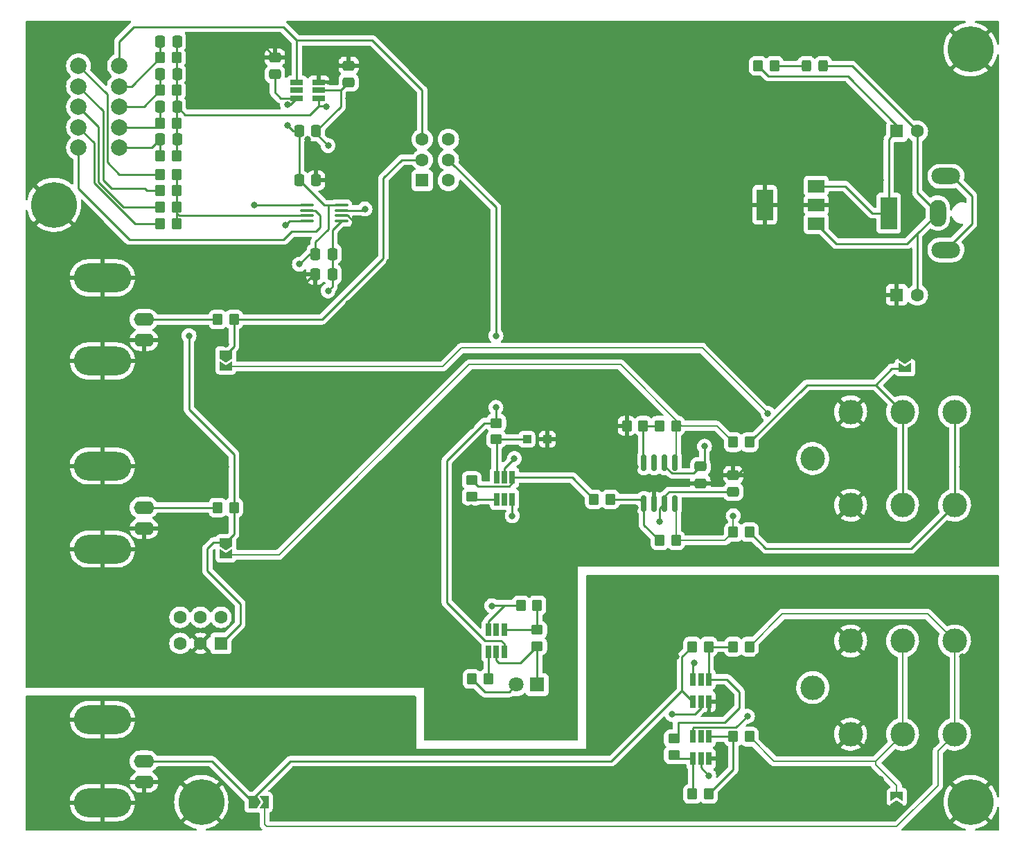
<source format=gbr>
%TF.GenerationSoftware,KiCad,Pcbnew,(6.0.7-1)-1*%
%TF.CreationDate,2022-09-13T14:42:12-07:00*%
%TF.ProjectId,preamp_board,70726561-6d70-45f6-926f-6172642e6b69,rev?*%
%TF.SameCoordinates,Original*%
%TF.FileFunction,Copper,L1,Top*%
%TF.FilePolarity,Positive*%
%FSLAX46Y46*%
G04 Gerber Fmt 4.6, Leading zero omitted, Abs format (unit mm)*
G04 Created by KiCad (PCBNEW (6.0.7-1)-1) date 2022-09-13 14:42:12*
%MOMM*%
%LPD*%
G01*
G04 APERTURE LIST*
G04 Aperture macros list*
%AMRoundRect*
0 Rectangle with rounded corners*
0 $1 Rounding radius*
0 $2 $3 $4 $5 $6 $7 $8 $9 X,Y pos of 4 corners*
0 Add a 4 corners polygon primitive as box body*
4,1,4,$2,$3,$4,$5,$6,$7,$8,$9,$2,$3,0*
0 Add four circle primitives for the rounded corners*
1,1,$1+$1,$2,$3*
1,1,$1+$1,$4,$5*
1,1,$1+$1,$6,$7*
1,1,$1+$1,$8,$9*
0 Add four rect primitives between the rounded corners*
20,1,$1+$1,$2,$3,$4,$5,0*
20,1,$1+$1,$4,$5,$6,$7,0*
20,1,$1+$1,$6,$7,$8,$9,0*
20,1,$1+$1,$8,$9,$2,$3,0*%
%AMFreePoly0*
4,1,6,1.000000,0.000000,0.500000,-0.750000,-0.500000,-0.750000,-0.500000,0.750000,0.500000,0.750000,1.000000,0.000000,1.000000,0.000000,$1*%
%AMFreePoly1*
4,1,6,0.500000,-0.750000,-0.650000,-0.750000,-0.150000,0.000000,-0.650000,0.750000,0.500000,0.750000,0.500000,-0.750000,0.500000,-0.750000,$1*%
G04 Aperture macros list end*
%TA.AperFunction,WasherPad*%
%ADD10C,3.000000*%
%TD*%
%TA.AperFunction,ComponentPad*%
%ADD11C,3.000000*%
%TD*%
%TA.AperFunction,SMDPad,CuDef*%
%ADD12RoundRect,0.250000X-0.350000X-0.450000X0.350000X-0.450000X0.350000X0.450000X-0.350000X0.450000X0*%
%TD*%
%TA.AperFunction,ComponentPad*%
%ADD13C,5.600000*%
%TD*%
%TA.AperFunction,ComponentPad*%
%ADD14R,2.000000X4.000000*%
%TD*%
%TA.AperFunction,ComponentPad*%
%ADD15O,2.000000X3.300000*%
%TD*%
%TA.AperFunction,ComponentPad*%
%ADD16O,3.500000X2.000000*%
%TD*%
%TA.AperFunction,SMDPad,CuDef*%
%ADD17R,0.650000X1.560000*%
%TD*%
%TA.AperFunction,ComponentPad*%
%ADD18R,1.600000X1.600000*%
%TD*%
%TA.AperFunction,ComponentPad*%
%ADD19C,1.600000*%
%TD*%
%TA.AperFunction,SMDPad,CuDef*%
%ADD20RoundRect,0.250000X0.350000X0.450000X-0.350000X0.450000X-0.350000X-0.450000X0.350000X-0.450000X0*%
%TD*%
%TA.AperFunction,SMDPad,CuDef*%
%ADD21RoundRect,0.250000X0.475000X-0.337500X0.475000X0.337500X-0.475000X0.337500X-0.475000X-0.337500X0*%
%TD*%
%TA.AperFunction,SMDPad,CuDef*%
%ADD22FreePoly0,270.000000*%
%TD*%
%TA.AperFunction,SMDPad,CuDef*%
%ADD23FreePoly1,270.000000*%
%TD*%
%TA.AperFunction,ComponentPad*%
%ADD24O,2.500000X1.600000*%
%TD*%
%TA.AperFunction,ComponentPad*%
%ADD25O,7.000000X3.500000*%
%TD*%
%TA.AperFunction,SMDPad,CuDef*%
%ADD26RoundRect,0.250000X-0.337500X-0.475000X0.337500X-0.475000X0.337500X0.475000X-0.337500X0.475000X0*%
%TD*%
%TA.AperFunction,SMDPad,CuDef*%
%ADD27RoundRect,0.250000X-0.475000X0.337500X-0.475000X-0.337500X0.475000X-0.337500X0.475000X0.337500X0*%
%TD*%
%TA.AperFunction,SMDPad,CuDef*%
%ADD28RoundRect,0.150000X0.150000X-0.825000X0.150000X0.825000X-0.150000X0.825000X-0.150000X-0.825000X0*%
%TD*%
%TA.AperFunction,SMDPad,CuDef*%
%ADD29R,1.000000X1.000000*%
%TD*%
%TA.AperFunction,SMDPad,CuDef*%
%ADD30RoundRect,0.250000X0.325000X0.450000X-0.325000X0.450000X-0.325000X-0.450000X0.325000X-0.450000X0*%
%TD*%
%TA.AperFunction,SMDPad,CuDef*%
%ADD31RoundRect,0.250000X-0.450000X0.350000X-0.450000X-0.350000X0.450000X-0.350000X0.450000X0.350000X0*%
%TD*%
%TA.AperFunction,SMDPad,CuDef*%
%ADD32R,2.000000X1.500000*%
%TD*%
%TA.AperFunction,SMDPad,CuDef*%
%ADD33R,2.000000X3.800000*%
%TD*%
%TA.AperFunction,SMDPad,CuDef*%
%ADD34RoundRect,0.250000X0.450000X-0.350000X0.450000X0.350000X-0.450000X0.350000X-0.450000X-0.350000X0*%
%TD*%
%TA.AperFunction,SMDPad,CuDef*%
%ADD35FreePoly1,0.000000*%
%TD*%
%TA.AperFunction,SMDPad,CuDef*%
%ADD36FreePoly0,0.000000*%
%TD*%
%TA.AperFunction,SMDPad,CuDef*%
%ADD37FreePoly0,90.000000*%
%TD*%
%TA.AperFunction,SMDPad,CuDef*%
%ADD38FreePoly1,90.000000*%
%TD*%
%TA.AperFunction,SMDPad,CuDef*%
%ADD39R,1.560000X0.650000*%
%TD*%
%TA.AperFunction,ComponentPad*%
%ADD40R,1.800000X1.800000*%
%TD*%
%TA.AperFunction,ComponentPad*%
%ADD41C,1.800000*%
%TD*%
%TA.AperFunction,SMDPad,CuDef*%
%ADD42RoundRect,0.100000X-0.712500X-0.100000X0.712500X-0.100000X0.712500X0.100000X-0.712500X0.100000X0*%
%TD*%
%TA.AperFunction,ComponentPad*%
%ADD43C,2.000000*%
%TD*%
%TA.AperFunction,ViaPad*%
%ADD44C,0.800000*%
%TD*%
%TA.AperFunction,Conductor*%
%ADD45C,0.200000*%
%TD*%
%TA.AperFunction,Conductor*%
%ADD46C,0.250000*%
%TD*%
G04 APERTURE END LIST*
D10*
%TO.P,J5,*%
%TO.N,*%
X96720000Y-82000000D03*
D11*
%TO.P,J5,R*%
%TO.N,/differential_to_single/V-*%
X107700000Y-87700000D03*
X107700000Y-76300000D03*
%TO.P,J5,S*%
%TO.N,GND*%
X101350000Y-76300000D03*
X101350000Y-87700000D03*
%TO.P,J5,T*%
%TO.N,/differential_to_single/V+*%
X114050000Y-87700000D03*
X114050000Y-76300000D03*
%TD*%
D12*
%TO.P,R26,1*%
%TO.N,+5V*%
X61050000Y-71950000D03*
%TO.P,R26,2*%
%TO.N,Net-(R26-Pad2)*%
X63050000Y-71950000D03*
%TD*%
D13*
%TO.P,H3,1,1*%
%TO.N,GND*%
X22000000Y-96000000D03*
%TD*%
D14*
%TO.P,J4,1*%
%TO.N,+5V*%
X106000000Y-24000000D03*
D15*
%TO.P,J4,2*%
%TO.N,-3V3*%
X112000000Y-24000000D03*
D16*
%TO.P,J4,MP,MountPin*%
%TO.N,unconnected-(J4-PadMP)*%
X113000000Y-28500000D03*
X113000000Y-19500000D03*
%TD*%
D12*
%TO.P,R21,1*%
%TO.N,Net-(R21-Pad1)*%
X17000000Y-19265000D03*
%TO.P,R21,2*%
%TO.N,/preamp/V_RG_2*%
X19000000Y-19265000D03*
%TD*%
%TO.P,R10,1*%
%TO.N,/REFOUT*%
X82000000Y-77000000D03*
%TO.P,R10,2*%
%TO.N,Net-(R10-Pad2)*%
X84000000Y-77000000D03*
%TD*%
%TO.P,R14,1*%
%TO.N,/1v_clamp/OUT*%
X70000000Y-59000000D03*
%TO.P,R14,2*%
%TO.N,Net-(R14-Pad2)*%
X72000000Y-59000000D03*
%TD*%
D17*
%TO.P,U3,1,OUT*%
%TO.N,Net-(R8-Pad2)*%
X82100000Y-90700000D03*
%TO.P,U3,2,V-*%
%TO.N,-3V3*%
X83050000Y-90700000D03*
%TO.P,U3,3,+IN*%
%TO.N,GND*%
X84000000Y-90700000D03*
%TO.P,U3,4,-IN*%
%TO.N,Net-(R7-Pad2)*%
X84000000Y-88000000D03*
%TO.P,U3,5,SHDN*%
%TO.N,unconnected-(U3-Pad5)*%
X83050000Y-88000000D03*
%TO.P,U3,6,V+*%
%TO.N,+5V*%
X82100000Y-88000000D03*
%TD*%
D18*
%TO.P,SW2,1,A*%
%TO.N,/INA*%
X49000000Y-20000000D03*
D19*
%TO.P,SW2,2,B*%
%TO.N,/INA_TIA*%
X49000000Y-17500000D03*
%TO.P,SW2,3,C*%
%TO.N,/CURRIN*%
X49000000Y-15000000D03*
%TO.P,SW2,4,A*%
%TO.N,/AMP_OUT*%
X52200000Y-20000000D03*
%TO.P,SW2,5,B*%
%TO.N,/OUTPUT*%
X52200000Y-17500000D03*
%TO.P,SW2,6,C*%
%TO.N,/TIA_OUT*%
X52200000Y-15000000D03*
%TD*%
D18*
%TO.P,C1,1*%
%TO.N,+5V*%
X107000000Y-14000000D03*
D19*
%TO.P,C1,2*%
%TO.N,-3V3*%
X109500000Y-14000000D03*
%TD*%
D20*
%TO.P,R25,1*%
%TO.N,Net-(R25-Pad1)*%
X57050000Y-80950000D03*
%TO.P,R25,2*%
%TO.N,Net-(D3-Pad2)*%
X55050000Y-80950000D03*
%TD*%
D21*
%TO.P,C4,1*%
%TO.N,+5V*%
X87000000Y-58075000D03*
%TO.P,C4,2*%
%TO.N,GND*%
X87000000Y-56000000D03*
%TD*%
D22*
%TO.P,JP4,1,A*%
%TO.N,/INB*%
X25000000Y-64275000D03*
D23*
%TO.P,JP4,2,B*%
%TO.N,/single_to_differential/Vo-*%
X25000000Y-65725000D03*
%TD*%
D12*
%TO.P,R18,1*%
%TO.N,/preamp/TIA_RG_G4*%
X17000000Y-5000000D03*
%TO.P,R18,2*%
%TO.N,/TIA_OUT*%
X19000000Y-5000000D03*
%TD*%
D24*
%TO.P,J2,1,In*%
%TO.N,Net-(J2-Pad1)*%
X15000000Y-37000000D03*
%TO.P,J2,2,Ext*%
%TO.N,GND*%
X15000000Y-39540000D03*
D25*
X9920000Y-42080000D03*
X9920000Y-31920000D03*
%TD*%
D12*
%TO.P,R3,1*%
%TO.N,+5V*%
X90050000Y-6000000D03*
%TO.P,R3,2*%
%TO.N,Net-(D1-Pad2)*%
X92050000Y-6000000D03*
%TD*%
D26*
%TO.P,C8,1*%
%TO.N,+5V*%
X33962500Y-20000000D03*
%TO.P,C8,2*%
%TO.N,GND*%
X36037500Y-20000000D03*
%TD*%
D10*
%TO.P,J6,*%
%TO.N,*%
X96720000Y-54000000D03*
D11*
%TO.P,J6,R*%
%TO.N,Net-(J6-PadR)*%
X107700000Y-59700000D03*
X107700000Y-48300000D03*
%TO.P,J6,S*%
%TO.N,GND*%
X101350000Y-59700000D03*
X101350000Y-48300000D03*
%TO.P,J6,T*%
%TO.N,Net-(J6-PadT)*%
X114050000Y-48300000D03*
X114050000Y-59700000D03*
%TD*%
D18*
%TO.P,SW1,1,A*%
%TO.N,/INB*%
X24407500Y-76600000D03*
D19*
%TO.P,SW1,2,B*%
%TO.N,GND*%
X21907500Y-76600000D03*
%TO.P,SW1,3*%
%TO.N,N/C*%
X19407500Y-76600000D03*
%TO.P,SW1,4*%
X24407500Y-73400000D03*
%TO.P,SW1,5*%
X21907500Y-73400000D03*
%TO.P,SW1,6*%
X19407500Y-73400000D03*
%TD*%
D26*
%TO.P,C10,1*%
%TO.N,/preamp/TIA_RG_G2*%
X16962500Y-11000000D03*
%TO.P,C10,2*%
%TO.N,/TIA_OUT*%
X19037500Y-11000000D03*
%TD*%
D27*
%TO.P,C11,1*%
%TO.N,GND*%
X40000000Y-5962500D03*
%TO.P,C11,2*%
%TO.N,-3V3*%
X40000000Y-8037500D03*
%TD*%
D26*
%TO.P,C7,1*%
%TO.N,/preamp/TIA_RG_G4*%
X16962500Y-3000000D03*
%TO.P,C7,2*%
%TO.N,/TIA_OUT*%
X19037500Y-3000000D03*
%TD*%
D12*
%TO.P,R16,1*%
%TO.N,Net-(R14-Pad2)*%
X78000000Y-64000000D03*
%TO.P,R16,2*%
%TO.N,/single_to_differential/Vo+*%
X80000000Y-64000000D03*
%TD*%
D28*
%TO.P,U5,1,Vin-*%
%TO.N,Net-(R14-Pad2)*%
X76095000Y-59475000D03*
%TO.P,U5,2,Vocm*%
%TO.N,GND*%
X77365000Y-59475000D03*
%TO.P,U5,3,V+*%
%TO.N,+5V*%
X78635000Y-59475000D03*
%TO.P,U5,4,Vout+*%
%TO.N,/single_to_differential/Vo+*%
X79905000Y-59475000D03*
%TO.P,U5,5,Vout-*%
%TO.N,/single_to_differential/Vo-*%
X79905000Y-54525000D03*
%TO.P,U5,6,V-*%
%TO.N,-3V3*%
X78635000Y-54525000D03*
%TO.P,U5,7,EN*%
%TO.N,unconnected-(U5-Pad7)*%
X77365000Y-54525000D03*
%TO.P,U5,8,Vin+*%
%TO.N,Net-(R13-Pad2)*%
X76095000Y-54525000D03*
%TD*%
D29*
%TO.P,D2,1,K*%
%TO.N,Net-(D2-Pad1)*%
X61800000Y-51650000D03*
%TO.P,D2,2,A*%
%TO.N,GND*%
X64300000Y-51650000D03*
%TD*%
D30*
%TO.P,D1,1,K*%
%TO.N,-3V3*%
X98000000Y-6000000D03*
%TO.P,D1,2,A*%
%TO.N,Net-(D1-Pad2)*%
X95950000Y-6000000D03*
%TD*%
D13*
%TO.P,H4,1,1*%
%TO.N,GND*%
X116000000Y-4000000D03*
%TD*%
D17*
%TO.P,U2,1,OUT*%
%TO.N,/REFOUT*%
X82100000Y-83700000D03*
%TO.P,U2,2,V-*%
%TO.N,-3V3*%
X83050000Y-83700000D03*
%TO.P,U2,3,+IN*%
%TO.N,GND*%
X84000000Y-83700000D03*
%TO.P,U2,4,-IN*%
%TO.N,Net-(R10-Pad2)*%
X84000000Y-81000000D03*
%TO.P,U2,5,SHDN*%
%TO.N,unconnected-(U2-Pad5)*%
X83050000Y-81000000D03*
%TO.P,U2,6,V+*%
%TO.N,+5V*%
X82100000Y-81000000D03*
%TD*%
D31*
%TO.P,R11,1*%
%TO.N,/OUTPUT*%
X58050000Y-49650000D03*
%TO.P,R11,2*%
%TO.N,Net-(D2-Pad1)*%
X58050000Y-51650000D03*
%TD*%
D26*
%TO.P,C5,1*%
%TO.N,+5V*%
X35962500Y-29000000D03*
%TO.P,C5,2*%
%TO.N,-3V3*%
X38037500Y-29000000D03*
%TD*%
D24*
%TO.P,J3,1,In*%
%TO.N,Net-(J3-Pad1)*%
X15000000Y-60000000D03*
D25*
%TO.P,J3,2,Ext*%
%TO.N,GND*%
X9920000Y-65080000D03*
D24*
X15000000Y-62540000D03*
D25*
X9920000Y-54920000D03*
%TD*%
D31*
%TO.P,R27,1*%
%TO.N,Net-(R26-Pad2)*%
X63050000Y-74950000D03*
%TO.P,R27,2*%
%TO.N,-3V3*%
X63050000Y-76950000D03*
%TD*%
D32*
%TO.P,U1,1,GND*%
%TO.N,-3V3*%
X97150000Y-25300000D03*
%TO.P,U1,2,VO*%
%TO.N,GND*%
X97150000Y-23000000D03*
D33*
X90850000Y-23000000D03*
D32*
%TO.P,U1,3,VI*%
%TO.N,+5V*%
X97150000Y-20700000D03*
%TD*%
D22*
%TO.P,JP6,1,A*%
%TO.N,GND*%
X108000000Y-41500000D03*
D23*
%TO.P,JP6,2,B*%
%TO.N,Net-(J6-PadR)*%
X108000000Y-42950000D03*
%TD*%
D12*
%TO.P,R13,1*%
%TO.N,GND*%
X74000000Y-50000000D03*
%TO.P,R13,2*%
%TO.N,Net-(R13-Pad2)*%
X76000000Y-50000000D03*
%TD*%
D34*
%TO.P,R12,1*%
%TO.N,Net-(R12-Pad1)*%
X55050000Y-58650000D03*
%TO.P,R12,2*%
%TO.N,/1v_clamp/OUT*%
X55050000Y-56650000D03*
%TD*%
D21*
%TO.P,C13,1*%
%TO.N,+5V*%
X31000000Y-7037500D03*
%TO.P,C13,2*%
%TO.N,GND*%
X31000000Y-4962500D03*
%TD*%
D13*
%TO.P,H1,1,1*%
%TO.N,GND*%
X116000000Y-96000000D03*
%TD*%
D12*
%TO.P,R4,1*%
%TO.N,/single_to_differential/Vo+*%
X87000000Y-63000000D03*
%TO.P,R4,2*%
%TO.N,Net-(J6-PadT)*%
X89000000Y-63000000D03*
%TD*%
%TO.P,R22,1*%
%TO.N,Net-(R22-Pad1)*%
X17000000Y-21265000D03*
%TO.P,R22,2*%
%TO.N,/preamp/V_RG_2*%
X19000000Y-21265000D03*
%TD*%
D22*
%TO.P,JP2,1,A*%
%TO.N,/INA_TIA*%
X25000000Y-41275000D03*
D23*
%TO.P,JP2,2,B*%
%TO.N,/single_to_differential/Vo+*%
X25000000Y-42725000D03*
%TD*%
D17*
%TO.P,U4,1,OUT*%
%TO.N,/1v_clamp/OUT*%
X60000000Y-56300000D03*
%TO.P,U4,2,V-*%
%TO.N,-3V3*%
X59050000Y-56300000D03*
%TO.P,U4,3,+IN*%
%TO.N,Net-(D2-Pad1)*%
X58100000Y-56300000D03*
%TO.P,U4,4,-IN*%
%TO.N,Net-(R12-Pad1)*%
X58100000Y-59000000D03*
%TO.P,U4,5,SHDN*%
%TO.N,unconnected-(U4-Pad5)*%
X59050000Y-59000000D03*
%TO.P,U4,6,V+*%
%TO.N,+5V*%
X60000000Y-59000000D03*
%TD*%
D35*
%TO.P,JP3,2,B*%
%TO.N,/differential_to_single/V+*%
X29725000Y-96000000D03*
D36*
%TO.P,JP3,1,A*%
%TO.N,/REFOUT*%
X28275000Y-96000000D03*
%TD*%
D17*
%TO.P,U9,1,OUT*%
%TO.N,Net-(R25-Pad1)*%
X57100000Y-77650000D03*
%TO.P,U9,2,V-*%
%TO.N,-3V3*%
X58050000Y-77650000D03*
%TO.P,U9,3,+IN*%
%TO.N,/OUTPUT*%
X59000000Y-77650000D03*
%TO.P,U9,4,-IN*%
%TO.N,Net-(R26-Pad2)*%
X59000000Y-74950000D03*
%TO.P,U9,5,SHDN*%
%TO.N,unconnected-(U9-Pad5)*%
X58050000Y-74950000D03*
%TO.P,U9,6,V+*%
%TO.N,+5V*%
X57100000Y-74950000D03*
%TD*%
D12*
%TO.P,R20,1*%
%TO.N,/preamp/TIA_RG_G2*%
X17000000Y-13000000D03*
%TO.P,R20,2*%
%TO.N,/TIA_OUT*%
X19000000Y-13000000D03*
%TD*%
D26*
%TO.P,C9,1*%
%TO.N,/preamp/TIA_RG_G1*%
X16962500Y-15000000D03*
%TO.P,C9,2*%
%TO.N,/TIA_OUT*%
X19037500Y-15000000D03*
%TD*%
D20*
%TO.P,R7,1*%
%TO.N,/differential_to_single/V-*%
X89000000Y-88000000D03*
%TO.P,R7,2*%
%TO.N,Net-(R7-Pad2)*%
X87000000Y-88000000D03*
%TD*%
D18*
%TO.P,C2,1*%
%TO.N,GND*%
X107000000Y-34000000D03*
D19*
%TO.P,C2,2*%
%TO.N,-3V3*%
X109500000Y-34000000D03*
%TD*%
D12*
%TO.P,R17,1*%
%TO.N,/preamp/TIA_RG_G3*%
X17000000Y-9000000D03*
%TO.P,R17,2*%
%TO.N,/TIA_OUT*%
X19000000Y-9000000D03*
%TD*%
%TO.P,R2,1*%
%TO.N,Net-(J3-Pad1)*%
X24000000Y-60000000D03*
%TO.P,R2,2*%
%TO.N,/INB*%
X26000000Y-60000000D03*
%TD*%
%TO.P,R15,1*%
%TO.N,Net-(R13-Pad2)*%
X78000000Y-50000000D03*
%TO.P,R15,2*%
%TO.N,/single_to_differential/Vo-*%
X80000000Y-50000000D03*
%TD*%
D26*
%TO.P,C6,1*%
%TO.N,/preamp/TIA_RG_G3*%
X16962500Y-7000000D03*
%TO.P,C6,2*%
%TO.N,/TIA_OUT*%
X19037500Y-7000000D03*
%TD*%
D31*
%TO.P,R9,1*%
%TO.N,Net-(R10-Pad2)*%
X79750000Y-88250000D03*
%TO.P,R9,2*%
%TO.N,Net-(R8-Pad2)*%
X79750000Y-90250000D03*
%TD*%
D37*
%TO.P,JP5,1,A*%
%TO.N,GND*%
X107000000Y-96725000D03*
D38*
%TO.P,JP5,2,B*%
%TO.N,/differential_to_single/V-*%
X107000000Y-95275000D03*
%TD*%
D13*
%TO.P,H2,1,1*%
%TO.N,GND*%
X4000000Y-23000000D03*
%TD*%
D26*
%TO.P,C12,1*%
%TO.N,+5V*%
X33962500Y-14000000D03*
%TO.P,C12,2*%
%TO.N,-3V3*%
X36037500Y-14000000D03*
%TD*%
D39*
%TO.P,U6,1,OUT*%
%TO.N,/TIA_OUT*%
X36350000Y-9950000D03*
%TO.P,U6,2,V-*%
%TO.N,-3V3*%
X36350000Y-9000000D03*
%TO.P,U6,3,+IN*%
%TO.N,GND*%
X36350000Y-8050000D03*
%TO.P,U6,4,-IN*%
%TO.N,/CURRIN*%
X33650000Y-8050000D03*
%TO.P,U6,5,SHDN*%
%TO.N,unconnected-(U6-Pad5)*%
X33650000Y-9000000D03*
%TO.P,U6,6,V+*%
%TO.N,+5V*%
X33650000Y-9950000D03*
%TD*%
D40*
%TO.P,D3,1,K*%
%TO.N,-3V3*%
X63050000Y-81650000D03*
D41*
%TO.P,D3,2,A*%
%TO.N,Net-(D3-Pad2)*%
X60510000Y-81650000D03*
%TD*%
D26*
%TO.P,C14,1*%
%TO.N,GND*%
X35962500Y-31500000D03*
%TO.P,C14,2*%
%TO.N,-3V3*%
X38037500Y-31500000D03*
%TD*%
D12*
%TO.P,R19,1*%
%TO.N,/preamp/TIA_RG_G1*%
X17000000Y-17000000D03*
%TO.P,R19,2*%
%TO.N,/TIA_OUT*%
X19000000Y-17000000D03*
%TD*%
D27*
%TO.P,C3,1*%
%TO.N,-3V3*%
X83000000Y-54962500D03*
%TO.P,C3,2*%
%TO.N,GND*%
X83000000Y-57037500D03*
%TD*%
D24*
%TO.P,J1,1,In*%
%TO.N,/REFOUT*%
X15000000Y-91000000D03*
D25*
%TO.P,J1,2,Ext*%
%TO.N,GND*%
X9920000Y-96080000D03*
D24*
X15000000Y-93540000D03*
D25*
X9920000Y-85920000D03*
%TD*%
D42*
%TO.P,U8,1,-IN*%
%TO.N,/INB*%
X34887500Y-23025000D03*
%TO.P,U8,2,RG*%
%TO.N,/preamp/V_RG_1*%
X34887500Y-23675000D03*
%TO.P,U8,3,RG*%
%TO.N,/preamp/V_RG_2*%
X34887500Y-24325000D03*
%TO.P,U8,4,+IN*%
%TO.N,/INA*%
X34887500Y-24975000D03*
%TO.P,U8,5,-Vs*%
%TO.N,-3V3*%
X39112500Y-24975000D03*
%TO.P,U8,6,REF*%
%TO.N,GND*%
X39112500Y-24325000D03*
%TO.P,U8,7,Vout*%
%TO.N,/AMP_OUT*%
X39112500Y-23675000D03*
%TO.P,U8,8,+Vs*%
%TO.N,+5V*%
X39112500Y-23025000D03*
%TD*%
D20*
%TO.P,R6,1*%
%TO.N,/differential_to_single/V+*%
X89000000Y-77000000D03*
%TO.P,R6,2*%
%TO.N,Net-(R10-Pad2)*%
X87000000Y-77000000D03*
%TD*%
D12*
%TO.P,R23,1*%
%TO.N,Net-(R23-Pad1)*%
X17000000Y-23265000D03*
%TO.P,R23,2*%
%TO.N,/preamp/V_RG_2*%
X19000000Y-23265000D03*
%TD*%
D43*
%TO.P,U7,1*%
%TO.N,/preamp/V_RG_1*%
X7000000Y-16000000D03*
%TO.P,U7,2*%
%TO.N,Net-(R24-Pad1)*%
X7000000Y-13500000D03*
%TO.P,U7,3*%
%TO.N,Net-(R23-Pad1)*%
X7000000Y-11000000D03*
%TO.P,U7,4*%
%TO.N,Net-(R22-Pad1)*%
X7000000Y-8500000D03*
%TO.P,U7,5*%
%TO.N,Net-(R21-Pad1)*%
X7000000Y-6000000D03*
%TO.P,U7,6*%
%TO.N,/CURRIN*%
X12000000Y-6000000D03*
%TO.P,U7,7*%
%TO.N,/preamp/TIA_RG_G4*%
X12000000Y-8500000D03*
%TO.P,U7,8*%
%TO.N,/preamp/TIA_RG_G3*%
X12000000Y-11000000D03*
%TO.P,U7,9*%
%TO.N,/preamp/TIA_RG_G2*%
X12000000Y-13500000D03*
%TO.P,U7,10*%
%TO.N,/preamp/TIA_RG_G1*%
X12000000Y-16000000D03*
%TD*%
D12*
%TO.P,R24,1*%
%TO.N,Net-(R24-Pad1)*%
X17000000Y-25265000D03*
%TO.P,R24,2*%
%TO.N,/preamp/V_RG_2*%
X19000000Y-25265000D03*
%TD*%
D20*
%TO.P,R8,1*%
%TO.N,Net-(R7-Pad2)*%
X84000000Y-95000000D03*
%TO.P,R8,2*%
%TO.N,Net-(R8-Pad2)*%
X82000000Y-95000000D03*
%TD*%
D12*
%TO.P,R1,1*%
%TO.N,Net-(J2-Pad1)*%
X24000000Y-37000000D03*
%TO.P,R1,2*%
%TO.N,/INA_TIA*%
X26000000Y-37000000D03*
%TD*%
%TO.P,R5,1*%
%TO.N,/single_to_differential/Vo-*%
X87000000Y-52000000D03*
%TO.P,R5,2*%
%TO.N,Net-(J6-PadR)*%
X89000000Y-52000000D03*
%TD*%
D44*
%TO.N,GND*%
X110000000Y-10000000D03*
X40000000Y-60000000D03*
X20000000Y-70000000D03*
X105000000Y-50000000D03*
X115000000Y-15000000D03*
X60000000Y-20000000D03*
X105000000Y-78250000D03*
X5000000Y-75000000D03*
X85000000Y-10000000D03*
X65000000Y-5000000D03*
X5000000Y-35000000D03*
X110000000Y-55000000D03*
X60000000Y-35000000D03*
X90000000Y-15000000D03*
X65000000Y-93250000D03*
X45000000Y-15000000D03*
X5000000Y-45000000D03*
X95000000Y-10000000D03*
X75000000Y-93250000D03*
X25000000Y-85000000D03*
X10000000Y-60000000D03*
X90000000Y-55000000D03*
X55000000Y-35000000D03*
X40000000Y-45000000D03*
X100000000Y-10000000D03*
X90000000Y-45000000D03*
X75000000Y-73250000D03*
X35000000Y-5000000D03*
X85000000Y-55000000D03*
X10000000Y-70000000D03*
X10000000Y-50000000D03*
X115000000Y-45000000D03*
X55000000Y-45000000D03*
X110000000Y-98250000D03*
X75000000Y-55000000D03*
X60000000Y-10000000D03*
X35000000Y-55000000D03*
X5000000Y-5000000D03*
X110000000Y-5000000D03*
X75000000Y-20000000D03*
X55000000Y-15000000D03*
X100000000Y-15000000D03*
X15000000Y-70000000D03*
X105000000Y-30000000D03*
X5000000Y-60000000D03*
X25000000Y-30000000D03*
X65000000Y-75000000D03*
X95000000Y-93250000D03*
X110000000Y-93250000D03*
X115000000Y-35000000D03*
X65000000Y-25000000D03*
X80000000Y-45000000D03*
X35000000Y-45000000D03*
X55000000Y-50000000D03*
X65000000Y-60000000D03*
X40000000Y-55000000D03*
X80000000Y-25000000D03*
X90000000Y-93250000D03*
X65000000Y-55000000D03*
X105000000Y-55000000D03*
X115000000Y-78250000D03*
X25000000Y-50000000D03*
X75000000Y-60000000D03*
X95000000Y-50000000D03*
X25000000Y-45000000D03*
X75000000Y-35000000D03*
X40000000Y-15000000D03*
X85000000Y-15000000D03*
X30000000Y-85000000D03*
X10000000Y-5000000D03*
X85000000Y-73250000D03*
X10000000Y-75000000D03*
X85000000Y-5000000D03*
X55000000Y-60000000D03*
X60000000Y-85000000D03*
X35000000Y-60000000D03*
X40000000Y-20000000D03*
X35000000Y-70000000D03*
X15000000Y-75000000D03*
X80000000Y-5000000D03*
X60000000Y-15000000D03*
X65000000Y-70000000D03*
X15000000Y-55000000D03*
X65000000Y-45000000D03*
X95000000Y-78250000D03*
X35000000Y-15000000D03*
X35000000Y-75000000D03*
X90000000Y-10000000D03*
X95000000Y-20000000D03*
X10000000Y-35000000D03*
X40000000Y-70000000D03*
X100000000Y-93250000D03*
X10000000Y-45000000D03*
X110000000Y-40000000D03*
X30000000Y-60000000D03*
X90000000Y-40000000D03*
X85000000Y-45000000D03*
X5000000Y-30000000D03*
X105000000Y-20000000D03*
X75000000Y-15000000D03*
X60000000Y-70000000D03*
X80000000Y-73250000D03*
X65000000Y-10000000D03*
X90000000Y-78250000D03*
X55000000Y-10000000D03*
X45000000Y-55000000D03*
X20000000Y-75000000D03*
X65000000Y-15000000D03*
X65000000Y-50000000D03*
X115000000Y-40000000D03*
X115000000Y-10000000D03*
X105000000Y-15000000D03*
X15000000Y-30000000D03*
X115000000Y-73250000D03*
X100000000Y-5000000D03*
X5000000Y-15000000D03*
X65000000Y-35000000D03*
X115000000Y-30000000D03*
X25000000Y-35000000D03*
X110000000Y-78250000D03*
X40000000Y-40000000D03*
X95000000Y-25000000D03*
X60000000Y-50000000D03*
X85000000Y-40000000D03*
X25000000Y-55000000D03*
X90000000Y-73250000D03*
X80000000Y-20000000D03*
X5000000Y-98250000D03*
X25000000Y-40000000D03*
X45000000Y-10000000D03*
X5000000Y-50000000D03*
X15000000Y-98250000D03*
X55000000Y-5000000D03*
X45000000Y-30000000D03*
X105000000Y-60000000D03*
X65000000Y-20000000D03*
X20000000Y-85000000D03*
X35000000Y-50000000D03*
X30000000Y-40000000D03*
X115000000Y-55000000D03*
X5000000Y-70000000D03*
X105000000Y-5000000D03*
X15000000Y-35000000D03*
X75000000Y-5000000D03*
X90000000Y-60000000D03*
X35000000Y-93250000D03*
X55000000Y-55000000D03*
X90000000Y-35000000D03*
X40000000Y-75000000D03*
X80000000Y-10000000D03*
X75000000Y-78250000D03*
X60000000Y-5000000D03*
X30000000Y-10000000D03*
X110000000Y-45000000D03*
X55000000Y-25000000D03*
X5000000Y-10000000D03*
X80000000Y-35000000D03*
X45000000Y-60000000D03*
X30000000Y-50000000D03*
X45000000Y-45000000D03*
X40000000Y-93250000D03*
X105000000Y-40000000D03*
X85000000Y-20000000D03*
X10000000Y-93250000D03*
X15000000Y-45000000D03*
X95000000Y-40000000D03*
X55000000Y-85000000D03*
X20000000Y-50000000D03*
X80000000Y-93250000D03*
X90000000Y-20000000D03*
X40000000Y-50000000D03*
X110000000Y-60000000D03*
X25000000Y-10000000D03*
X60000000Y-25000000D03*
X95000000Y-60000000D03*
X45000000Y-35000000D03*
X45000000Y-70000000D03*
X45000000Y-93250000D03*
X65000000Y-85000000D03*
X35000000Y-40000000D03*
X80000000Y-15000000D03*
X85000000Y-35000000D03*
X40000000Y-35000000D03*
X30000000Y-45000000D03*
X20000000Y-30000000D03*
X100000000Y-25000000D03*
X60000000Y-45000000D03*
X5000000Y-40000000D03*
X25000000Y-5000000D03*
X35000000Y-35000000D03*
X30000000Y-55000000D03*
X45000000Y-40000000D03*
X30000000Y-75000000D03*
X15000000Y-50000000D03*
X75000000Y-10000000D03*
X95000000Y-35000000D03*
X5000000Y-55000000D03*
X95000000Y-15000000D03*
X45000000Y-50000000D03*
X30000000Y-30000000D03*
X60000000Y-93250000D03*
X30000000Y-35000000D03*
X55000000Y-93250000D03*
X40000000Y-10000000D03*
X85000000Y-25000000D03*
X75000000Y-25000000D03*
X105000000Y-35000000D03*
X110000000Y-50000000D03*
X85000000Y-60000000D03*
X55000000Y-70000000D03*
X30000000Y-70000000D03*
X105000000Y-93250000D03*
X80000000Y-78250000D03*
X5000000Y-93250000D03*
X45000000Y-75000000D03*
X20000000Y-55000000D03*
X41250000Y-26000000D03*
X28500000Y-3750000D03*
X85500000Y-90750000D03*
X108000000Y-39500000D03*
X34000000Y-33250000D03*
X89000000Y-54500000D03*
X38250000Y-19500000D03*
X85500000Y-83750000D03*
X37750000Y-4750000D03*
%TO.N,/TIA_OUT*%
X37250000Y-11000000D03*
%TO.N,/single_to_differential/Vo+*%
X87000000Y-61000000D03*
X91250000Y-48500000D03*
%TO.N,/INB*%
X20500000Y-39000000D03*
X28500000Y-23000000D03*
%TO.N,/OUTPUT*%
X58000000Y-39000000D03*
X58000000Y-47750000D03*
%TO.N,/INA*%
X32250000Y-25500000D03*
%TO.N,/AMP_OUT*%
X42000000Y-23500000D03*
%TO.N,+5V*%
X82250000Y-79000000D03*
X32500000Y-10750000D03*
X88750000Y-85500000D03*
X32500000Y-13250000D03*
X60000000Y-61000000D03*
X57500000Y-72000000D03*
X78000000Y-61750000D03*
X34000000Y-30250000D03*
%TO.N,-3V3*%
X83500000Y-52500000D03*
X60250000Y-54000000D03*
X37500000Y-15750000D03*
X84000000Y-92750000D03*
X79500000Y-85250000D03*
X37500000Y-33500000D03*
%TD*%
D45*
%TO.N,/differential_to_single/V-*%
X107700000Y-87700000D02*
X104400000Y-91000000D01*
%TO.N,/differential_to_single/V+*%
X29725000Y-96000000D02*
X29725000Y-98725000D01*
X29725000Y-98725000D02*
X30000000Y-99000000D01*
X30000000Y-99000000D02*
X107000000Y-99000000D01*
X107000000Y-99000000D02*
X112000000Y-94000000D01*
X112000000Y-94000000D02*
X112000000Y-89750000D01*
X112000000Y-89750000D02*
X114050000Y-87700000D01*
%TO.N,/differential_to_single/V-*%
X104400000Y-91000000D02*
X104400000Y-91400000D01*
X104400000Y-91400000D02*
X107000000Y-94000000D01*
X107000000Y-94000000D02*
X107000000Y-95275000D01*
D46*
%TO.N,/REFOUT*%
X28275000Y-96000000D02*
X28275000Y-95590380D01*
X28275000Y-95590380D02*
X32865380Y-91000000D01*
X32865380Y-91000000D02*
X72100000Y-91000000D01*
X72100000Y-91000000D02*
X80750000Y-82350000D01*
X15000000Y-91000000D02*
X23275000Y-91000000D01*
X23275000Y-91000000D02*
X28275000Y-96000000D01*
%TO.N,Net-(R21-Pad1)*%
X7000000Y-6000000D02*
X10500000Y-9500000D01*
X10500000Y-17800000D02*
X11965000Y-19265000D01*
X10500000Y-9500000D02*
X10500000Y-17800000D01*
X11965000Y-19265000D02*
X17000000Y-19265000D01*
%TO.N,Net-(R24-Pad1)*%
X7000000Y-13500000D02*
X8900000Y-15400000D01*
X8900000Y-15400000D02*
X8900000Y-20286396D01*
X8900000Y-20286396D02*
X13878604Y-25265000D01*
X13878604Y-25265000D02*
X17000000Y-25265000D01*
%TO.N,Net-(R22-Pad1)*%
X15126167Y-21000000D02*
X11000000Y-21000000D01*
%TO.N,GND*%
X85450000Y-90700000D02*
X85500000Y-90750000D01*
X84212500Y-57037500D02*
X85250000Y-56000000D01*
X38962500Y-5962500D02*
X37750000Y-4750000D01*
X90850000Y-23000000D02*
X97150000Y-23000000D01*
X39876041Y-24325000D02*
X41250000Y-25698959D01*
X87500000Y-56000000D02*
X89000000Y-54500000D01*
X36037500Y-20000000D02*
X37750000Y-20000000D01*
X85450000Y-83700000D02*
X85500000Y-83750000D01*
X41250000Y-25698959D02*
X41250000Y-26000000D01*
X87000000Y-56000000D02*
X87500000Y-56000000D01*
X39112500Y-24325000D02*
X39876041Y-24325000D01*
X35962500Y-31500000D02*
X35750000Y-31500000D01*
X83000000Y-57037500D02*
X84212500Y-57037500D01*
X37750000Y-20000000D02*
X38250000Y-19500000D01*
X84000000Y-83700000D02*
X85450000Y-83700000D01*
X40000000Y-5962500D02*
X38962500Y-5962500D01*
X84000000Y-90700000D02*
X85450000Y-90700000D01*
X31000000Y-4962500D02*
X29787500Y-3750000D01*
X108000000Y-41500000D02*
X108000000Y-39500000D01*
X29787500Y-3750000D02*
X28500000Y-3750000D01*
X35750000Y-31500000D02*
X34000000Y-33250000D01*
X85250000Y-56000000D02*
X87000000Y-56000000D01*
%TO.N,/preamp/TIA_RG_G3*%
X17000000Y-7037500D02*
X16962500Y-7000000D01*
X15000000Y-11000000D02*
X17000000Y-9000000D01*
X12000000Y-11000000D02*
X15000000Y-11000000D01*
X17000000Y-9000000D02*
X17000000Y-7037500D01*
%TO.N,/TIA_OUT*%
X36350000Y-9950000D02*
X36350000Y-10900000D01*
X36350000Y-10900000D02*
X37150000Y-10900000D01*
X20037500Y-12000000D02*
X19037500Y-11000000D01*
X36350000Y-10900000D02*
X35250000Y-12000000D01*
X37150000Y-10900000D02*
X37250000Y-11000000D01*
X19000000Y-17000000D02*
X19000000Y-3037500D01*
X35250000Y-12000000D02*
X20037500Y-12000000D01*
X19000000Y-3037500D02*
X19037500Y-3000000D01*
%TO.N,/preamp/TIA_RG_G4*%
X12000000Y-8500000D02*
X13500000Y-8500000D01*
X17000000Y-5000000D02*
X17000000Y-3037500D01*
X17000000Y-3037500D02*
X16962500Y-3000000D01*
X13500000Y-8500000D02*
X17000000Y-5000000D01*
%TO.N,/preamp/TIA_RG_G1*%
X17000000Y-17000000D02*
X17000000Y-15037500D01*
X15962500Y-16000000D02*
X16962500Y-15000000D01*
X12000000Y-16000000D02*
X15962500Y-16000000D01*
X17000000Y-15037500D02*
X16962500Y-15000000D01*
%TO.N,/preamp/TIA_RG_G2*%
X12000000Y-13500000D02*
X16500000Y-13500000D01*
X17000000Y-11037500D02*
X16962500Y-11000000D01*
X17000000Y-13000000D02*
X17000000Y-11037500D01*
X16500000Y-13500000D02*
X17000000Y-13000000D01*
%TO.N,Net-(D1-Pad2)*%
X92050000Y-6000000D02*
X95950000Y-6000000D01*
%TO.N,Net-(D2-Pad1)*%
X58100000Y-56300000D02*
X58100000Y-51700000D01*
X58100000Y-51700000D02*
X58050000Y-51650000D01*
X61800000Y-51650000D02*
X58050000Y-51650000D01*
%TO.N,Net-(D3-Pad2)*%
X55050000Y-80950000D02*
X56650000Y-82550000D01*
X59610000Y-82550000D02*
X60510000Y-81650000D01*
X56650000Y-82550000D02*
X59610000Y-82550000D01*
%TO.N,/REFOUT*%
X82000000Y-77000000D02*
X80750000Y-78250000D01*
X80750000Y-78250000D02*
X80750000Y-82350000D01*
X80750000Y-82350000D02*
X82100000Y-83700000D01*
%TO.N,Net-(J2-Pad1)*%
X15000000Y-37000000D02*
X24000000Y-37000000D01*
%TO.N,Net-(J3-Pad1)*%
X15000000Y-60000000D02*
X24000000Y-60000000D01*
%TO.N,unconnected-(J4-PadMP)*%
X113000000Y-19500000D02*
X113750000Y-19500000D01*
X116175001Y-25324999D02*
X113000000Y-28500000D01*
X113750000Y-19500000D02*
X116175001Y-21925001D01*
X116175001Y-21925001D02*
X116175001Y-25324999D01*
D45*
%TO.N,/differential_to_single/V-*%
X92000000Y-91000000D02*
X104400000Y-91000000D01*
X107700000Y-76300000D02*
X107700000Y-87700000D01*
X89000000Y-88000000D02*
X92000000Y-91000000D01*
%TO.N,/differential_to_single/V+*%
X93000000Y-73000000D02*
X89000000Y-77000000D01*
X114050000Y-87700000D02*
X114050000Y-76300000D01*
X110750000Y-73000000D02*
X93000000Y-73000000D01*
X114050000Y-76300000D02*
X110750000Y-73000000D01*
D46*
%TO.N,Net-(J6-PadR)*%
X107700000Y-48300000D02*
X107700000Y-59700000D01*
X104400000Y-45000000D02*
X107700000Y-48300000D01*
X89000000Y-52000000D02*
X96000000Y-45000000D01*
X96000000Y-45000000D02*
X104400000Y-45000000D01*
X104400000Y-45000000D02*
X106400000Y-43000000D01*
X107950000Y-43000000D02*
X108000000Y-42950000D01*
X106400000Y-43000000D02*
X107950000Y-43000000D01*
%TO.N,Net-(J6-PadT)*%
X91000000Y-65000000D02*
X108750000Y-65000000D01*
X89000000Y-63000000D02*
X91000000Y-65000000D01*
X114050000Y-48300000D02*
X114050000Y-59700000D01*
X108750000Y-65000000D02*
X114050000Y-59700000D01*
%TO.N,/INA_TIA*%
X26000000Y-37000000D02*
X36750000Y-37000000D01*
X36750000Y-37000000D02*
X44250000Y-29500000D01*
X46500000Y-17500000D02*
X49000000Y-17500000D01*
X44250000Y-19750000D02*
X46500000Y-17500000D01*
X44250000Y-29500000D02*
X44250000Y-19750000D01*
X26000000Y-37000000D02*
X26000000Y-40275000D01*
X26000000Y-40275000D02*
X25000000Y-41275000D01*
D45*
%TO.N,/single_to_differential/Vo+*%
X80000000Y-64000000D02*
X80000000Y-59570000D01*
X87000000Y-61000000D02*
X87000000Y-63000000D01*
X90750000Y-48000000D02*
X91250000Y-48500000D01*
X80000000Y-64000000D02*
X86000000Y-64000000D01*
X51525000Y-42725000D02*
X53750000Y-40500000D01*
X53750000Y-40500000D02*
X83250000Y-40500000D01*
X80000000Y-59570000D02*
X79905000Y-59475000D01*
X83250000Y-40500000D02*
X90750000Y-48000000D01*
X86000000Y-64000000D02*
X87000000Y-63000000D01*
X25000000Y-42725000D02*
X51525000Y-42725000D01*
D46*
%TO.N,/INB*%
X22750000Y-67750000D02*
X26750000Y-71750000D01*
X24590380Y-64275000D02*
X24565380Y-64250000D01*
X26750000Y-71750000D02*
X26750000Y-74257500D01*
X22750000Y-65000000D02*
X22750000Y-67750000D01*
X34887500Y-23025000D02*
X28525000Y-23025000D01*
X26000000Y-53500000D02*
X21000000Y-48500000D01*
X21000000Y-48500000D02*
X20500000Y-48000000D01*
X28525000Y-23025000D02*
X28500000Y-23000000D01*
X24565380Y-64250000D02*
X23500000Y-64250000D01*
X26000000Y-63275000D02*
X25000000Y-64275000D01*
X26000000Y-60000000D02*
X26000000Y-53500000D01*
X26750000Y-74257500D02*
X24407500Y-76600000D01*
X26000000Y-60000000D02*
X26000000Y-63275000D01*
X20500000Y-48000000D02*
X20500000Y-39000000D01*
X25000000Y-64275000D02*
X24590380Y-64275000D01*
X23500000Y-64250000D02*
X22750000Y-65000000D01*
D45*
%TO.N,/single_to_differential/Vo-*%
X73250000Y-42500000D02*
X80750000Y-50000000D01*
X31500000Y-65750000D02*
X54750000Y-42500000D01*
X25224264Y-65725000D02*
X25249264Y-65750000D01*
X80000000Y-54430000D02*
X79905000Y-54525000D01*
X80000000Y-50000000D02*
X80750000Y-50000000D01*
X54750000Y-42500000D02*
X73250000Y-42500000D01*
X25000000Y-65725000D02*
X25224264Y-65725000D01*
X25249264Y-65750000D02*
X31500000Y-65750000D01*
X80750000Y-50000000D02*
X85000000Y-50000000D01*
X80000000Y-50000000D02*
X80000000Y-54430000D01*
X85000000Y-50000000D02*
X87000000Y-52000000D01*
D46*
%TO.N,Net-(R10-Pad2)*%
X86250000Y-81000000D02*
X87750000Y-82500000D01*
X84000000Y-81000000D02*
X86250000Y-81000000D01*
X84000000Y-81000000D02*
X84000000Y-77000000D01*
X87750000Y-82500000D02*
X87750000Y-84500000D01*
X80250000Y-86250000D02*
X80250000Y-87750000D01*
X84000000Y-77000000D02*
X87000000Y-77000000D01*
X80250000Y-87750000D02*
X79750000Y-88250000D01*
X87750000Y-84500000D02*
X86000000Y-86250000D01*
X86000000Y-86250000D02*
X80250000Y-86250000D01*
%TO.N,Net-(R7-Pad2)*%
X84000000Y-95000000D02*
X87000000Y-92000000D01*
X84000000Y-88000000D02*
X87000000Y-88000000D01*
X87000000Y-92000000D02*
X87000000Y-88000000D01*
%TO.N,Net-(R8-Pad2)*%
X79750000Y-90250000D02*
X80200000Y-90700000D01*
X82000000Y-95000000D02*
X82100000Y-94900000D01*
X80200000Y-90700000D02*
X82100000Y-90700000D01*
X82100000Y-94900000D02*
X82100000Y-90700000D01*
%TO.N,/OUTPUT*%
X52000000Y-54250000D02*
X56600000Y-49650000D01*
X59000000Y-77650000D02*
X59000000Y-76620000D01*
X52200000Y-17500000D02*
X58000000Y-23300000D01*
X58630000Y-76250000D02*
X56645000Y-76250000D01*
X59000000Y-76620000D02*
X58630000Y-76250000D01*
X56600000Y-49650000D02*
X58050000Y-49650000D01*
X58000000Y-23300000D02*
X58000000Y-39000000D01*
X58000000Y-49600000D02*
X58050000Y-49650000D01*
X52000000Y-71605000D02*
X52000000Y-54250000D01*
X56645000Y-76250000D02*
X52000000Y-71605000D01*
X58000000Y-47750000D02*
X58000000Y-49600000D01*
%TO.N,Net-(R12-Pad1)*%
X55050000Y-58650000D02*
X55400000Y-59000000D01*
X55400000Y-59000000D02*
X58100000Y-59000000D01*
%TO.N,/1v_clamp/OUT*%
X67300000Y-56300000D02*
X70000000Y-59000000D01*
X60000000Y-57000000D02*
X60000000Y-56300000D01*
X60000000Y-56300000D02*
X67300000Y-56300000D01*
X55805000Y-57405000D02*
X59595000Y-57405000D01*
X59595000Y-57405000D02*
X60000000Y-57000000D01*
X55050000Y-56650000D02*
X55805000Y-57405000D01*
%TO.N,Net-(R13-Pad2)*%
X76000000Y-50000000D02*
X78000000Y-50000000D01*
X76000000Y-50000000D02*
X76000000Y-54430000D01*
X76000000Y-54430000D02*
X76095000Y-54525000D01*
%TO.N,Net-(R14-Pad2)*%
X76095000Y-62095000D02*
X78000000Y-64000000D01*
X75620000Y-59000000D02*
X76095000Y-59475000D01*
X76095000Y-59475000D02*
X76095000Y-62095000D01*
X72000000Y-59000000D02*
X75620000Y-59000000D01*
%TO.N,/preamp/V_RG_2*%
X19000000Y-24000000D02*
X19000000Y-25265000D01*
X19325000Y-24325000D02*
X19000000Y-24000000D01*
X34887500Y-24325000D02*
X19325000Y-24325000D01*
X19000000Y-19265000D02*
X19000000Y-24000000D01*
%TO.N,Net-(R22-Pad1)*%
X10000000Y-20000000D02*
X10000000Y-11500000D01*
X17000000Y-21265000D02*
X15391167Y-21265000D01*
X11000000Y-21000000D02*
X10000000Y-20000000D01*
X10000000Y-11500000D02*
X7000000Y-8500000D01*
X15391167Y-21265000D02*
X15126167Y-21000000D01*
%TO.N,Net-(R23-Pad1)*%
X9450000Y-13450000D02*
X7000000Y-11000000D01*
X12515000Y-23265000D02*
X9450000Y-20200000D01*
X9450000Y-20200000D02*
X9450000Y-13450000D01*
X17000000Y-23265000D02*
X12515000Y-23265000D01*
%TO.N,Net-(R25-Pad1)*%
X57100000Y-80900000D02*
X57050000Y-80950000D01*
X57100000Y-77650000D02*
X57100000Y-80900000D01*
%TO.N,Net-(R26-Pad2)*%
X63050000Y-71950000D02*
X63050000Y-74950000D01*
X59000000Y-74950000D02*
X63050000Y-74950000D01*
%TO.N,/INA*%
X32775000Y-24975000D02*
X34887500Y-24975000D01*
X32250000Y-25500000D02*
X32775000Y-24975000D01*
%TO.N,/CURRIN*%
X12000000Y-6000000D02*
X12000000Y-3000000D01*
X13750000Y-1250000D02*
X32000000Y-1250000D01*
X12000000Y-3000000D02*
X13750000Y-1250000D01*
X49000000Y-15000000D02*
X49000000Y-9000000D01*
X33650000Y-2900000D02*
X33650000Y-8050000D01*
X32000000Y-1250000D02*
X33650000Y-2900000D01*
X49000000Y-9000000D02*
X42900000Y-2900000D01*
X42900000Y-2900000D02*
X33650000Y-2900000D01*
%TO.N,/AMP_OUT*%
X41825000Y-23675000D02*
X42000000Y-23500000D01*
X39112500Y-23675000D02*
X41825000Y-23675000D01*
%TO.N,/preamp/V_RG_1*%
X36500000Y-25750000D02*
X36500000Y-24250000D01*
X36000000Y-26250000D02*
X36500000Y-25750000D01*
X35925000Y-23675000D02*
X34887500Y-23675000D01*
X33062164Y-26250000D02*
X36000000Y-26250000D01*
X13250000Y-27250000D02*
X32062164Y-27250000D01*
X36500000Y-24250000D02*
X35925000Y-23675000D01*
X32062164Y-27250000D02*
X33062164Y-26250000D01*
X7000000Y-16000000D02*
X7000000Y-21000000D01*
X7000000Y-21000000D02*
X13250000Y-27250000D01*
%TO.N,+5V*%
X33250000Y-14000000D02*
X32500000Y-13250000D01*
X31700000Y-9950000D02*
X31000000Y-9250000D01*
X33962500Y-14000000D02*
X33250000Y-14000000D01*
X36987500Y-23025000D02*
X37525000Y-23025000D01*
X37525000Y-23025000D02*
X39112500Y-23025000D01*
X61050000Y-71950000D02*
X59070000Y-71950000D01*
X82175000Y-86895000D02*
X87355000Y-86895000D01*
X57100000Y-73920000D02*
X57100000Y-74950000D01*
X35962500Y-29000000D02*
X35250000Y-29000000D01*
X37500000Y-23873959D02*
X37525000Y-23848959D01*
X79175000Y-58075000D02*
X78635000Y-58615000D01*
X106000000Y-24000000D02*
X106000000Y-15000000D01*
X87000000Y-58075000D02*
X79175000Y-58075000D01*
X78635000Y-58615000D02*
X78635000Y-59475000D01*
X57550000Y-71950000D02*
X57500000Y-72000000D01*
X37500000Y-26000000D02*
X37500000Y-23873959D01*
X104000000Y-24000000D02*
X100700000Y-20700000D01*
X78000000Y-60110000D02*
X78000000Y-61750000D01*
X100700000Y-20700000D02*
X97150000Y-20700000D01*
X59070000Y-71950000D02*
X57100000Y-73920000D01*
X82100000Y-81000000D02*
X82100000Y-79150000D01*
X32850000Y-10750000D02*
X33650000Y-9950000D01*
X82100000Y-86970000D02*
X82175000Y-86895000D01*
X33650000Y-9950000D02*
X31700000Y-9950000D01*
X82100000Y-88000000D02*
X82100000Y-86970000D01*
X31000000Y-9250000D02*
X31000000Y-7037500D01*
X33962500Y-20000000D02*
X36987500Y-23025000D01*
X60000000Y-59000000D02*
X60000000Y-61000000D01*
X35962500Y-27537500D02*
X37500000Y-26000000D01*
X35250000Y-29000000D02*
X34000000Y-30250000D01*
X33962500Y-20000000D02*
X33962500Y-14000000D01*
X82100000Y-79150000D02*
X82250000Y-79000000D01*
X106000000Y-15000000D02*
X107000000Y-14000000D01*
X59070000Y-71950000D02*
X57550000Y-71950000D01*
X87355000Y-86895000D02*
X88750000Y-85500000D01*
X78635000Y-59475000D02*
X78000000Y-60110000D01*
X90050000Y-6000000D02*
X91300000Y-7250000D01*
X106000000Y-24000000D02*
X104000000Y-24000000D01*
X101000000Y-7250000D02*
X107000000Y-13250000D01*
X107000000Y-13250000D02*
X107000000Y-14000000D01*
X32500000Y-10750000D02*
X32850000Y-10750000D01*
X91300000Y-7250000D02*
X101000000Y-7250000D01*
X35962500Y-29000000D02*
X35962500Y-27537500D01*
X37525000Y-23848959D02*
X37525000Y-23025000D01*
%TO.N,-3V3*%
X59050000Y-56300000D02*
X59050000Y-55200000D01*
X109500000Y-26500000D02*
X109500000Y-34000000D01*
X108250000Y-27750000D02*
X99600000Y-27750000D01*
X78635000Y-54901751D02*
X79558249Y-55825000D01*
X38037500Y-31500000D02*
X38037500Y-32962500D01*
X38037500Y-26050000D02*
X39112500Y-24975000D01*
X112000000Y-24000000D02*
X109500000Y-21500000D01*
X83000000Y-54962500D02*
X83500000Y-54462500D01*
X36350000Y-9000000D02*
X39037500Y-9000000D01*
X82305000Y-85250000D02*
X83050000Y-84505000D01*
X82137500Y-55825000D02*
X83000000Y-54962500D01*
X99600000Y-27750000D02*
X97150000Y-25300000D01*
X36037500Y-14000000D02*
X36037500Y-14287500D01*
X79500000Y-85250000D02*
X82305000Y-85250000D01*
X38037500Y-31500000D02*
X38037500Y-28750000D01*
X38037500Y-32962500D02*
X37500000Y-33500000D01*
X63050000Y-81650000D02*
X63050000Y-76950000D01*
X83500000Y-54462500D02*
X83500000Y-52500000D01*
X109500000Y-26500000D02*
X108250000Y-27750000D01*
X83050000Y-90700000D02*
X83050000Y-91800000D01*
X109500000Y-21500000D02*
X109500000Y-14000000D01*
X83050000Y-91800000D02*
X84000000Y-92750000D01*
X39037500Y-9000000D02*
X40000000Y-8037500D01*
X58050000Y-77650000D02*
X58050000Y-78680000D01*
X78635000Y-54525000D02*
X78635000Y-54901751D01*
X58050000Y-78680000D02*
X58370000Y-79000000D01*
X39037500Y-11000000D02*
X39037500Y-9000000D01*
X98000000Y-6000000D02*
X101500000Y-6000000D01*
X79558249Y-55825000D02*
X82137500Y-55825000D01*
X38037500Y-28750000D02*
X38037500Y-26050000D01*
X101500000Y-6000000D02*
X109500000Y-14000000D01*
X61000000Y-79000000D02*
X63050000Y-76950000D01*
X36037500Y-14287500D02*
X37500000Y-15750000D01*
X112000000Y-24000000D02*
X109500000Y-26500000D01*
X83050000Y-84505000D02*
X83050000Y-83700000D01*
X59050000Y-55200000D02*
X60250000Y-54000000D01*
X36037500Y-14000000D02*
X39037500Y-11000000D01*
X58370000Y-79000000D02*
X61000000Y-79000000D01*
%TD*%
%TA.AperFunction,Conductor*%
%TO.N,GND*%
G36*
X13366855Y-528502D02*
G01*
X13413348Y-582158D01*
X13423452Y-652432D01*
X13393958Y-717012D01*
X13371256Y-735956D01*
X13371727Y-736563D01*
X13365466Y-741420D01*
X13358638Y-745458D01*
X13344317Y-759779D01*
X13329284Y-772619D01*
X13312893Y-784528D01*
X13294160Y-807172D01*
X13284702Y-818605D01*
X13276712Y-827384D01*
X11607747Y-2496348D01*
X11599461Y-2503888D01*
X11592982Y-2508000D01*
X11587557Y-2513777D01*
X11546357Y-2557651D01*
X11543602Y-2560493D01*
X11523865Y-2580230D01*
X11521385Y-2583427D01*
X11513682Y-2592447D01*
X11483414Y-2624679D01*
X11479595Y-2631625D01*
X11479593Y-2631628D01*
X11473652Y-2642434D01*
X11462801Y-2658953D01*
X11450386Y-2674959D01*
X11447241Y-2682228D01*
X11447238Y-2682232D01*
X11432826Y-2715537D01*
X11427609Y-2726187D01*
X11406305Y-2764940D01*
X11404334Y-2772615D01*
X11404334Y-2772616D01*
X11401267Y-2784562D01*
X11394863Y-2803266D01*
X11386819Y-2821855D01*
X11385580Y-2829678D01*
X11385577Y-2829688D01*
X11379901Y-2865524D01*
X11377495Y-2877144D01*
X11366500Y-2919970D01*
X11366500Y-2940224D01*
X11364949Y-2959934D01*
X11361780Y-2979943D01*
X11362526Y-2987835D01*
X11365941Y-3023961D01*
X11366500Y-3035819D01*
X11366500Y-4548434D01*
X11346498Y-4616555D01*
X11306335Y-4655867D01*
X11114798Y-4773241D01*
X11114792Y-4773245D01*
X11110584Y-4775824D01*
X10930031Y-4930031D01*
X10775824Y-5110584D01*
X10773245Y-5114792D01*
X10773241Y-5114798D01*
X10662790Y-5295038D01*
X10651760Y-5313037D01*
X10649867Y-5317607D01*
X10649865Y-5317611D01*
X10566968Y-5517745D01*
X10560895Y-5532406D01*
X10546352Y-5592982D01*
X10515131Y-5723029D01*
X10505465Y-5763289D01*
X10486835Y-6000000D01*
X10505465Y-6236711D01*
X10506619Y-6241518D01*
X10506620Y-6241524D01*
X10537713Y-6371032D01*
X10560895Y-6467594D01*
X10562788Y-6472165D01*
X10562789Y-6472167D01*
X10637637Y-6652866D01*
X10651760Y-6686963D01*
X10654346Y-6691183D01*
X10773241Y-6885202D01*
X10773245Y-6885208D01*
X10775824Y-6889416D01*
X10930031Y-7069969D01*
X10933787Y-7073177D01*
X10933792Y-7073182D01*
X11028639Y-7154189D01*
X11067449Y-7213639D01*
X11067955Y-7284634D01*
X11028639Y-7345811D01*
X10933792Y-7426818D01*
X10933787Y-7426823D01*
X10930031Y-7430031D01*
X10775824Y-7610584D01*
X10683768Y-7760805D01*
X10657318Y-7803968D01*
X10651760Y-7813037D01*
X10649867Y-7817607D01*
X10649865Y-7817611D01*
X10566839Y-8018056D01*
X10560895Y-8032406D01*
X10546344Y-8093014D01*
X10515562Y-8221233D01*
X10505465Y-8263289D01*
X10505077Y-8268223D01*
X10501645Y-8311824D01*
X10476359Y-8378166D01*
X10419221Y-8420305D01*
X10348371Y-8424864D01*
X10286938Y-8391033D01*
X8474364Y-6578459D01*
X8440338Y-6516147D01*
X8440940Y-6459950D01*
X8443520Y-6449206D01*
X8461169Y-6375692D01*
X8493380Y-6241524D01*
X8493381Y-6241518D01*
X8494535Y-6236711D01*
X8513165Y-6000000D01*
X8494535Y-5763289D01*
X8484870Y-5723029D01*
X8453648Y-5592982D01*
X8439105Y-5532406D01*
X8433032Y-5517745D01*
X8350135Y-5317611D01*
X8350133Y-5317607D01*
X8348240Y-5313037D01*
X8337210Y-5295038D01*
X8226759Y-5114798D01*
X8226755Y-5114792D01*
X8224176Y-5110584D01*
X8069969Y-4930031D01*
X7889416Y-4775824D01*
X7885208Y-4773245D01*
X7885202Y-4773241D01*
X7691183Y-4654346D01*
X7686963Y-4651760D01*
X7682393Y-4649867D01*
X7682389Y-4649865D01*
X7472167Y-4562789D01*
X7472165Y-4562788D01*
X7467594Y-4560895D01*
X7387391Y-4541640D01*
X7241524Y-4506620D01*
X7241518Y-4506619D01*
X7236711Y-4505465D01*
X7000000Y-4486835D01*
X6763289Y-4505465D01*
X6758482Y-4506619D01*
X6758476Y-4506620D01*
X6612609Y-4541640D01*
X6532406Y-4560895D01*
X6527835Y-4562788D01*
X6527833Y-4562789D01*
X6317611Y-4649865D01*
X6317607Y-4649867D01*
X6313037Y-4651760D01*
X6308817Y-4654346D01*
X6114798Y-4773241D01*
X6114792Y-4773245D01*
X6110584Y-4775824D01*
X5930031Y-4930031D01*
X5775824Y-5110584D01*
X5773245Y-5114792D01*
X5773241Y-5114798D01*
X5662790Y-5295038D01*
X5651760Y-5313037D01*
X5649867Y-5317607D01*
X5649865Y-5317611D01*
X5566968Y-5517745D01*
X5560895Y-5532406D01*
X5546352Y-5592982D01*
X5515131Y-5723029D01*
X5505465Y-5763289D01*
X5486835Y-6000000D01*
X5505465Y-6236711D01*
X5506619Y-6241518D01*
X5506620Y-6241524D01*
X5537713Y-6371032D01*
X5560895Y-6467594D01*
X5562788Y-6472165D01*
X5562789Y-6472167D01*
X5637637Y-6652866D01*
X5651760Y-6686963D01*
X5654346Y-6691183D01*
X5773241Y-6885202D01*
X5773245Y-6885208D01*
X5775824Y-6889416D01*
X5930031Y-7069969D01*
X5933787Y-7073177D01*
X5933792Y-7073182D01*
X6028639Y-7154189D01*
X6067449Y-7213639D01*
X6067955Y-7284634D01*
X6028639Y-7345811D01*
X5933792Y-7426818D01*
X5933787Y-7426823D01*
X5930031Y-7430031D01*
X5775824Y-7610584D01*
X5683768Y-7760805D01*
X5657318Y-7803968D01*
X5651760Y-7813037D01*
X5649867Y-7817607D01*
X5649865Y-7817611D01*
X5566839Y-8018056D01*
X5560895Y-8032406D01*
X5546344Y-8093014D01*
X5515562Y-8221233D01*
X5505465Y-8263289D01*
X5486835Y-8500000D01*
X5505465Y-8736711D01*
X5506619Y-8741518D01*
X5506620Y-8741524D01*
X5533499Y-8853483D01*
X5560895Y-8967594D01*
X5562788Y-8972165D01*
X5562789Y-8972167D01*
X5648900Y-9180058D01*
X5651760Y-9186963D01*
X5654346Y-9191183D01*
X5773241Y-9385202D01*
X5773245Y-9385208D01*
X5775824Y-9389416D01*
X5930031Y-9569969D01*
X5933787Y-9573177D01*
X5933792Y-9573182D01*
X6028639Y-9654189D01*
X6067449Y-9713639D01*
X6067955Y-9784634D01*
X6028639Y-9845811D01*
X5933792Y-9926818D01*
X5933787Y-9926823D01*
X5930031Y-9930031D01*
X5775824Y-10110584D01*
X5773245Y-10114792D01*
X5773241Y-10114798D01*
X5699871Y-10234527D01*
X5651760Y-10313037D01*
X5649867Y-10317607D01*
X5649865Y-10317611D01*
X5583486Y-10477866D01*
X5560895Y-10532406D01*
X5556383Y-10551199D01*
X5507118Y-10756404D01*
X5505465Y-10763289D01*
X5486835Y-11000000D01*
X5505465Y-11236711D01*
X5506619Y-11241518D01*
X5506620Y-11241524D01*
X5537075Y-11368378D01*
X5560895Y-11467594D01*
X5562788Y-11472165D01*
X5562789Y-11472167D01*
X5634807Y-11646034D01*
X5651760Y-11686963D01*
X5654346Y-11691183D01*
X5773241Y-11885202D01*
X5773245Y-11885208D01*
X5775824Y-11889416D01*
X5930031Y-12069969D01*
X5933787Y-12073177D01*
X5933792Y-12073182D01*
X6028639Y-12154189D01*
X6067449Y-12213639D01*
X6067955Y-12284634D01*
X6028639Y-12345811D01*
X5933792Y-12426818D01*
X5933787Y-12426823D01*
X5930031Y-12430031D01*
X5775824Y-12610584D01*
X5773245Y-12614792D01*
X5773241Y-12614798D01*
X5680758Y-12765716D01*
X5651760Y-12813037D01*
X5649867Y-12817607D01*
X5649865Y-12817611D01*
X5576885Y-12993802D01*
X5560895Y-13032406D01*
X5548920Y-13082286D01*
X5510232Y-13243435D01*
X5505465Y-13263289D01*
X5486835Y-13500000D01*
X5505465Y-13736711D01*
X5506619Y-13741518D01*
X5506620Y-13741524D01*
X5533056Y-13851636D01*
X5560895Y-13967594D01*
X5562788Y-13972165D01*
X5562789Y-13972167D01*
X5638811Y-14155700D01*
X5651760Y-14186963D01*
X5654346Y-14191183D01*
X5773241Y-14385202D01*
X5773245Y-14385208D01*
X5775824Y-14389416D01*
X5930031Y-14569969D01*
X5933787Y-14573177D01*
X5933792Y-14573182D01*
X6028639Y-14654189D01*
X6067449Y-14713639D01*
X6067955Y-14784634D01*
X6028639Y-14845811D01*
X5933792Y-14926818D01*
X5933787Y-14926823D01*
X5930031Y-14930031D01*
X5775824Y-15110584D01*
X5773245Y-15114792D01*
X5773241Y-15114798D01*
X5698356Y-15237000D01*
X5651760Y-15313037D01*
X5649867Y-15317607D01*
X5649865Y-15317611D01*
X5597541Y-15443933D01*
X5560895Y-15532406D01*
X5541640Y-15612609D01*
X5510232Y-15743435D01*
X5505465Y-15763289D01*
X5486835Y-16000000D01*
X5505465Y-16236711D01*
X5560895Y-16467594D01*
X5562788Y-16472165D01*
X5562789Y-16472167D01*
X5638811Y-16655700D01*
X5651760Y-16686963D01*
X5654346Y-16691183D01*
X5773241Y-16885202D01*
X5773245Y-16885208D01*
X5775824Y-16889416D01*
X5930031Y-17069969D01*
X6110584Y-17224176D01*
X6114792Y-17226755D01*
X6114798Y-17226759D01*
X6306335Y-17344133D01*
X6353966Y-17396781D01*
X6366500Y-17451566D01*
X6366500Y-20392032D01*
X6346498Y-20460153D01*
X6292842Y-20506646D01*
X6222568Y-20516750D01*
X6153769Y-20483431D01*
X6149605Y-20479480D01*
X6144415Y-20475062D01*
X5864813Y-20262064D01*
X5859187Y-20258240D01*
X5558214Y-20076681D01*
X5552202Y-20073484D01*
X5233370Y-19925487D01*
X5227070Y-19922967D01*
X4894129Y-19810273D01*
X4887551Y-19808437D01*
X4544417Y-19732367D01*
X4537678Y-19731251D01*
X4188310Y-19692680D01*
X4181529Y-19692301D01*
X3830015Y-19691687D01*
X3823242Y-19692042D01*
X3473720Y-19729395D01*
X3467010Y-19730482D01*
X3123586Y-19805361D01*
X3117011Y-19807172D01*
X2783683Y-19918702D01*
X2777361Y-19921205D01*
X2458034Y-20068079D01*
X2451991Y-20071265D01*
X2150401Y-20251763D01*
X2144755Y-20255571D01*
X1864408Y-20467596D01*
X1859211Y-20471987D01*
X1857972Y-20473155D01*
X1849950Y-20486862D01*
X1849986Y-20487704D01*
X1855037Y-20495826D01*
X4000000Y-22640790D01*
X6499011Y-25139800D01*
X6512605Y-25147223D01*
X6522217Y-25140523D01*
X6622518Y-25023912D01*
X6626676Y-25018514D01*
X6825762Y-24728840D01*
X6829310Y-24723029D01*
X6995942Y-24413559D01*
X6998849Y-24407381D01*
X7131090Y-24081713D01*
X7133304Y-24075283D01*
X7229598Y-23737237D01*
X7231105Y-23730607D01*
X7290332Y-23384118D01*
X7291112Y-23377378D01*
X7312668Y-23024925D01*
X7312784Y-23021323D01*
X7312853Y-23001819D01*
X7312761Y-22998194D01*
X7293666Y-22645615D01*
X7292931Y-22638849D01*
X7268039Y-22486839D01*
X7276770Y-22416381D01*
X7322207Y-22361828D01*
X7389925Y-22340501D01*
X7458423Y-22359170D01*
X7481477Y-22377381D01*
X10120474Y-25016379D01*
X12746348Y-27642253D01*
X12753888Y-27650539D01*
X12758000Y-27657018D01*
X12763777Y-27662443D01*
X12807651Y-27703643D01*
X12810493Y-27706398D01*
X12830230Y-27726135D01*
X12833427Y-27728615D01*
X12842447Y-27736318D01*
X12874679Y-27766586D01*
X12881625Y-27770405D01*
X12881628Y-27770407D01*
X12892434Y-27776348D01*
X12908953Y-27787199D01*
X12924959Y-27799614D01*
X12932228Y-27802759D01*
X12932232Y-27802762D01*
X12965537Y-27817174D01*
X12976187Y-27822391D01*
X13014940Y-27843695D01*
X13022615Y-27845666D01*
X13022616Y-27845666D01*
X13034562Y-27848733D01*
X13053267Y-27855137D01*
X13071855Y-27863181D01*
X13079678Y-27864420D01*
X13079688Y-27864423D01*
X13115524Y-27870099D01*
X13127144Y-27872505D01*
X13158959Y-27880673D01*
X13169970Y-27883500D01*
X13190224Y-27883500D01*
X13209934Y-27885051D01*
X13229943Y-27888220D01*
X13237835Y-27887474D01*
X13256580Y-27885702D01*
X13273962Y-27884059D01*
X13285819Y-27883500D01*
X31983397Y-27883500D01*
X31994580Y-27884027D01*
X32002073Y-27885702D01*
X32009999Y-27885453D01*
X32010000Y-27885453D01*
X32070150Y-27883562D01*
X32074109Y-27883500D01*
X32102020Y-27883500D01*
X32105955Y-27883003D01*
X32106020Y-27882995D01*
X32117857Y-27882062D01*
X32150115Y-27881048D01*
X32154134Y-27880922D01*
X32162053Y-27880673D01*
X32181507Y-27875021D01*
X32200864Y-27871013D01*
X32213094Y-27869468D01*
X32213095Y-27869468D01*
X32220961Y-27868474D01*
X32228332Y-27865555D01*
X32228334Y-27865555D01*
X32262076Y-27852196D01*
X32273306Y-27848351D01*
X32308147Y-27838229D01*
X32308148Y-27838229D01*
X32315757Y-27836018D01*
X32322576Y-27831985D01*
X32322581Y-27831983D01*
X32333192Y-27825707D01*
X32350940Y-27817012D01*
X32369781Y-27809552D01*
X32405551Y-27783564D01*
X32415471Y-27777048D01*
X32446699Y-27758580D01*
X32446702Y-27758578D01*
X32453526Y-27754542D01*
X32467847Y-27740221D01*
X32482881Y-27727380D01*
X32492858Y-27720131D01*
X32499271Y-27715472D01*
X32527462Y-27681395D01*
X32535452Y-27672616D01*
X33287663Y-26920405D01*
X33349975Y-26886379D01*
X33376758Y-26883500D01*
X35416405Y-26883500D01*
X35484526Y-26903502D01*
X35531019Y-26957158D01*
X35541123Y-27027432D01*
X35511629Y-27092012D01*
X35505500Y-27098595D01*
X35486365Y-27117730D01*
X35483885Y-27120927D01*
X35476182Y-27129947D01*
X35445914Y-27162179D01*
X35442095Y-27169125D01*
X35442093Y-27169128D01*
X35436152Y-27179934D01*
X35425301Y-27196453D01*
X35412886Y-27212459D01*
X35409741Y-27219728D01*
X35409738Y-27219732D01*
X35395326Y-27253037D01*
X35390109Y-27263687D01*
X35368805Y-27302440D01*
X35366834Y-27310115D01*
X35366834Y-27310116D01*
X35363767Y-27322062D01*
X35357363Y-27340766D01*
X35349319Y-27359355D01*
X35348080Y-27367178D01*
X35348077Y-27367188D01*
X35342401Y-27403024D01*
X35339995Y-27414644D01*
X35329000Y-27457470D01*
X35329000Y-27477724D01*
X35327449Y-27497434D01*
X35324280Y-27517443D01*
X35325026Y-27525335D01*
X35328441Y-27561461D01*
X35329000Y-27573319D01*
X35329000Y-27745954D01*
X35308998Y-27814075D01*
X35269303Y-27853098D01*
X35212547Y-27888220D01*
X35150652Y-27926522D01*
X35025695Y-28051697D01*
X35021855Y-28057927D01*
X35021854Y-28057928D01*
X34966028Y-28148495D01*
X34932885Y-28202262D01*
X34914205Y-28258580D01*
X34882179Y-28355138D01*
X34877203Y-28370139D01*
X34876502Y-28376977D01*
X34876502Y-28376979D01*
X34869915Y-28441265D01*
X34843073Y-28506993D01*
X34824958Y-28524311D01*
X34825083Y-28524444D01*
X34819306Y-28529869D01*
X34812893Y-28534528D01*
X34807843Y-28540632D01*
X34807838Y-28540637D01*
X34784707Y-28568598D01*
X34776717Y-28577379D01*
X34049499Y-29304596D01*
X33987187Y-29338621D01*
X33960404Y-29341500D01*
X33904513Y-29341500D01*
X33898061Y-29342872D01*
X33898056Y-29342872D01*
X33820517Y-29359354D01*
X33717712Y-29381206D01*
X33711682Y-29383891D01*
X33711681Y-29383891D01*
X33549278Y-29456197D01*
X33549276Y-29456198D01*
X33543248Y-29458882D01*
X33537907Y-29462762D01*
X33537906Y-29462763D01*
X33487843Y-29499136D01*
X33388747Y-29571134D01*
X33384326Y-29576044D01*
X33384325Y-29576045D01*
X33285844Y-29685420D01*
X33260960Y-29713056D01*
X33257659Y-29718774D01*
X33171285Y-29868378D01*
X33165473Y-29878444D01*
X33106458Y-30060072D01*
X33105768Y-30066633D01*
X33105768Y-30066635D01*
X33097774Y-30142697D01*
X33086496Y-30250000D01*
X33087186Y-30256565D01*
X33105594Y-30431704D01*
X33106458Y-30439928D01*
X33165473Y-30621556D01*
X33260960Y-30786944D01*
X33388747Y-30928866D01*
X33543248Y-31041118D01*
X33549276Y-31043802D01*
X33549278Y-31043803D01*
X33711681Y-31116109D01*
X33717712Y-31118794D01*
X33811113Y-31138647D01*
X33898056Y-31157128D01*
X33898061Y-31157128D01*
X33904513Y-31158500D01*
X34095487Y-31158500D01*
X34101939Y-31157128D01*
X34101944Y-31157128D01*
X34188887Y-31138647D01*
X34282288Y-31118794D01*
X34288319Y-31116109D01*
X34450722Y-31043803D01*
X34450724Y-31043802D01*
X34456752Y-31041118D01*
X34611253Y-30928866D01*
X34647451Y-30888664D01*
X34707894Y-30851426D01*
X34778878Y-30852778D01*
X34837863Y-30892291D01*
X34866121Y-30957422D01*
X34866746Y-30974637D01*
X34867000Y-30974637D01*
X34867000Y-31227885D01*
X34871475Y-31243124D01*
X34872865Y-31244329D01*
X34880548Y-31246000D01*
X36090500Y-31246000D01*
X36158621Y-31266002D01*
X36205114Y-31319658D01*
X36216500Y-31372000D01*
X36216500Y-32714884D01*
X36220975Y-32730123D01*
X36222365Y-32731328D01*
X36230048Y-32732999D01*
X36347095Y-32732999D01*
X36353614Y-32732662D01*
X36449206Y-32722743D01*
X36462600Y-32719851D01*
X36616784Y-32668412D01*
X36629962Y-32662239D01*
X36767807Y-32576937D01*
X36779208Y-32567901D01*
X36893738Y-32453172D01*
X36900794Y-32444238D01*
X36958712Y-32403177D01*
X37029635Y-32399947D01*
X37091046Y-32435574D01*
X37097846Y-32443407D01*
X37101522Y-32449348D01*
X37115562Y-32463363D01*
X37133475Y-32481245D01*
X37167555Y-32543528D01*
X37162552Y-32614348D01*
X37120055Y-32671221D01*
X37095706Y-32685526D01*
X37049281Y-32706195D01*
X37049274Y-32706199D01*
X37043248Y-32708882D01*
X37037907Y-32712762D01*
X37037906Y-32712763D01*
X36991229Y-32746676D01*
X36888747Y-32821134D01*
X36884326Y-32826044D01*
X36884325Y-32826045D01*
X36868004Y-32844172D01*
X36760960Y-32963056D01*
X36727926Y-33020273D01*
X36683253Y-33097649D01*
X36665473Y-33128444D01*
X36606458Y-33310072D01*
X36605768Y-33316633D01*
X36605768Y-33316635D01*
X36601907Y-33353372D01*
X36586496Y-33500000D01*
X36606458Y-33689928D01*
X36665473Y-33871556D01*
X36668776Y-33877278D01*
X36668777Y-33877279D01*
X36693368Y-33919871D01*
X36760960Y-34036944D01*
X36765378Y-34041851D01*
X36765379Y-34041852D01*
X36882686Y-34172135D01*
X36888747Y-34178866D01*
X37043248Y-34291118D01*
X37049276Y-34293802D01*
X37049278Y-34293803D01*
X37211681Y-34366109D01*
X37217712Y-34368794D01*
X37311112Y-34388647D01*
X37398056Y-34407128D01*
X37398061Y-34407128D01*
X37404513Y-34408500D01*
X37595487Y-34408500D01*
X37601939Y-34407128D01*
X37601944Y-34407128D01*
X37688888Y-34388647D01*
X37782288Y-34368794D01*
X37788319Y-34366109D01*
X37950722Y-34293803D01*
X37950724Y-34293802D01*
X37956752Y-34291118D01*
X38111253Y-34178866D01*
X38117314Y-34172135D01*
X38234621Y-34041852D01*
X38234622Y-34041851D01*
X38239040Y-34036944D01*
X38306632Y-33919871D01*
X38331223Y-33877279D01*
X38331224Y-33877278D01*
X38334527Y-33871556D01*
X38393542Y-33689928D01*
X38410562Y-33527992D01*
X38437575Y-33462336D01*
X38444922Y-33454879D01*
X38444518Y-33454500D01*
X38491143Y-33404849D01*
X38493898Y-33402007D01*
X38513635Y-33382270D01*
X38516115Y-33379073D01*
X38523820Y-33370051D01*
X38544304Y-33348238D01*
X38554086Y-33337821D01*
X38557905Y-33330875D01*
X38557907Y-33330872D01*
X38563848Y-33320066D01*
X38574699Y-33303547D01*
X38582258Y-33293801D01*
X38587114Y-33287541D01*
X38590259Y-33280272D01*
X38590262Y-33280268D01*
X38604674Y-33246963D01*
X38609891Y-33236313D01*
X38631195Y-33197560D01*
X38636233Y-33177937D01*
X38642637Y-33159234D01*
X38647533Y-33147920D01*
X38647533Y-33147919D01*
X38650681Y-33140645D01*
X38651920Y-33132822D01*
X38651923Y-33132812D01*
X38657599Y-33096976D01*
X38660005Y-33085356D01*
X38669028Y-33050211D01*
X38669028Y-33050210D01*
X38671000Y-33042530D01*
X38671000Y-33022276D01*
X38672551Y-33002565D01*
X38674480Y-32990386D01*
X38675720Y-32982557D01*
X38671559Y-32938538D01*
X38671000Y-32926681D01*
X38671000Y-32754046D01*
X38691002Y-32685925D01*
X38730697Y-32646902D01*
X38843120Y-32577332D01*
X38849348Y-32573478D01*
X38974305Y-32448303D01*
X39067115Y-32297738D01*
X39122797Y-32129861D01*
X39133500Y-32025400D01*
X39133500Y-30974600D01*
X39128246Y-30923960D01*
X39123238Y-30875692D01*
X39123237Y-30875688D01*
X39122526Y-30868834D01*
X39117170Y-30852778D01*
X39068868Y-30708002D01*
X39066550Y-30701054D01*
X38973478Y-30550652D01*
X38848303Y-30425695D01*
X38737351Y-30357303D01*
X38689858Y-30304530D01*
X38678436Y-30234459D01*
X38706710Y-30169335D01*
X38737165Y-30142899D01*
X38737492Y-30142697D01*
X38849348Y-30073478D01*
X38974305Y-29948303D01*
X38991894Y-29919769D01*
X39063275Y-29803968D01*
X39063276Y-29803966D01*
X39067115Y-29797738D01*
X39107311Y-29676549D01*
X39120632Y-29636389D01*
X39120632Y-29636387D01*
X39122797Y-29629861D01*
X39133500Y-29525400D01*
X39133500Y-28474600D01*
X39131180Y-28452237D01*
X39123238Y-28375692D01*
X39123237Y-28375688D01*
X39122526Y-28368834D01*
X39116643Y-28351199D01*
X39068868Y-28208002D01*
X39066550Y-28201054D01*
X38973478Y-28050652D01*
X38848303Y-27925695D01*
X38730883Y-27853316D01*
X38683391Y-27800545D01*
X38671000Y-27746057D01*
X38671000Y-26364594D01*
X38691002Y-26296473D01*
X38707905Y-26275499D01*
X39263000Y-25720404D01*
X39325312Y-25686378D01*
X39352095Y-25683499D01*
X39864884Y-25683499D01*
X39868969Y-25682961D01*
X39868973Y-25682961D01*
X39975663Y-25668916D01*
X39975665Y-25668916D01*
X39983850Y-25667838D01*
X40107792Y-25616500D01*
X40124248Y-25609684D01*
X40124250Y-25609683D01*
X40131876Y-25606524D01*
X40217996Y-25540441D01*
X40252436Y-25514014D01*
X40252437Y-25514013D01*
X40258987Y-25508987D01*
X40264013Y-25502437D01*
X40264016Y-25502434D01*
X40336478Y-25407999D01*
X40356524Y-25381875D01*
X40417838Y-25233850D01*
X40433500Y-25114885D01*
X40433499Y-24835116D01*
X40427187Y-24787164D01*
X40418916Y-24724337D01*
X40418916Y-24724335D01*
X40417838Y-24716150D01*
X40410140Y-24697565D01*
X40402550Y-24626977D01*
X40410140Y-24601126D01*
X40414190Y-24591350D01*
X40418428Y-24575532D01*
X40432462Y-24468934D01*
X40433000Y-24460724D01*
X40433000Y-24434500D01*
X40453002Y-24366379D01*
X40506658Y-24319886D01*
X40559000Y-24308500D01*
X41555506Y-24308500D01*
X41606755Y-24319393D01*
X41660847Y-24343476D01*
X41717712Y-24368794D01*
X41811113Y-24388647D01*
X41898056Y-24407128D01*
X41898061Y-24407128D01*
X41904513Y-24408500D01*
X42095487Y-24408500D01*
X42101939Y-24407128D01*
X42101944Y-24407128D01*
X42188888Y-24388647D01*
X42282288Y-24368794D01*
X42288319Y-24366109D01*
X42450722Y-24293803D01*
X42450724Y-24293802D01*
X42456752Y-24291118D01*
X42611253Y-24178866D01*
X42682818Y-24099385D01*
X42734621Y-24041852D01*
X42734622Y-24041851D01*
X42739040Y-24036944D01*
X42834527Y-23871556D01*
X42893542Y-23689928D01*
X42894326Y-23682474D01*
X42912814Y-23506565D01*
X42913504Y-23500000D01*
X42901670Y-23387405D01*
X42894232Y-23316635D01*
X42894232Y-23316633D01*
X42893542Y-23310072D01*
X42834527Y-23128444D01*
X42819909Y-23103124D01*
X42784330Y-23041500D01*
X42739040Y-22963056D01*
X42696221Y-22915500D01*
X42615675Y-22826045D01*
X42615674Y-22826044D01*
X42611253Y-22821134D01*
X42456752Y-22708882D01*
X42450724Y-22706198D01*
X42450722Y-22706197D01*
X42288319Y-22633891D01*
X42288318Y-22633891D01*
X42282288Y-22631206D01*
X42188888Y-22611353D01*
X42101944Y-22592872D01*
X42101939Y-22592872D01*
X42095487Y-22591500D01*
X41904513Y-22591500D01*
X41898061Y-22592872D01*
X41898056Y-22592872D01*
X41811113Y-22611353D01*
X41717712Y-22631206D01*
X41711682Y-22633891D01*
X41711681Y-22633891D01*
X41549278Y-22706197D01*
X41549276Y-22706198D01*
X41543248Y-22708882D01*
X41388747Y-22821134D01*
X41384326Y-22826044D01*
X41384325Y-22826045D01*
X41303780Y-22915500D01*
X41260960Y-22963056D01*
X41257659Y-22968774D01*
X41252042Y-22978502D01*
X41200658Y-23027494D01*
X41142924Y-23041500D01*
X40559499Y-23041500D01*
X40491378Y-23021498D01*
X40444885Y-22967842D01*
X40433499Y-22915500D01*
X40433499Y-22885116D01*
X40430935Y-22865634D01*
X40418916Y-22774337D01*
X40418916Y-22774335D01*
X40417838Y-22766150D01*
X40371178Y-22653502D01*
X40359684Y-22625752D01*
X40359683Y-22625750D01*
X40356524Y-22618124D01*
X40258987Y-22491013D01*
X40252437Y-22485987D01*
X40252434Y-22485984D01*
X40173342Y-22425295D01*
X40131875Y-22393476D01*
X39983850Y-22332162D01*
X39975662Y-22331084D01*
X39868972Y-22317038D01*
X39868971Y-22317038D01*
X39864885Y-22316500D01*
X39112592Y-22316500D01*
X38360116Y-22316501D01*
X38356031Y-22317039D01*
X38356027Y-22317039D01*
X38249337Y-22331084D01*
X38249335Y-22331084D01*
X38241150Y-22332162D01*
X38131979Y-22377382D01*
X38121050Y-22381909D01*
X38072832Y-22391500D01*
X37596793Y-22391500D01*
X37573184Y-22389268D01*
X37572881Y-22389210D01*
X37572877Y-22389210D01*
X37565094Y-22387725D01*
X37509049Y-22391251D01*
X37501138Y-22391500D01*
X37302094Y-22391500D01*
X37233973Y-22371498D01*
X37213003Y-22354599D01*
X36306497Y-21448093D01*
X36272473Y-21385782D01*
X36277538Y-21314966D01*
X36320085Y-21258131D01*
X36386605Y-21233320D01*
X36395594Y-21232999D01*
X36422095Y-21232999D01*
X36428614Y-21232662D01*
X36524206Y-21222743D01*
X36537600Y-21219851D01*
X36691784Y-21168412D01*
X36704962Y-21162239D01*
X36842807Y-21076937D01*
X36854208Y-21067901D01*
X36968739Y-20953171D01*
X36977751Y-20941760D01*
X37062816Y-20803757D01*
X37068963Y-20790576D01*
X37120138Y-20636290D01*
X37123005Y-20622914D01*
X37132672Y-20528562D01*
X37133000Y-20522146D01*
X37133000Y-20272115D01*
X37128525Y-20256876D01*
X37127135Y-20255671D01*
X37119452Y-20254000D01*
X35909500Y-20254000D01*
X35841379Y-20233998D01*
X35794886Y-20180342D01*
X35783500Y-20128000D01*
X35783500Y-19727885D01*
X36291500Y-19727885D01*
X36295975Y-19743124D01*
X36297365Y-19744329D01*
X36305048Y-19746000D01*
X37114884Y-19746000D01*
X37130123Y-19741525D01*
X37131328Y-19740135D01*
X37132999Y-19732452D01*
X37132999Y-19477905D01*
X37132662Y-19471386D01*
X37122743Y-19375794D01*
X37119851Y-19362400D01*
X37068412Y-19208216D01*
X37062239Y-19195038D01*
X36976937Y-19057193D01*
X36967901Y-19045792D01*
X36853171Y-18931261D01*
X36841760Y-18922249D01*
X36703757Y-18837184D01*
X36690576Y-18831037D01*
X36536290Y-18779862D01*
X36522914Y-18776995D01*
X36428562Y-18767328D01*
X36422145Y-18767000D01*
X36309615Y-18767000D01*
X36294376Y-18771475D01*
X36293171Y-18772865D01*
X36291500Y-18780548D01*
X36291500Y-19727885D01*
X35783500Y-19727885D01*
X35783500Y-18785116D01*
X35779025Y-18769877D01*
X35777635Y-18768672D01*
X35769952Y-18767001D01*
X35652905Y-18767001D01*
X35646386Y-18767338D01*
X35550794Y-18777257D01*
X35537400Y-18780149D01*
X35383216Y-18831588D01*
X35370038Y-18837761D01*
X35232193Y-18923063D01*
X35220792Y-18932099D01*
X35106262Y-19046828D01*
X35099206Y-19055762D01*
X35041288Y-19096823D01*
X34970365Y-19100053D01*
X34908954Y-19064426D01*
X34902154Y-19056593D01*
X34898478Y-19050652D01*
X34773303Y-18925695D01*
X34655883Y-18853316D01*
X34608391Y-18800545D01*
X34596000Y-18746057D01*
X34596000Y-15254046D01*
X34616002Y-15185925D01*
X34655697Y-15146902D01*
X34768120Y-15077332D01*
X34774348Y-15073478D01*
X34899305Y-14948303D01*
X34901906Y-14944084D01*
X34959030Y-14903583D01*
X35029953Y-14900351D01*
X35091365Y-14935976D01*
X35097922Y-14943530D01*
X35101522Y-14949348D01*
X35226697Y-15074305D01*
X35232927Y-15078145D01*
X35232928Y-15078146D01*
X35371010Y-15163261D01*
X35377262Y-15167115D01*
X35433973Y-15185925D01*
X35538611Y-15220632D01*
X35538613Y-15220632D01*
X35545139Y-15222797D01*
X35551975Y-15223497D01*
X35551978Y-15223498D01*
X35595031Y-15227909D01*
X35649600Y-15233500D01*
X36035406Y-15233500D01*
X36103527Y-15253502D01*
X36124501Y-15270405D01*
X36552878Y-15698782D01*
X36586904Y-15761094D01*
X36589092Y-15774703D01*
X36606458Y-15939928D01*
X36665473Y-16121556D01*
X36668776Y-16127278D01*
X36668777Y-16127279D01*
X36676631Y-16140882D01*
X36760960Y-16286944D01*
X36888747Y-16428866D01*
X37043248Y-16541118D01*
X37049276Y-16543802D01*
X37049278Y-16543803D01*
X37211681Y-16616109D01*
X37217712Y-16618794D01*
X37311113Y-16638647D01*
X37398056Y-16657128D01*
X37398061Y-16657128D01*
X37404513Y-16658500D01*
X37595487Y-16658500D01*
X37601939Y-16657128D01*
X37601944Y-16657128D01*
X37688887Y-16638647D01*
X37782288Y-16618794D01*
X37788319Y-16616109D01*
X37950722Y-16543803D01*
X37950724Y-16543802D01*
X37956752Y-16541118D01*
X38111253Y-16428866D01*
X38239040Y-16286944D01*
X38323369Y-16140882D01*
X38331223Y-16127279D01*
X38331224Y-16127278D01*
X38334527Y-16121556D01*
X38393542Y-15939928D01*
X38411004Y-15773791D01*
X38412814Y-15756565D01*
X38413504Y-15750000D01*
X38393542Y-15560072D01*
X38334527Y-15378444D01*
X38239040Y-15213056D01*
X38199050Y-15168642D01*
X38115675Y-15076045D01*
X38115674Y-15076044D01*
X38111253Y-15071134D01*
X37956752Y-14958882D01*
X37950724Y-14956198D01*
X37950722Y-14956197D01*
X37788319Y-14883891D01*
X37788318Y-14883891D01*
X37782288Y-14881206D01*
X37676853Y-14858795D01*
X37601944Y-14842872D01*
X37601939Y-14842872D01*
X37595487Y-14841500D01*
X37539595Y-14841500D01*
X37471474Y-14821498D01*
X37450500Y-14804595D01*
X37170405Y-14524500D01*
X37136379Y-14462188D01*
X37133500Y-14435405D01*
X37133500Y-13852094D01*
X37153502Y-13783973D01*
X37170405Y-13762999D01*
X39429747Y-11503657D01*
X39438037Y-11496113D01*
X39444518Y-11492000D01*
X39491159Y-11442332D01*
X39493913Y-11439491D01*
X39513635Y-11419769D01*
X39516119Y-11416567D01*
X39523817Y-11407555D01*
X39548661Y-11381098D01*
X39554086Y-11375321D01*
X39563847Y-11357566D01*
X39574698Y-11341047D01*
X39587114Y-11325041D01*
X39604674Y-11284463D01*
X39609891Y-11273813D01*
X39631195Y-11235060D01*
X39636233Y-11215437D01*
X39642637Y-11196734D01*
X39647533Y-11185420D01*
X39647533Y-11185419D01*
X39650681Y-11178145D01*
X39651920Y-11170322D01*
X39651923Y-11170312D01*
X39657599Y-11134476D01*
X39660005Y-11122856D01*
X39669028Y-11087711D01*
X39669028Y-11087710D01*
X39671000Y-11080030D01*
X39671000Y-11059776D01*
X39672551Y-11040065D01*
X39674480Y-11027886D01*
X39675720Y-11020057D01*
X39671559Y-10976038D01*
X39671000Y-10964181D01*
X39671000Y-9314594D01*
X39691002Y-9246473D01*
X39707905Y-9225499D01*
X39762999Y-9170405D01*
X39825311Y-9136379D01*
X39852094Y-9133500D01*
X40525400Y-9133500D01*
X40528646Y-9133163D01*
X40528650Y-9133163D01*
X40624308Y-9123238D01*
X40624312Y-9123237D01*
X40631166Y-9122526D01*
X40637702Y-9120345D01*
X40637704Y-9120345D01*
X40791998Y-9068868D01*
X40798946Y-9066550D01*
X40949348Y-8973478D01*
X41074305Y-8848303D01*
X41104023Y-8800092D01*
X41163275Y-8703968D01*
X41163276Y-8703966D01*
X41167115Y-8697738D01*
X41201418Y-8594317D01*
X41220632Y-8536389D01*
X41220632Y-8536387D01*
X41222797Y-8529861D01*
X41225352Y-8504930D01*
X41233172Y-8428598D01*
X41233500Y-8425400D01*
X41233500Y-7649600D01*
X41232738Y-7642253D01*
X41223238Y-7550692D01*
X41223237Y-7550688D01*
X41222526Y-7543834D01*
X41215287Y-7522134D01*
X41168868Y-7383002D01*
X41166550Y-7376054D01*
X41073478Y-7225652D01*
X40948303Y-7100695D01*
X40943765Y-7097898D01*
X40903176Y-7040647D01*
X40899946Y-6969724D01*
X40935572Y-6908313D01*
X40944068Y-6900938D01*
X40954207Y-6892902D01*
X41068739Y-6778171D01*
X41077751Y-6766760D01*
X41162816Y-6628757D01*
X41168963Y-6615576D01*
X41220138Y-6461290D01*
X41223005Y-6447914D01*
X41232672Y-6353562D01*
X41233000Y-6347146D01*
X41233000Y-6234615D01*
X41228525Y-6219376D01*
X41227135Y-6218171D01*
X41219452Y-6216500D01*
X38785116Y-6216500D01*
X38769877Y-6220975D01*
X38768672Y-6222365D01*
X38767001Y-6230048D01*
X38767001Y-6347095D01*
X38767338Y-6353614D01*
X38777257Y-6449206D01*
X38780149Y-6462600D01*
X38831588Y-6616784D01*
X38837761Y-6629962D01*
X38923063Y-6767807D01*
X38932099Y-6779208D01*
X39046828Y-6893738D01*
X39055762Y-6900794D01*
X39096823Y-6958712D01*
X39100053Y-7029635D01*
X39064426Y-7091046D01*
X39056593Y-7097846D01*
X39050652Y-7101522D01*
X38925695Y-7226697D01*
X38921855Y-7232927D01*
X38921854Y-7232928D01*
X38837808Y-7369276D01*
X38832885Y-7377262D01*
X38806436Y-7457005D01*
X38781838Y-7531166D01*
X38777203Y-7545139D01*
X38776503Y-7551975D01*
X38776502Y-7551978D01*
X38772091Y-7595031D01*
X38766500Y-7649600D01*
X38766500Y-8240500D01*
X38746498Y-8308621D01*
X38692842Y-8355114D01*
X38640500Y-8366500D01*
X37745355Y-8366500D01*
X37677234Y-8346498D01*
X37662691Y-8329714D01*
X37661486Y-8331104D01*
X37632135Y-8305671D01*
X37624452Y-8304000D01*
X37524910Y-8304000D01*
X37456789Y-8283998D01*
X37449345Y-8278826D01*
X37376705Y-8224385D01*
X37240316Y-8173255D01*
X37178134Y-8166500D01*
X36222000Y-8166500D01*
X36153879Y-8146498D01*
X36107386Y-8092842D01*
X36096000Y-8040500D01*
X36096000Y-7777885D01*
X36604000Y-7777885D01*
X36608475Y-7793124D01*
X36609865Y-7794329D01*
X36617548Y-7796000D01*
X37619884Y-7796000D01*
X37635123Y-7791525D01*
X37636328Y-7790135D01*
X37637999Y-7782452D01*
X37637999Y-7680331D01*
X37637629Y-7673510D01*
X37632105Y-7622648D01*
X37628479Y-7607396D01*
X37583324Y-7486946D01*
X37574786Y-7471351D01*
X37498285Y-7369276D01*
X37485724Y-7356715D01*
X37383649Y-7280214D01*
X37368054Y-7271676D01*
X37247606Y-7226522D01*
X37232351Y-7222895D01*
X37181486Y-7217369D01*
X37174672Y-7217000D01*
X36622115Y-7217000D01*
X36606876Y-7221475D01*
X36605671Y-7222865D01*
X36604000Y-7230548D01*
X36604000Y-7777885D01*
X36096000Y-7777885D01*
X36096000Y-7235116D01*
X36091525Y-7219877D01*
X36090135Y-7218672D01*
X36082452Y-7217001D01*
X35525331Y-7217001D01*
X35518510Y-7217371D01*
X35467648Y-7222895D01*
X35452396Y-7226521D01*
X35331946Y-7271676D01*
X35316351Y-7280214D01*
X35214276Y-7356715D01*
X35201715Y-7369276D01*
X35125214Y-7471351D01*
X35112366Y-7494818D01*
X35110111Y-7493583D01*
X35075608Y-7539514D01*
X35009046Y-7564214D01*
X34939697Y-7549007D01*
X34889579Y-7498721D01*
X34885718Y-7490266D01*
X34883767Y-7486702D01*
X34880615Y-7478295D01*
X34793261Y-7361739D01*
X34676705Y-7274385D01*
X34540316Y-7223255D01*
X34478134Y-7216500D01*
X34409500Y-7216500D01*
X34341379Y-7196498D01*
X34294886Y-7142842D01*
X34283500Y-7090500D01*
X34283500Y-5690385D01*
X38767000Y-5690385D01*
X38771475Y-5705624D01*
X38772865Y-5706829D01*
X38780548Y-5708500D01*
X39727885Y-5708500D01*
X39743124Y-5704025D01*
X39744329Y-5702635D01*
X39746000Y-5694952D01*
X39746000Y-5690385D01*
X40254000Y-5690385D01*
X40258475Y-5705624D01*
X40259865Y-5706829D01*
X40267548Y-5708500D01*
X41214884Y-5708500D01*
X41230123Y-5704025D01*
X41231328Y-5702635D01*
X41232999Y-5694952D01*
X41232999Y-5577905D01*
X41232662Y-5571386D01*
X41222743Y-5475794D01*
X41219851Y-5462400D01*
X41168412Y-5308216D01*
X41162239Y-5295038D01*
X41076937Y-5157193D01*
X41067901Y-5145792D01*
X40953171Y-5031261D01*
X40941760Y-5022249D01*
X40803757Y-4937184D01*
X40790576Y-4931037D01*
X40636290Y-4879862D01*
X40622914Y-4876995D01*
X40528562Y-4867328D01*
X40522145Y-4867000D01*
X40272115Y-4867000D01*
X40256876Y-4871475D01*
X40255671Y-4872865D01*
X40254000Y-4880548D01*
X40254000Y-5690385D01*
X39746000Y-5690385D01*
X39746000Y-4885116D01*
X39741525Y-4869877D01*
X39740135Y-4868672D01*
X39732452Y-4867001D01*
X39477905Y-4867001D01*
X39471386Y-4867338D01*
X39375794Y-4877257D01*
X39362400Y-4880149D01*
X39208216Y-4931588D01*
X39195038Y-4937761D01*
X39057193Y-5023063D01*
X39045792Y-5032099D01*
X38931261Y-5146829D01*
X38922249Y-5158240D01*
X38837184Y-5296243D01*
X38831037Y-5309424D01*
X38779862Y-5463710D01*
X38776995Y-5477086D01*
X38767328Y-5571438D01*
X38767000Y-5577855D01*
X38767000Y-5690385D01*
X34283500Y-5690385D01*
X34283500Y-3659500D01*
X34303502Y-3591379D01*
X34357158Y-3544886D01*
X34409500Y-3533500D01*
X42585406Y-3533500D01*
X42653527Y-3553502D01*
X42674501Y-3570405D01*
X48329595Y-9225500D01*
X48363621Y-9287812D01*
X48366500Y-9314595D01*
X48366500Y-13780606D01*
X48346498Y-13848727D01*
X48312771Y-13883819D01*
X48160211Y-13990643D01*
X48160208Y-13990645D01*
X48155700Y-13993802D01*
X47993802Y-14155700D01*
X47990645Y-14160208D01*
X47990643Y-14160211D01*
X47957180Y-14208002D01*
X47862477Y-14343251D01*
X47860154Y-14348233D01*
X47860151Y-14348238D01*
X47768039Y-14545775D01*
X47765716Y-14550757D01*
X47764294Y-14556065D01*
X47764293Y-14556067D01*
X47710185Y-14757999D01*
X47706457Y-14771913D01*
X47686502Y-15000000D01*
X47706457Y-15228087D01*
X47707881Y-15233400D01*
X47707881Y-15233402D01*
X47761766Y-15434500D01*
X47765716Y-15449243D01*
X47768039Y-15454224D01*
X47768039Y-15454225D01*
X47860151Y-15651762D01*
X47860154Y-15651767D01*
X47862477Y-15656749D01*
X47993802Y-15844300D01*
X48155700Y-16006198D01*
X48160208Y-16009355D01*
X48160211Y-16009357D01*
X48187493Y-16028460D01*
X48343251Y-16137523D01*
X48348233Y-16139846D01*
X48350027Y-16140882D01*
X48399019Y-16192266D01*
X48412454Y-16261979D01*
X48386066Y-16327890D01*
X48350027Y-16359118D01*
X48348233Y-16360154D01*
X48343251Y-16362477D01*
X48263876Y-16418056D01*
X48160211Y-16490643D01*
X48160208Y-16490645D01*
X48155700Y-16493802D01*
X47993802Y-16655700D01*
X47990645Y-16660208D01*
X47990643Y-16660211D01*
X47883819Y-16812771D01*
X47828362Y-16857099D01*
X47780606Y-16866500D01*
X46578768Y-16866500D01*
X46567585Y-16865973D01*
X46560092Y-16864298D01*
X46552166Y-16864547D01*
X46552165Y-16864547D01*
X46492002Y-16866438D01*
X46488044Y-16866500D01*
X46460144Y-16866500D01*
X46456154Y-16867004D01*
X46444320Y-16867936D01*
X46400111Y-16869326D01*
X46392495Y-16871539D01*
X46392493Y-16871539D01*
X46380652Y-16874979D01*
X46361293Y-16878988D01*
X46359983Y-16879154D01*
X46341203Y-16881526D01*
X46333837Y-16884442D01*
X46333831Y-16884444D01*
X46300098Y-16897800D01*
X46288868Y-16901645D01*
X46254017Y-16911770D01*
X46246407Y-16913981D01*
X46239584Y-16918016D01*
X46228966Y-16924295D01*
X46211213Y-16932992D01*
X46203568Y-16936019D01*
X46192383Y-16940448D01*
X46185968Y-16945109D01*
X46156612Y-16966437D01*
X46146695Y-16972951D01*
X46108638Y-16995458D01*
X46094317Y-17009779D01*
X46079284Y-17022619D01*
X46062893Y-17034528D01*
X46040833Y-17061194D01*
X46034702Y-17068605D01*
X46026712Y-17077384D01*
X43857747Y-19246348D01*
X43849461Y-19253888D01*
X43842982Y-19258000D01*
X43837557Y-19263777D01*
X43796357Y-19307651D01*
X43793602Y-19310493D01*
X43773865Y-19330230D01*
X43771385Y-19333427D01*
X43763682Y-19342447D01*
X43733414Y-19374679D01*
X43729595Y-19381625D01*
X43729593Y-19381628D01*
X43723652Y-19392434D01*
X43712801Y-19408953D01*
X43700386Y-19424959D01*
X43697241Y-19432228D01*
X43697238Y-19432232D01*
X43682826Y-19465537D01*
X43677609Y-19476187D01*
X43656305Y-19514940D01*
X43654334Y-19522615D01*
X43654334Y-19522616D01*
X43651267Y-19534562D01*
X43644863Y-19553266D01*
X43636819Y-19571855D01*
X43635580Y-19579678D01*
X43635577Y-19579688D01*
X43629901Y-19615524D01*
X43627495Y-19627144D01*
X43616500Y-19669970D01*
X43616500Y-19690224D01*
X43614949Y-19709934D01*
X43611780Y-19729943D01*
X43612526Y-19737835D01*
X43615941Y-19773961D01*
X43616500Y-19785819D01*
X43616500Y-29185406D01*
X43596498Y-29253527D01*
X43579595Y-29274501D01*
X36524500Y-36329595D01*
X36462188Y-36363621D01*
X36435405Y-36366500D01*
X27179197Y-36366500D01*
X27111076Y-36346498D01*
X27064583Y-36292842D01*
X27059674Y-36280377D01*
X27043867Y-36232998D01*
X27043866Y-36232996D01*
X27041550Y-36226054D01*
X26998014Y-36155700D01*
X26952332Y-36081880D01*
X26948478Y-36075652D01*
X26823303Y-35950695D01*
X26817072Y-35946854D01*
X26678968Y-35861725D01*
X26678966Y-35861724D01*
X26672738Y-35857885D01*
X26512254Y-35804655D01*
X26511389Y-35804368D01*
X26511387Y-35804368D01*
X26504861Y-35802203D01*
X26498025Y-35801503D01*
X26498022Y-35801502D01*
X26454969Y-35797091D01*
X26400400Y-35791500D01*
X25599600Y-35791500D01*
X25596354Y-35791837D01*
X25596350Y-35791837D01*
X25500692Y-35801762D01*
X25500688Y-35801763D01*
X25493834Y-35802474D01*
X25487298Y-35804655D01*
X25487296Y-35804655D01*
X25355194Y-35848728D01*
X25326054Y-35858450D01*
X25175652Y-35951522D01*
X25129556Y-35997699D01*
X25089216Y-36038109D01*
X25026934Y-36072188D01*
X24956114Y-36067185D01*
X24911025Y-36038264D01*
X24828483Y-35955866D01*
X24823303Y-35950695D01*
X24817072Y-35946854D01*
X24678968Y-35861725D01*
X24678966Y-35861724D01*
X24672738Y-35857885D01*
X24512254Y-35804655D01*
X24511389Y-35804368D01*
X24511387Y-35804368D01*
X24504861Y-35802203D01*
X24498025Y-35801503D01*
X24498022Y-35801502D01*
X24454969Y-35797091D01*
X24400400Y-35791500D01*
X23599600Y-35791500D01*
X23596354Y-35791837D01*
X23596350Y-35791837D01*
X23500692Y-35801762D01*
X23500688Y-35801763D01*
X23493834Y-35802474D01*
X23487298Y-35804655D01*
X23487296Y-35804655D01*
X23355194Y-35848728D01*
X23326054Y-35858450D01*
X23175652Y-35951522D01*
X23050695Y-36076697D01*
X23046855Y-36082927D01*
X23046854Y-36082928D01*
X23001997Y-36155700D01*
X22957885Y-36227262D01*
X22940337Y-36280168D01*
X22899906Y-36338527D01*
X22834342Y-36365764D01*
X22820744Y-36366500D01*
X16669394Y-36366500D01*
X16601273Y-36346498D01*
X16566181Y-36312771D01*
X16459357Y-36160211D01*
X16459355Y-36160208D01*
X16456198Y-36155700D01*
X16294300Y-35993802D01*
X16289792Y-35990645D01*
X16289789Y-35990643D01*
X16211611Y-35935902D01*
X16106749Y-35862477D01*
X16101767Y-35860154D01*
X16101762Y-35860151D01*
X15904225Y-35768039D01*
X15904224Y-35768039D01*
X15899243Y-35765716D01*
X15893935Y-35764294D01*
X15893933Y-35764293D01*
X15683402Y-35707881D01*
X15683400Y-35707881D01*
X15678087Y-35706457D01*
X15578520Y-35697746D01*
X15509851Y-35691738D01*
X15509844Y-35691738D01*
X15507127Y-35691500D01*
X14492873Y-35691500D01*
X14490156Y-35691738D01*
X14490149Y-35691738D01*
X14421480Y-35697746D01*
X14321913Y-35706457D01*
X14316600Y-35707881D01*
X14316598Y-35707881D01*
X14106067Y-35764293D01*
X14106065Y-35764294D01*
X14100757Y-35765716D01*
X14095776Y-35768039D01*
X14095775Y-35768039D01*
X13898238Y-35860151D01*
X13898233Y-35860154D01*
X13893251Y-35862477D01*
X13788389Y-35935902D01*
X13710211Y-35990643D01*
X13710208Y-35990645D01*
X13705700Y-35993802D01*
X13543802Y-36155700D01*
X13412477Y-36343251D01*
X13410154Y-36348233D01*
X13410151Y-36348238D01*
X13318039Y-36545775D01*
X13315716Y-36550757D01*
X13256457Y-36771913D01*
X13236502Y-37000000D01*
X13256457Y-37228087D01*
X13257881Y-37233400D01*
X13257881Y-37233402D01*
X13310934Y-37431395D01*
X13315716Y-37449243D01*
X13318039Y-37454224D01*
X13318039Y-37454225D01*
X13410151Y-37651762D01*
X13410154Y-37651767D01*
X13412477Y-37656749D01*
X13543802Y-37844300D01*
X13705700Y-38006198D01*
X13710208Y-38009355D01*
X13710211Y-38009357D01*
X13788389Y-38064098D01*
X13893251Y-38137523D01*
X13898233Y-38139846D01*
X13898238Y-38139849D01*
X13933049Y-38156081D01*
X13986334Y-38202998D01*
X14005795Y-38271275D01*
X13985253Y-38339235D01*
X13933049Y-38384471D01*
X13898489Y-38400586D01*
X13888993Y-38406069D01*
X13710533Y-38531028D01*
X13702125Y-38538084D01*
X13548084Y-38692125D01*
X13541028Y-38700533D01*
X13416069Y-38878993D01*
X13410586Y-38888489D01*
X13318510Y-39085947D01*
X13314764Y-39096239D01*
X13268606Y-39268503D01*
X13268942Y-39282599D01*
X13276884Y-39286000D01*
X16717967Y-39286000D01*
X16731498Y-39282027D01*
X16732727Y-39273478D01*
X16685236Y-39096239D01*
X16681490Y-39085947D01*
X16589414Y-38888489D01*
X16583931Y-38878993D01*
X16458972Y-38700533D01*
X16451916Y-38692125D01*
X16297875Y-38538084D01*
X16289467Y-38531028D01*
X16111007Y-38406069D01*
X16101511Y-38400586D01*
X16066951Y-38384471D01*
X16013666Y-38337554D01*
X15994205Y-38269277D01*
X16014747Y-38201317D01*
X16066951Y-38156081D01*
X16101762Y-38139849D01*
X16101767Y-38139846D01*
X16106749Y-38137523D01*
X16211611Y-38064098D01*
X16289789Y-38009357D01*
X16289792Y-38009355D01*
X16294300Y-38006198D01*
X16456198Y-37844300D01*
X16505461Y-37773946D01*
X16566181Y-37687229D01*
X16621638Y-37642901D01*
X16669394Y-37633500D01*
X22820803Y-37633500D01*
X22888924Y-37653502D01*
X22935417Y-37707158D01*
X22940326Y-37719623D01*
X22958450Y-37773946D01*
X22962301Y-37780170D01*
X22962302Y-37780171D01*
X23004398Y-37848197D01*
X23051522Y-37924348D01*
X23176697Y-38049305D01*
X23182927Y-38053145D01*
X23182928Y-38053146D01*
X23320090Y-38137694D01*
X23327262Y-38142115D01*
X23407005Y-38168564D01*
X23488611Y-38195632D01*
X23488613Y-38195632D01*
X23495139Y-38197797D01*
X23501975Y-38198497D01*
X23501978Y-38198498D01*
X23545031Y-38202909D01*
X23599600Y-38208500D01*
X24400400Y-38208500D01*
X24403646Y-38208163D01*
X24403650Y-38208163D01*
X24499308Y-38198238D01*
X24499312Y-38198237D01*
X24506166Y-38197526D01*
X24512702Y-38195345D01*
X24512704Y-38195345D01*
X24644806Y-38151272D01*
X24673946Y-38141550D01*
X24824348Y-38048478D01*
X24910784Y-37961891D01*
X24973066Y-37927812D01*
X25043886Y-37932815D01*
X25088976Y-37961736D01*
X25176697Y-38049305D01*
X25182927Y-38053145D01*
X25182928Y-38053146D01*
X25306616Y-38129389D01*
X25354110Y-38182162D01*
X25366500Y-38236649D01*
X25366500Y-39960406D01*
X25346498Y-40028527D01*
X25329595Y-40049501D01*
X25154730Y-40224366D01*
X25092418Y-40258392D01*
X25065635Y-40261271D01*
X24250000Y-40261271D01*
X24218014Y-40263559D01*
X24183627Y-40266018D01*
X24183626Y-40266018D01*
X24176889Y-40266500D01*
X24106511Y-40287165D01*
X24045235Y-40305157D01*
X24045233Y-40305158D01*
X24036589Y-40307696D01*
X23997270Y-40332965D01*
X23921159Y-40381878D01*
X23921156Y-40381880D01*
X23913579Y-40386750D01*
X23907678Y-40393560D01*
X23823726Y-40490445D01*
X23823724Y-40490448D01*
X23817824Y-40497257D01*
X23757081Y-40630266D01*
X23736271Y-40775000D01*
X23736271Y-41775000D01*
X23736395Y-41776964D01*
X23736395Y-41776968D01*
X23739488Y-41826000D01*
X23740343Y-41839557D01*
X23752925Y-41885232D01*
X23756167Y-41936624D01*
X23736271Y-42075000D01*
X23736271Y-43225000D01*
X23741500Y-43298111D01*
X23782696Y-43438411D01*
X23787567Y-43445990D01*
X23856878Y-43553841D01*
X23856880Y-43553844D01*
X23861750Y-43561421D01*
X23868560Y-43567322D01*
X23965445Y-43651274D01*
X23965448Y-43651276D01*
X23972257Y-43657176D01*
X24105266Y-43717919D01*
X24250000Y-43738729D01*
X25750000Y-43738729D01*
X25781986Y-43736441D01*
X25816373Y-43733982D01*
X25816374Y-43733982D01*
X25823111Y-43733500D01*
X25925254Y-43703508D01*
X25954765Y-43694843D01*
X25954767Y-43694842D01*
X25963411Y-43692304D01*
X26027255Y-43651274D01*
X26078841Y-43618122D01*
X26078844Y-43618120D01*
X26086421Y-43613250D01*
X26131331Y-43561421D01*
X26176274Y-43509555D01*
X26176276Y-43509552D01*
X26182176Y-43502743D01*
X26225828Y-43407158D01*
X26272321Y-43353502D01*
X26340442Y-43333500D01*
X51476864Y-43333500D01*
X51493307Y-43334578D01*
X51525000Y-43338750D01*
X51533189Y-43337672D01*
X51564874Y-43333501D01*
X51564884Y-43333500D01*
X51564885Y-43333500D01*
X51664457Y-43320391D01*
X51675664Y-43318916D01*
X51675666Y-43318915D01*
X51683851Y-43317838D01*
X51831876Y-43256524D01*
X51870027Y-43227250D01*
X51927072Y-43183477D01*
X51927075Y-43183474D01*
X51952434Y-43164015D01*
X51958987Y-43158987D01*
X51969409Y-43145405D01*
X51978452Y-43133621D01*
X51989319Y-43121230D01*
X53965144Y-41145405D01*
X54027456Y-41111379D01*
X54054239Y-41108500D01*
X82945761Y-41108500D01*
X83013882Y-41128502D01*
X83034856Y-41145405D01*
X90300281Y-48410830D01*
X90334307Y-48473142D01*
X90336841Y-48496716D01*
X90336496Y-48500000D01*
X90337186Y-48506565D01*
X90353790Y-48664539D01*
X90356458Y-48689928D01*
X90415473Y-48871556D01*
X90418776Y-48877278D01*
X90418777Y-48877279D01*
X90452686Y-48936010D01*
X90510960Y-49036944D01*
X90515378Y-49041851D01*
X90515379Y-49041852D01*
X90585675Y-49119924D01*
X90638747Y-49178866D01*
X90644089Y-49182747D01*
X90644091Y-49182749D01*
X90685324Y-49212706D01*
X90728678Y-49268928D01*
X90734753Y-49339664D01*
X90700358Y-49403737D01*
X89349500Y-50754595D01*
X89287188Y-50788621D01*
X89260405Y-50791500D01*
X88599600Y-50791500D01*
X88596354Y-50791837D01*
X88596350Y-50791837D01*
X88500692Y-50801762D01*
X88500688Y-50801763D01*
X88493834Y-50802474D01*
X88487298Y-50804655D01*
X88487296Y-50804655D01*
X88378133Y-50841075D01*
X88326054Y-50858450D01*
X88175652Y-50951522D01*
X88170479Y-50956704D01*
X88089216Y-51038109D01*
X88026934Y-51072188D01*
X87956114Y-51067185D01*
X87911025Y-51038264D01*
X87828483Y-50955866D01*
X87823303Y-50950695D01*
X87797405Y-50934731D01*
X87678968Y-50861725D01*
X87678966Y-50861724D01*
X87672738Y-50857885D01*
X87512254Y-50804655D01*
X87511389Y-50804368D01*
X87511387Y-50804368D01*
X87504861Y-50802203D01*
X87498025Y-50801503D01*
X87498022Y-50801502D01*
X87454969Y-50797091D01*
X87400400Y-50791500D01*
X86704239Y-50791500D01*
X86636118Y-50771498D01*
X86615144Y-50754595D01*
X85464315Y-49603766D01*
X85453448Y-49591375D01*
X85439013Y-49572563D01*
X85433987Y-49566013D01*
X85402075Y-49541526D01*
X85402072Y-49541523D01*
X85351679Y-49502855D01*
X85313429Y-49473504D01*
X85313427Y-49473503D01*
X85306876Y-49468476D01*
X85158851Y-49407162D01*
X85150664Y-49406084D01*
X85150663Y-49406084D01*
X85139458Y-49404609D01*
X85108262Y-49400502D01*
X85039885Y-49391500D01*
X85039882Y-49391500D01*
X85039874Y-49391499D01*
X85008189Y-49387328D01*
X85000000Y-49386250D01*
X84968307Y-49390422D01*
X84951864Y-49391500D01*
X81187538Y-49391500D01*
X81119417Y-49371498D01*
X81072924Y-49317842D01*
X81068014Y-49305376D01*
X81043868Y-49233002D01*
X81041550Y-49226054D01*
X80948478Y-49075652D01*
X80903975Y-49031226D01*
X80828483Y-48955866D01*
X80823303Y-48950695D01*
X80817072Y-48946854D01*
X80678968Y-48861725D01*
X80678966Y-48861724D01*
X80672738Y-48857885D01*
X80563091Y-48821517D01*
X80511389Y-48804368D01*
X80511387Y-48804368D01*
X80504861Y-48802203D01*
X80498022Y-48801502D01*
X80498021Y-48801502D01*
X80474459Y-48799088D01*
X80446807Y-48796255D01*
X80381080Y-48769414D01*
X80370555Y-48760006D01*
X73714315Y-42103766D01*
X73703448Y-42091375D01*
X73689013Y-42072563D01*
X73683987Y-42066013D01*
X73652075Y-42041526D01*
X73652072Y-42041523D01*
X73589299Y-41993355D01*
X73563429Y-41973504D01*
X73563427Y-41973503D01*
X73556876Y-41968476D01*
X73408851Y-41907162D01*
X73400664Y-41906084D01*
X73400663Y-41906084D01*
X73389458Y-41904609D01*
X73358262Y-41900502D01*
X73289885Y-41891500D01*
X73289882Y-41891500D01*
X73289874Y-41891499D01*
X73258189Y-41887328D01*
X73250000Y-41886250D01*
X73218307Y-41890422D01*
X73201864Y-41891500D01*
X54798136Y-41891500D01*
X54781690Y-41890422D01*
X54758188Y-41887328D01*
X54750000Y-41886250D01*
X54741812Y-41887328D01*
X54710129Y-41891499D01*
X54710120Y-41891500D01*
X54710115Y-41891500D01*
X54591150Y-41907162D01*
X54443125Y-41968476D01*
X54443123Y-41968477D01*
X54443124Y-41968477D01*
X54347928Y-42041523D01*
X54347925Y-42041526D01*
X54316013Y-42066013D01*
X54310983Y-42072568D01*
X54296548Y-42091379D01*
X54285681Y-42103770D01*
X31284856Y-65104595D01*
X31222544Y-65138621D01*
X31195761Y-65141500D01*
X26385373Y-65141500D01*
X26317252Y-65121498D01*
X26270759Y-65067842D01*
X26259774Y-65025544D01*
X26259648Y-65023961D01*
X26257200Y-64993355D01*
X26250574Y-64972114D01*
X26248672Y-64966019D01*
X26244238Y-64910562D01*
X26257014Y-64821705D01*
X26263729Y-64775000D01*
X26263729Y-63959365D01*
X26283731Y-63891244D01*
X26300634Y-63870270D01*
X26392247Y-63778657D01*
X26400537Y-63771113D01*
X26407018Y-63767000D01*
X26453659Y-63717332D01*
X26456413Y-63714491D01*
X26476135Y-63694769D01*
X26478612Y-63691576D01*
X26486317Y-63682555D01*
X26516586Y-63650321D01*
X26520407Y-63643371D01*
X26526346Y-63632568D01*
X26537202Y-63616041D01*
X26544757Y-63606302D01*
X26544758Y-63606300D01*
X26549614Y-63600040D01*
X26567174Y-63559460D01*
X26572391Y-63548812D01*
X26589875Y-63517009D01*
X26589876Y-63517007D01*
X26593695Y-63510060D01*
X26598733Y-63490437D01*
X26605137Y-63471734D01*
X26610033Y-63460420D01*
X26610033Y-63460419D01*
X26613181Y-63453145D01*
X26614420Y-63445322D01*
X26614423Y-63445312D01*
X26620099Y-63409476D01*
X26622505Y-63397856D01*
X26631528Y-63362711D01*
X26631528Y-63362710D01*
X26633500Y-63355030D01*
X26633500Y-63334776D01*
X26635051Y-63315065D01*
X26636980Y-63302886D01*
X26638220Y-63295057D01*
X26634059Y-63251038D01*
X26633500Y-63239181D01*
X26633500Y-61236781D01*
X26653502Y-61168660D01*
X26693197Y-61129637D01*
X26818120Y-61052332D01*
X26824348Y-61048478D01*
X26949305Y-60923303D01*
X26970333Y-60889189D01*
X27038275Y-60778968D01*
X27038276Y-60778966D01*
X27042115Y-60772738D01*
X27097797Y-60604861D01*
X27102025Y-60563601D01*
X27104255Y-60541830D01*
X27108500Y-60500400D01*
X27108500Y-59499600D01*
X27101388Y-59431055D01*
X27098238Y-59400692D01*
X27098237Y-59400688D01*
X27097526Y-59393834D01*
X27081734Y-59346498D01*
X27043868Y-59233002D01*
X27041550Y-59226054D01*
X26948478Y-59075652D01*
X26823303Y-58950695D01*
X26748371Y-58904506D01*
X26693384Y-58870611D01*
X26645890Y-58817838D01*
X26633500Y-58763351D01*
X26633500Y-53578767D01*
X26634027Y-53567584D01*
X26635702Y-53560091D01*
X26633562Y-53492000D01*
X26633500Y-53488043D01*
X26633500Y-53460144D01*
X26632996Y-53456153D01*
X26632063Y-53444311D01*
X26631876Y-53438337D01*
X26630674Y-53400111D01*
X26628462Y-53392497D01*
X26628461Y-53392492D01*
X26625023Y-53380659D01*
X26621012Y-53361295D01*
X26619467Y-53349064D01*
X26618474Y-53341203D01*
X26615557Y-53333836D01*
X26615556Y-53333831D01*
X26602198Y-53300092D01*
X26598354Y-53288865D01*
X26593849Y-53273361D01*
X26586018Y-53246407D01*
X26575707Y-53228972D01*
X26567012Y-53211224D01*
X26559552Y-53192383D01*
X26553369Y-53183872D01*
X26533564Y-53156613D01*
X26527048Y-53146693D01*
X26508580Y-53115465D01*
X26508578Y-53115462D01*
X26504542Y-53108638D01*
X26490221Y-53094317D01*
X26477380Y-53079283D01*
X26476236Y-53077708D01*
X26465472Y-53062893D01*
X26431395Y-53034702D01*
X26422616Y-53026712D01*
X21419770Y-48023865D01*
X21419767Y-48023862D01*
X21170405Y-47774499D01*
X21136379Y-47712187D01*
X21133500Y-47685404D01*
X21133500Y-39702524D01*
X21153502Y-39634403D01*
X21165858Y-39618221D01*
X21239040Y-39536944D01*
X21334527Y-39371556D01*
X21393542Y-39189928D01*
X21413504Y-39000000D01*
X21393542Y-38810072D01*
X21334527Y-38628444D01*
X21239040Y-38463056D01*
X21111253Y-38321134D01*
X20956752Y-38208882D01*
X20950724Y-38206198D01*
X20950722Y-38206197D01*
X20788319Y-38133891D01*
X20788318Y-38133891D01*
X20782288Y-38131206D01*
X20688887Y-38111353D01*
X20601944Y-38092872D01*
X20601939Y-38092872D01*
X20595487Y-38091500D01*
X20404513Y-38091500D01*
X20398061Y-38092872D01*
X20398056Y-38092872D01*
X20311113Y-38111353D01*
X20217712Y-38131206D01*
X20211682Y-38133891D01*
X20211681Y-38133891D01*
X20049278Y-38206197D01*
X20049276Y-38206198D01*
X20043248Y-38208882D01*
X19888747Y-38321134D01*
X19760960Y-38463056D01*
X19665473Y-38628444D01*
X19606458Y-38810072D01*
X19586496Y-39000000D01*
X19606458Y-39189928D01*
X19665473Y-39371556D01*
X19760960Y-39536944D01*
X19834137Y-39618215D01*
X19864853Y-39682221D01*
X19866500Y-39702524D01*
X19866500Y-47921233D01*
X19865973Y-47932416D01*
X19864298Y-47939909D01*
X19864547Y-47947835D01*
X19864547Y-47947836D01*
X19866438Y-48007986D01*
X19866500Y-48011945D01*
X19866500Y-48039856D01*
X19866997Y-48043790D01*
X19866997Y-48043791D01*
X19867005Y-48043856D01*
X19867938Y-48055693D01*
X19869327Y-48099889D01*
X19873796Y-48115271D01*
X19874978Y-48119339D01*
X19878987Y-48138700D01*
X19881526Y-48158797D01*
X19884445Y-48166168D01*
X19884445Y-48166170D01*
X19897804Y-48199912D01*
X19901649Y-48211142D01*
X19913982Y-48253593D01*
X19918015Y-48260412D01*
X19918017Y-48260417D01*
X19924293Y-48271028D01*
X19932988Y-48288776D01*
X19940448Y-48307617D01*
X19945110Y-48314033D01*
X19945110Y-48314034D01*
X19966436Y-48343387D01*
X19972952Y-48353307D01*
X19981768Y-48368213D01*
X19995458Y-48391362D01*
X20009779Y-48405683D01*
X20022619Y-48420716D01*
X20034528Y-48437107D01*
X20052629Y-48452081D01*
X20068593Y-48465288D01*
X20077374Y-48473278D01*
X20580229Y-48976134D01*
X20580244Y-48976148D01*
X25329595Y-53725500D01*
X25363621Y-53787812D01*
X25366500Y-53814595D01*
X25366500Y-58763219D01*
X25346498Y-58831340D01*
X25306803Y-58870363D01*
X25175652Y-58951522D01*
X25129556Y-58997699D01*
X25089216Y-59038109D01*
X25026934Y-59072188D01*
X24956114Y-59067185D01*
X24911025Y-59038264D01*
X24828483Y-58955866D01*
X24823303Y-58950695D01*
X24748371Y-58904506D01*
X24678968Y-58861725D01*
X24678966Y-58861724D01*
X24672738Y-58857885D01*
X24592707Y-58831340D01*
X24511389Y-58804368D01*
X24511387Y-58804368D01*
X24504861Y-58802203D01*
X24498025Y-58801503D01*
X24498022Y-58801502D01*
X24454969Y-58797091D01*
X24400400Y-58791500D01*
X23599600Y-58791500D01*
X23596354Y-58791837D01*
X23596350Y-58791837D01*
X23500692Y-58801762D01*
X23500688Y-58801763D01*
X23493834Y-58802474D01*
X23487298Y-58804655D01*
X23487296Y-58804655D01*
X23382572Y-58839594D01*
X23326054Y-58858450D01*
X23175652Y-58951522D01*
X23050695Y-59076697D01*
X23046855Y-59082927D01*
X23046854Y-59082928D01*
X22992566Y-59171000D01*
X22957885Y-59227262D01*
X22940337Y-59280168D01*
X22899906Y-59338527D01*
X22834342Y-59365764D01*
X22820744Y-59366500D01*
X16669394Y-59366500D01*
X16601273Y-59346498D01*
X16566181Y-59312771D01*
X16459357Y-59160211D01*
X16459355Y-59160208D01*
X16456198Y-59155700D01*
X16294300Y-58993802D01*
X16289792Y-58990645D01*
X16289789Y-58990643D01*
X16211611Y-58935902D01*
X16106749Y-58862477D01*
X16101767Y-58860154D01*
X16101762Y-58860151D01*
X15904225Y-58768039D01*
X15904224Y-58768039D01*
X15899243Y-58765716D01*
X15893935Y-58764294D01*
X15893933Y-58764293D01*
X15683402Y-58707881D01*
X15683400Y-58707881D01*
X15678087Y-58706457D01*
X15578520Y-58697746D01*
X15509851Y-58691738D01*
X15509844Y-58691738D01*
X15507127Y-58691500D01*
X14492873Y-58691500D01*
X14490156Y-58691738D01*
X14490149Y-58691738D01*
X14421480Y-58697746D01*
X14321913Y-58706457D01*
X14316600Y-58707881D01*
X14316598Y-58707881D01*
X14106067Y-58764293D01*
X14106065Y-58764294D01*
X14100757Y-58765716D01*
X14095776Y-58768039D01*
X14095775Y-58768039D01*
X13898238Y-58860151D01*
X13898233Y-58860154D01*
X13893251Y-58862477D01*
X13788389Y-58935902D01*
X13710211Y-58990643D01*
X13710208Y-58990645D01*
X13705700Y-58993802D01*
X13543802Y-59155700D01*
X13540645Y-59160208D01*
X13540643Y-59160211D01*
X13498902Y-59219824D01*
X13412477Y-59343251D01*
X13410154Y-59348233D01*
X13410151Y-59348238D01*
X13338048Y-59502866D01*
X13315716Y-59550757D01*
X13314294Y-59556065D01*
X13314293Y-59556067D01*
X13262919Y-59747797D01*
X13256457Y-59771913D01*
X13236502Y-60000000D01*
X13256457Y-60228087D01*
X13257881Y-60233400D01*
X13257881Y-60233402D01*
X13294204Y-60368958D01*
X13315716Y-60449243D01*
X13318039Y-60454224D01*
X13318039Y-60454225D01*
X13410151Y-60651762D01*
X13410154Y-60651767D01*
X13412477Y-60656749D01*
X13476204Y-60747760D01*
X13524431Y-60816635D01*
X13543802Y-60844300D01*
X13705700Y-61006198D01*
X13710208Y-61009355D01*
X13710211Y-61009357D01*
X13788389Y-61064098D01*
X13893251Y-61137523D01*
X13898233Y-61139846D01*
X13898238Y-61139849D01*
X13933049Y-61156081D01*
X13986334Y-61202998D01*
X14005795Y-61271275D01*
X13985253Y-61339235D01*
X13933049Y-61384471D01*
X13898489Y-61400586D01*
X13888993Y-61406069D01*
X13710533Y-61531028D01*
X13702125Y-61538084D01*
X13548084Y-61692125D01*
X13541028Y-61700533D01*
X13416069Y-61878993D01*
X13410586Y-61888489D01*
X13318510Y-62085947D01*
X13314764Y-62096239D01*
X13268606Y-62268503D01*
X13268942Y-62282599D01*
X13276884Y-62286000D01*
X16717967Y-62286000D01*
X16731498Y-62282027D01*
X16732727Y-62273478D01*
X16685236Y-62096239D01*
X16681490Y-62085947D01*
X16589414Y-61888489D01*
X16583931Y-61878993D01*
X16458972Y-61700533D01*
X16451916Y-61692125D01*
X16297875Y-61538084D01*
X16289467Y-61531028D01*
X16111007Y-61406069D01*
X16101511Y-61400586D01*
X16066951Y-61384471D01*
X16013666Y-61337554D01*
X15994205Y-61269277D01*
X16014747Y-61201317D01*
X16066951Y-61156081D01*
X16101762Y-61139849D01*
X16101767Y-61139846D01*
X16106749Y-61137523D01*
X16211611Y-61064098D01*
X16289789Y-61009357D01*
X16289792Y-61009355D01*
X16294300Y-61006198D01*
X16456198Y-60844300D01*
X16469057Y-60825936D01*
X16566181Y-60687229D01*
X16621638Y-60642901D01*
X16669394Y-60633500D01*
X22820803Y-60633500D01*
X22888924Y-60653502D01*
X22935417Y-60707158D01*
X22940326Y-60719623D01*
X22949714Y-60747760D01*
X22958450Y-60773946D01*
X22962301Y-60780170D01*
X22962302Y-60780171D01*
X23004398Y-60848197D01*
X23051522Y-60924348D01*
X23176697Y-61049305D01*
X23182927Y-61053145D01*
X23182928Y-61053146D01*
X23320090Y-61137694D01*
X23327262Y-61142115D01*
X23406241Y-61168311D01*
X23488611Y-61195632D01*
X23488613Y-61195632D01*
X23495139Y-61197797D01*
X23501975Y-61198497D01*
X23501978Y-61198498D01*
X23545031Y-61202909D01*
X23599600Y-61208500D01*
X24400400Y-61208500D01*
X24403646Y-61208163D01*
X24403650Y-61208163D01*
X24499308Y-61198238D01*
X24499312Y-61198237D01*
X24506166Y-61197526D01*
X24512702Y-61195345D01*
X24512704Y-61195345D01*
X24649017Y-61149867D01*
X24673946Y-61141550D01*
X24824348Y-61048478D01*
X24910784Y-60961891D01*
X24973066Y-60927812D01*
X25043886Y-60932815D01*
X25088975Y-60961736D01*
X25123277Y-60995978D01*
X25176697Y-61049305D01*
X25182927Y-61053145D01*
X25182928Y-61053146D01*
X25306616Y-61129389D01*
X25354110Y-61182162D01*
X25366500Y-61236649D01*
X25366500Y-62960406D01*
X25346498Y-63028527D01*
X25329595Y-63049501D01*
X25154730Y-63224366D01*
X25092418Y-63258392D01*
X25065635Y-63261271D01*
X24250000Y-63261271D01*
X24218014Y-63263559D01*
X24183627Y-63266018D01*
X24183626Y-63266018D01*
X24176889Y-63266500D01*
X24114375Y-63284856D01*
X24045235Y-63305157D01*
X24045233Y-63305158D01*
X24036589Y-63307696D01*
X23997270Y-63332965D01*
X23921159Y-63381878D01*
X23921156Y-63381880D01*
X23913579Y-63386750D01*
X23907678Y-63393560D01*
X23823726Y-63490445D01*
X23823724Y-63490448D01*
X23817824Y-63497257D01*
X23814080Y-63505454D01*
X23814080Y-63505455D01*
X23797006Y-63542842D01*
X23750513Y-63596498D01*
X23682392Y-63616500D01*
X23578767Y-63616500D01*
X23567584Y-63615973D01*
X23560091Y-63614298D01*
X23552165Y-63614547D01*
X23552164Y-63614547D01*
X23492014Y-63616438D01*
X23488055Y-63616500D01*
X23460144Y-63616500D01*
X23456210Y-63616997D01*
X23456209Y-63616997D01*
X23456144Y-63617005D01*
X23444307Y-63617938D01*
X23412490Y-63618938D01*
X23408029Y-63619078D01*
X23400110Y-63619327D01*
X23384441Y-63623879D01*
X23380658Y-63624978D01*
X23361306Y-63628986D01*
X23354235Y-63629880D01*
X23341203Y-63631526D01*
X23333834Y-63634443D01*
X23333832Y-63634444D01*
X23300097Y-63647800D01*
X23288869Y-63651645D01*
X23246407Y-63663982D01*
X23239585Y-63668016D01*
X23239579Y-63668019D01*
X23228968Y-63674294D01*
X23211218Y-63682990D01*
X23199756Y-63687528D01*
X23199751Y-63687531D01*
X23192383Y-63690448D01*
X23185968Y-63695109D01*
X23156625Y-63716427D01*
X23146707Y-63722943D01*
X23138353Y-63727884D01*
X23108637Y-63745458D01*
X23094313Y-63759782D01*
X23079281Y-63772621D01*
X23062893Y-63784528D01*
X23034712Y-63818593D01*
X23026722Y-63827373D01*
X22357747Y-64496348D01*
X22349461Y-64503888D01*
X22342982Y-64508000D01*
X22337557Y-64513777D01*
X22296357Y-64557651D01*
X22293602Y-64560493D01*
X22273865Y-64580230D01*
X22271385Y-64583427D01*
X22263682Y-64592447D01*
X22233414Y-64624679D01*
X22229595Y-64631625D01*
X22229593Y-64631628D01*
X22223652Y-64642434D01*
X22212801Y-64658953D01*
X22200386Y-64674959D01*
X22197241Y-64682228D01*
X22197238Y-64682232D01*
X22182826Y-64715537D01*
X22177609Y-64726187D01*
X22156305Y-64764940D01*
X22154334Y-64772615D01*
X22154334Y-64772616D01*
X22151267Y-64784562D01*
X22144863Y-64803266D01*
X22136819Y-64821855D01*
X22135580Y-64829678D01*
X22135577Y-64829688D01*
X22129901Y-64865524D01*
X22127495Y-64877144D01*
X22116500Y-64919970D01*
X22116500Y-64940224D01*
X22114949Y-64959934D01*
X22111780Y-64979943D01*
X22112526Y-64987835D01*
X22115941Y-65023961D01*
X22116500Y-65035819D01*
X22116500Y-67671233D01*
X22115973Y-67682416D01*
X22114298Y-67689909D01*
X22114547Y-67697835D01*
X22114547Y-67697836D01*
X22116438Y-67757986D01*
X22116500Y-67761945D01*
X22116500Y-67789856D01*
X22116997Y-67793790D01*
X22116997Y-67793791D01*
X22117005Y-67793856D01*
X22117938Y-67805693D01*
X22119327Y-67849889D01*
X22124978Y-67869339D01*
X22128987Y-67888700D01*
X22131526Y-67908797D01*
X22134445Y-67916168D01*
X22134445Y-67916170D01*
X22147804Y-67949912D01*
X22151649Y-67961142D01*
X22163982Y-68003593D01*
X22168015Y-68010412D01*
X22168017Y-68010417D01*
X22174293Y-68021028D01*
X22182988Y-68038776D01*
X22190448Y-68057617D01*
X22195110Y-68064033D01*
X22195110Y-68064034D01*
X22216436Y-68093387D01*
X22222952Y-68103307D01*
X22245458Y-68141362D01*
X22259779Y-68155683D01*
X22272619Y-68170716D01*
X22284528Y-68187107D01*
X22290634Y-68192158D01*
X22318605Y-68215298D01*
X22327384Y-68223288D01*
X26079595Y-71975499D01*
X26113621Y-72037811D01*
X26116500Y-72064594D01*
X26116500Y-73942905D01*
X26096498Y-74011026D01*
X26079595Y-74032000D01*
X24857000Y-75254595D01*
X24794688Y-75288621D01*
X24767905Y-75291500D01*
X23559366Y-75291500D01*
X23497184Y-75298255D01*
X23360795Y-75349385D01*
X23244239Y-75436739D01*
X23156885Y-75553295D01*
X23105755Y-75689684D01*
X23099000Y-75751866D01*
X23099000Y-75755185D01*
X23075347Y-75822110D01*
X23029344Y-75857804D01*
X23030359Y-75859734D01*
X23019500Y-75865442D01*
X23019255Y-75865632D01*
X23019097Y-75865653D01*
X22981066Y-75885644D01*
X22279522Y-76587188D01*
X22271908Y-76601132D01*
X22272039Y-76602965D01*
X22276290Y-76609580D01*
X22981787Y-77315077D01*
X23023529Y-77337871D01*
X23033529Y-77340047D01*
X23083727Y-77390253D01*
X23098951Y-77443814D01*
X23099000Y-77444717D01*
X23099000Y-77448134D01*
X23105755Y-77510316D01*
X23156885Y-77646705D01*
X23244239Y-77763261D01*
X23360795Y-77850615D01*
X23497184Y-77901745D01*
X23559366Y-77908500D01*
X25255634Y-77908500D01*
X25317816Y-77901745D01*
X25454205Y-77850615D01*
X25570761Y-77763261D01*
X25658115Y-77646705D01*
X25709245Y-77510316D01*
X25716000Y-77448134D01*
X25716000Y-76239594D01*
X25736002Y-76171473D01*
X25752905Y-76150499D01*
X27142247Y-74761157D01*
X27150537Y-74753613D01*
X27157018Y-74749500D01*
X27203659Y-74699832D01*
X27206413Y-74696991D01*
X27226134Y-74677270D01*
X27228612Y-74674075D01*
X27236318Y-74665053D01*
X27261158Y-74638601D01*
X27266586Y-74632821D01*
X27276346Y-74615068D01*
X27287199Y-74598545D01*
X27294753Y-74588806D01*
X27299613Y-74582541D01*
X27317176Y-74541957D01*
X27322383Y-74531327D01*
X27343695Y-74492560D01*
X27345666Y-74484883D01*
X27345668Y-74484878D01*
X27348732Y-74472942D01*
X27355138Y-74454230D01*
X27360033Y-74442919D01*
X27363181Y-74435645D01*
X27364421Y-74427817D01*
X27364423Y-74427810D01*
X27370099Y-74391976D01*
X27372505Y-74380356D01*
X27381528Y-74345211D01*
X27381528Y-74345210D01*
X27383500Y-74337530D01*
X27383500Y-74317276D01*
X27385051Y-74297565D01*
X27386980Y-74285386D01*
X27388220Y-74277557D01*
X27384059Y-74233538D01*
X27383500Y-74221681D01*
X27383500Y-71828767D01*
X27384027Y-71817584D01*
X27385702Y-71810091D01*
X27383562Y-71742014D01*
X27383500Y-71738055D01*
X27383500Y-71710144D01*
X27382995Y-71706144D01*
X27382062Y-71694301D01*
X27380922Y-71658029D01*
X27380673Y-71650110D01*
X27375022Y-71630658D01*
X27371014Y-71611306D01*
X27369467Y-71599063D01*
X27368474Y-71591203D01*
X27353284Y-71552836D01*
X27352200Y-71550097D01*
X27348355Y-71538870D01*
X27344683Y-71526233D01*
X27336018Y-71496407D01*
X27331984Y-71489585D01*
X27331981Y-71489579D01*
X27325706Y-71478968D01*
X27317010Y-71461218D01*
X27312472Y-71449756D01*
X27312469Y-71449751D01*
X27309552Y-71442383D01*
X27283573Y-71406625D01*
X27277057Y-71396707D01*
X27258575Y-71365457D01*
X27254542Y-71358637D01*
X27240218Y-71344313D01*
X27227376Y-71329278D01*
X27221459Y-71321134D01*
X27215472Y-71312893D01*
X27181406Y-71284711D01*
X27172627Y-71276722D01*
X23420405Y-67524500D01*
X23386379Y-67462188D01*
X23383500Y-67435405D01*
X23383500Y-65314594D01*
X23403502Y-65246473D01*
X23420405Y-65225499D01*
X23521176Y-65124728D01*
X23583488Y-65090702D01*
X23654303Y-65095767D01*
X23711139Y-65138314D01*
X23735950Y-65204834D01*
X23736271Y-65213823D01*
X23736271Y-66225000D01*
X23741500Y-66298111D01*
X23782696Y-66438411D01*
X23787567Y-66445990D01*
X23856878Y-66553841D01*
X23856880Y-66553844D01*
X23861750Y-66561421D01*
X23868560Y-66567322D01*
X23965445Y-66651274D01*
X23965448Y-66651276D01*
X23972257Y-66657176D01*
X24105266Y-66717919D01*
X24250000Y-66738729D01*
X25750000Y-66738729D01*
X25781986Y-66736441D01*
X25816373Y-66733982D01*
X25816374Y-66733982D01*
X25823111Y-66733500D01*
X25902618Y-66710155D01*
X25954765Y-66694843D01*
X25954767Y-66694842D01*
X25963411Y-66692304D01*
X26027255Y-66651274D01*
X26078841Y-66618122D01*
X26078844Y-66618120D01*
X26086421Y-66613250D01*
X26131331Y-66561421D01*
X26176274Y-66509555D01*
X26176276Y-66509552D01*
X26182176Y-66502743D01*
X26214411Y-66432158D01*
X26260904Y-66378502D01*
X26329025Y-66358500D01*
X31451864Y-66358500D01*
X31468307Y-66359578D01*
X31500000Y-66363750D01*
X31508189Y-66362672D01*
X31539874Y-66358501D01*
X31539884Y-66358500D01*
X31539885Y-66358500D01*
X31639457Y-66345391D01*
X31650664Y-66343916D01*
X31650666Y-66343915D01*
X31658851Y-66342838D01*
X31806876Y-66281524D01*
X31902072Y-66208477D01*
X31902075Y-66208474D01*
X31933987Y-66183987D01*
X31939017Y-66177432D01*
X31953452Y-66158621D01*
X31964319Y-66146230D01*
X43880606Y-54229943D01*
X51361780Y-54229943D01*
X51362526Y-54237835D01*
X51365941Y-54273961D01*
X51366500Y-54285819D01*
X51366500Y-71526233D01*
X51365973Y-71537416D01*
X51364298Y-71544909D01*
X51364547Y-71552835D01*
X51364547Y-71552836D01*
X51366438Y-71612986D01*
X51366500Y-71616945D01*
X51366500Y-71644856D01*
X51366997Y-71648790D01*
X51366997Y-71648791D01*
X51367005Y-71648856D01*
X51367938Y-71660693D01*
X51369327Y-71704889D01*
X51374978Y-71724339D01*
X51378987Y-71743700D01*
X51381526Y-71763797D01*
X51384445Y-71771168D01*
X51384445Y-71771170D01*
X51397804Y-71804912D01*
X51401649Y-71816142D01*
X51413982Y-71858593D01*
X51418015Y-71865412D01*
X51418017Y-71865417D01*
X51424293Y-71876028D01*
X51432988Y-71893776D01*
X51440448Y-71912617D01*
X51445110Y-71919033D01*
X51445110Y-71919034D01*
X51466436Y-71948387D01*
X51472952Y-71958307D01*
X51495458Y-71996362D01*
X51509779Y-72010683D01*
X51522619Y-72025716D01*
X51534528Y-72042107D01*
X51540634Y-72047158D01*
X51568605Y-72070298D01*
X51577384Y-72078288D01*
X56141348Y-76642253D01*
X56148888Y-76650539D01*
X56153000Y-76657018D01*
X56158777Y-76662443D01*
X56202651Y-76703643D01*
X56205493Y-76706398D01*
X56225230Y-76726135D01*
X56225015Y-76726350D01*
X56261839Y-76784741D01*
X56265996Y-76821866D01*
X56266500Y-76821866D01*
X56266500Y-78478134D01*
X56273255Y-78540316D01*
X56324385Y-78676705D01*
X56411739Y-78793261D01*
X56418919Y-78798642D01*
X56425269Y-78804992D01*
X56423634Y-78806627D01*
X56458579Y-78853359D01*
X56466500Y-78897329D01*
X56466500Y-79687484D01*
X56446498Y-79755605D01*
X56392842Y-79802098D01*
X56385126Y-79805137D01*
X56383003Y-79806132D01*
X56376054Y-79808450D01*
X56225652Y-79901522D01*
X56220479Y-79906704D01*
X56139216Y-79988109D01*
X56076934Y-80022188D01*
X56006114Y-80017185D01*
X55961025Y-79988264D01*
X55878483Y-79905866D01*
X55873303Y-79900695D01*
X55863120Y-79894418D01*
X55728968Y-79811725D01*
X55728966Y-79811724D01*
X55722738Y-79807885D01*
X55562254Y-79754655D01*
X55561389Y-79754368D01*
X55561387Y-79754368D01*
X55554861Y-79752203D01*
X55548025Y-79751503D01*
X55548022Y-79751502D01*
X55504969Y-79747091D01*
X55450400Y-79741500D01*
X54649600Y-79741500D01*
X54646354Y-79741837D01*
X54646350Y-79741837D01*
X54550692Y-79751762D01*
X54550688Y-79751763D01*
X54543834Y-79752474D01*
X54537298Y-79754655D01*
X54537296Y-79754655D01*
X54534449Y-79755605D01*
X54376054Y-79808450D01*
X54225652Y-79901522D01*
X54100695Y-80026697D01*
X54096855Y-80032927D01*
X54096854Y-80032928D01*
X54013692Y-80167842D01*
X54007885Y-80177262D01*
X53986778Y-80240899D01*
X53972055Y-80285288D01*
X53952203Y-80345139D01*
X53951503Y-80351975D01*
X53951502Y-80351978D01*
X53950498Y-80361780D01*
X53941500Y-80449600D01*
X53941500Y-81450400D01*
X53952474Y-81556166D01*
X53954655Y-81562702D01*
X53954655Y-81562704D01*
X53972259Y-81615469D01*
X54008450Y-81723946D01*
X54101522Y-81874348D01*
X54226697Y-81999305D01*
X54232927Y-82003145D01*
X54232928Y-82003146D01*
X54277999Y-82030928D01*
X54377262Y-82092115D01*
X54427075Y-82108637D01*
X54538611Y-82145632D01*
X54538613Y-82145632D01*
X54545139Y-82147797D01*
X54551975Y-82148497D01*
X54551978Y-82148498D01*
X54595031Y-82152909D01*
X54649600Y-82158500D01*
X55310406Y-82158500D01*
X55378527Y-82178502D01*
X55399501Y-82195405D01*
X56146343Y-82942247D01*
X56153887Y-82950537D01*
X56158000Y-82957018D01*
X56163777Y-82962443D01*
X56207667Y-83003658D01*
X56210509Y-83006413D01*
X56230231Y-83026135D01*
X56233373Y-83028572D01*
X56233433Y-83028619D01*
X56242445Y-83036317D01*
X56261853Y-83054542D01*
X56274679Y-83066586D01*
X56281622Y-83070403D01*
X56292431Y-83076345D01*
X56308953Y-83087198D01*
X56324959Y-83099614D01*
X56332237Y-83102764D01*
X56332238Y-83102764D01*
X56365537Y-83117174D01*
X56376187Y-83122391D01*
X56414940Y-83143695D01*
X56422615Y-83145666D01*
X56422616Y-83145666D01*
X56434562Y-83148733D01*
X56453267Y-83155137D01*
X56471855Y-83163181D01*
X56479678Y-83164420D01*
X56479688Y-83164423D01*
X56515524Y-83170099D01*
X56527144Y-83172505D01*
X56558959Y-83180673D01*
X56569970Y-83183500D01*
X56590224Y-83183500D01*
X56609934Y-83185051D01*
X56629943Y-83188220D01*
X56637835Y-83187474D01*
X56656580Y-83185702D01*
X56673962Y-83184059D01*
X56685819Y-83183500D01*
X59531233Y-83183500D01*
X59542416Y-83184027D01*
X59549909Y-83185702D01*
X59557835Y-83185453D01*
X59557836Y-83185453D01*
X59617986Y-83183562D01*
X59621945Y-83183500D01*
X59649856Y-83183500D01*
X59653791Y-83183003D01*
X59653856Y-83182995D01*
X59665693Y-83182062D01*
X59697951Y-83181048D01*
X59701970Y-83180922D01*
X59709889Y-83180673D01*
X59729343Y-83175021D01*
X59748700Y-83171013D01*
X59760930Y-83169468D01*
X59760931Y-83169468D01*
X59768797Y-83168474D01*
X59776168Y-83165555D01*
X59776170Y-83165555D01*
X59809912Y-83152196D01*
X59821142Y-83148351D01*
X59855983Y-83138229D01*
X59855984Y-83138229D01*
X59863593Y-83136018D01*
X59870412Y-83131985D01*
X59870417Y-83131983D01*
X59881028Y-83125707D01*
X59898776Y-83117012D01*
X59917617Y-83109552D01*
X59953387Y-83083564D01*
X59963307Y-83077048D01*
X59994535Y-83058580D01*
X59994538Y-83058578D01*
X60001362Y-83054542D01*
X60012148Y-83043756D01*
X60074460Y-83009730D01*
X60126363Y-83009380D01*
X60208718Y-83026135D01*
X60342656Y-83053385D01*
X60472089Y-83058131D01*
X60568949Y-83061683D01*
X60568953Y-83061683D01*
X60574113Y-83061872D01*
X60579233Y-83061216D01*
X60579235Y-83061216D01*
X60653166Y-83051745D01*
X60803847Y-83032442D01*
X60808795Y-83030957D01*
X60808802Y-83030956D01*
X61020747Y-82967369D01*
X61025690Y-82965886D01*
X61061190Y-82948495D01*
X61229049Y-82866262D01*
X61229052Y-82866260D01*
X61233684Y-82863991D01*
X61422243Y-82729494D01*
X61467309Y-82684585D01*
X61529681Y-82650669D01*
X61600487Y-82655857D01*
X61657249Y-82698503D01*
X61674231Y-82729607D01*
X61693177Y-82780144D01*
X61699385Y-82796705D01*
X61786739Y-82913261D01*
X61903295Y-83000615D01*
X62039684Y-83051745D01*
X62101866Y-83058500D01*
X63998134Y-83058500D01*
X64060316Y-83051745D01*
X64196705Y-83000615D01*
X64313261Y-82913261D01*
X64400615Y-82796705D01*
X64451745Y-82660316D01*
X64458500Y-82598134D01*
X64458500Y-80701866D01*
X64451745Y-80639684D01*
X64400615Y-80503295D01*
X64313261Y-80386739D01*
X64196705Y-80299385D01*
X64060316Y-80248255D01*
X63998134Y-80241500D01*
X63809500Y-80241500D01*
X63741379Y-80221498D01*
X63694886Y-80167842D01*
X63683500Y-80115500D01*
X63683500Y-78129197D01*
X63703502Y-78061076D01*
X63757158Y-78014583D01*
X63769623Y-78009674D01*
X63817002Y-77993867D01*
X63817004Y-77993866D01*
X63823946Y-77991550D01*
X63974348Y-77898478D01*
X64099305Y-77773303D01*
X64109921Y-77756081D01*
X64188275Y-77628968D01*
X64188276Y-77628966D01*
X64192115Y-77622738D01*
X64232009Y-77502460D01*
X64245632Y-77461389D01*
X64245632Y-77461387D01*
X64247797Y-77454861D01*
X64248837Y-77444717D01*
X64258172Y-77353598D01*
X64258500Y-77350400D01*
X64258500Y-76549600D01*
X64253312Y-76499600D01*
X64248238Y-76450692D01*
X64248237Y-76450688D01*
X64247526Y-76443834D01*
X64237763Y-76414569D01*
X64193868Y-76283002D01*
X64191550Y-76276054D01*
X64098478Y-76125652D01*
X64011891Y-76039216D01*
X63977812Y-75976934D01*
X63982815Y-75906114D01*
X64011736Y-75861025D01*
X64094134Y-75778483D01*
X64099305Y-75773303D01*
X64112558Y-75751803D01*
X64188275Y-75628968D01*
X64188276Y-75628966D01*
X64192115Y-75622738D01*
X64239074Y-75481161D01*
X64245632Y-75461389D01*
X64245632Y-75461387D01*
X64247797Y-75454861D01*
X64258500Y-75350400D01*
X64258500Y-74549600D01*
X64257143Y-74536517D01*
X64248238Y-74450692D01*
X64248237Y-74450688D01*
X64247526Y-74443834D01*
X64233670Y-74402301D01*
X64193868Y-74283002D01*
X64191550Y-74276054D01*
X64098478Y-74125652D01*
X63973303Y-74000695D01*
X63964218Y-73995095D01*
X63828968Y-73911725D01*
X63828966Y-73911724D01*
X63822738Y-73907885D01*
X63769832Y-73890337D01*
X63711473Y-73849906D01*
X63684236Y-73784342D01*
X63683500Y-73770744D01*
X63683500Y-73186781D01*
X63703502Y-73118660D01*
X63743197Y-73079637D01*
X63868120Y-73002332D01*
X63874348Y-72998478D01*
X63999305Y-72873303D01*
X64082247Y-72738747D01*
X64088275Y-72728968D01*
X64088276Y-72728966D01*
X64092115Y-72722738D01*
X64133513Y-72597926D01*
X64145632Y-72561389D01*
X64145632Y-72561387D01*
X64147797Y-72554861D01*
X64149164Y-72541526D01*
X64158172Y-72453598D01*
X64158500Y-72450400D01*
X64158500Y-71449600D01*
X64149062Y-71358637D01*
X64148238Y-71350692D01*
X64148237Y-71350688D01*
X64147526Y-71343834D01*
X64139343Y-71319305D01*
X64093868Y-71183002D01*
X64091550Y-71176054D01*
X63998478Y-71025652D01*
X63873303Y-70900695D01*
X63867072Y-70896854D01*
X63728968Y-70811725D01*
X63728966Y-70811724D01*
X63722738Y-70807885D01*
X63562254Y-70754655D01*
X63561389Y-70754368D01*
X63561387Y-70754368D01*
X63554861Y-70752203D01*
X63548025Y-70751503D01*
X63548022Y-70751502D01*
X63504969Y-70747091D01*
X63450400Y-70741500D01*
X62649600Y-70741500D01*
X62646354Y-70741837D01*
X62646350Y-70741837D01*
X62550692Y-70751762D01*
X62550688Y-70751763D01*
X62543834Y-70752474D01*
X62537298Y-70754655D01*
X62537296Y-70754655D01*
X62405194Y-70798728D01*
X62376054Y-70808450D01*
X62225652Y-70901522D01*
X62220479Y-70906704D01*
X62139216Y-70988109D01*
X62076934Y-71022188D01*
X62006114Y-71017185D01*
X61961025Y-70988264D01*
X61878483Y-70905866D01*
X61873303Y-70900695D01*
X61867072Y-70896854D01*
X61728968Y-70811725D01*
X61728966Y-70811724D01*
X61722738Y-70807885D01*
X61562254Y-70754655D01*
X61561389Y-70754368D01*
X61561387Y-70754368D01*
X61554861Y-70752203D01*
X61548025Y-70751503D01*
X61548022Y-70751502D01*
X61504969Y-70747091D01*
X61450400Y-70741500D01*
X60649600Y-70741500D01*
X60646354Y-70741837D01*
X60646350Y-70741837D01*
X60550692Y-70751762D01*
X60550688Y-70751763D01*
X60543834Y-70752474D01*
X60537298Y-70754655D01*
X60537296Y-70754655D01*
X60405194Y-70798728D01*
X60376054Y-70808450D01*
X60225652Y-70901522D01*
X60100695Y-71026697D01*
X60007885Y-71177262D01*
X59998288Y-71206197D01*
X59990337Y-71230168D01*
X59949906Y-71288527D01*
X59884342Y-71315764D01*
X59870744Y-71316500D01*
X59148768Y-71316500D01*
X59137585Y-71315973D01*
X59130092Y-71314298D01*
X59122166Y-71314547D01*
X59122165Y-71314547D01*
X59062002Y-71316438D01*
X59058044Y-71316500D01*
X58145815Y-71316500D01*
X58077694Y-71296498D01*
X58071754Y-71292436D01*
X57962094Y-71212763D01*
X57962093Y-71212762D01*
X57956752Y-71208882D01*
X57950724Y-71206198D01*
X57950722Y-71206197D01*
X57788319Y-71133891D01*
X57788318Y-71133891D01*
X57782288Y-71131206D01*
X57677465Y-71108925D01*
X57601944Y-71092872D01*
X57601939Y-71092872D01*
X57595487Y-71091500D01*
X57404513Y-71091500D01*
X57398061Y-71092872D01*
X57398056Y-71092872D01*
X57322535Y-71108925D01*
X57217712Y-71131206D01*
X57211682Y-71133891D01*
X57211681Y-71133891D01*
X57049278Y-71206197D01*
X57049276Y-71206198D01*
X57043248Y-71208882D01*
X56888747Y-71321134D01*
X56884326Y-71326044D01*
X56884325Y-71326045D01*
X56811771Y-71406625D01*
X56760960Y-71463056D01*
X56665473Y-71628444D01*
X56606458Y-71810072D01*
X56605768Y-71816633D01*
X56605768Y-71816635D01*
X56604493Y-71828767D01*
X56586496Y-72000000D01*
X56587186Y-72006565D01*
X56603764Y-72164293D01*
X56606458Y-72189928D01*
X56665473Y-72371556D01*
X56668776Y-72377278D01*
X56668777Y-72377279D01*
X56676493Y-72390643D01*
X56760960Y-72536944D01*
X56765378Y-72541851D01*
X56765379Y-72541852D01*
X56884325Y-72673955D01*
X56888747Y-72678866D01*
X56950794Y-72723946D01*
X57036295Y-72786066D01*
X57043248Y-72791118D01*
X57049276Y-72793802D01*
X57049278Y-72793803D01*
X57076240Y-72805807D01*
X57130336Y-72851787D01*
X57150985Y-72919715D01*
X57131633Y-72988023D01*
X57114086Y-73010009D01*
X56707747Y-73416348D01*
X56699461Y-73423888D01*
X56692982Y-73428000D01*
X56687557Y-73433777D01*
X56646357Y-73477651D01*
X56643602Y-73480493D01*
X56623865Y-73500230D01*
X56621385Y-73503427D01*
X56613682Y-73512447D01*
X56583414Y-73544679D01*
X56579595Y-73551625D01*
X56579593Y-73551628D01*
X56573652Y-73562434D01*
X56562801Y-73578953D01*
X56550386Y-73594959D01*
X56547241Y-73602228D01*
X56547238Y-73602232D01*
X56532826Y-73635537D01*
X56527609Y-73646187D01*
X56506305Y-73684940D01*
X56504334Y-73692615D01*
X56504334Y-73692616D01*
X56501267Y-73704562D01*
X56494865Y-73723262D01*
X56494595Y-73723886D01*
X56454523Y-73774674D01*
X56411739Y-73806739D01*
X56324385Y-73923295D01*
X56273255Y-74059684D01*
X56266500Y-74121866D01*
X56266500Y-74671406D01*
X56246498Y-74739527D01*
X56192842Y-74786020D01*
X56122568Y-74796124D01*
X56057988Y-74766630D01*
X56051405Y-74760501D01*
X54449405Y-73158500D01*
X52670405Y-71379500D01*
X52636379Y-71317188D01*
X52633500Y-71290405D01*
X52633500Y-54564594D01*
X52653502Y-54496473D01*
X52670405Y-54475499D01*
X56762876Y-50383028D01*
X56825188Y-50349002D01*
X56896003Y-50354067D01*
X56952839Y-50396614D01*
X56959113Y-50405815D01*
X57001522Y-50474348D01*
X57006704Y-50479521D01*
X57088109Y-50560784D01*
X57122188Y-50623066D01*
X57117185Y-50693886D01*
X57088264Y-50738975D01*
X57025846Y-50801502D01*
X57000695Y-50826697D01*
X56996855Y-50832927D01*
X56996854Y-50832928D01*
X56934102Y-50934731D01*
X56907885Y-50977262D01*
X56889635Y-51032285D01*
X56854480Y-51138275D01*
X56852203Y-51145139D01*
X56851503Y-51151975D01*
X56851502Y-51151978D01*
X56848209Y-51184121D01*
X56841500Y-51249600D01*
X56841500Y-52050400D01*
X56841837Y-52053646D01*
X56841837Y-52053650D01*
X56850250Y-52134729D01*
X56852474Y-52156166D01*
X56854655Y-52162702D01*
X56854655Y-52162704D01*
X56867594Y-52201486D01*
X56908450Y-52323946D01*
X57001522Y-52474348D01*
X57126697Y-52599305D01*
X57132927Y-52603145D01*
X57132928Y-52603146D01*
X57270090Y-52687694D01*
X57277262Y-52692115D01*
X57351511Y-52716742D01*
X57380167Y-52726247D01*
X57438527Y-52766678D01*
X57465764Y-52832242D01*
X57466500Y-52845840D01*
X57466500Y-55052671D01*
X57446498Y-55120792D01*
X57424593Y-55144332D01*
X57425269Y-55145008D01*
X57418919Y-55151358D01*
X57411739Y-55156739D01*
X57324385Y-55273295D01*
X57273255Y-55409684D01*
X57266500Y-55471866D01*
X57266500Y-56645500D01*
X57246498Y-56713621D01*
X57192842Y-56760114D01*
X57140500Y-56771500D01*
X56384500Y-56771500D01*
X56316379Y-56751498D01*
X56269886Y-56697842D01*
X56258500Y-56645500D01*
X56258500Y-56249600D01*
X56256054Y-56226026D01*
X56248238Y-56150692D01*
X56248237Y-56150688D01*
X56247526Y-56143834D01*
X56235976Y-56109213D01*
X56193868Y-55983002D01*
X56191550Y-55976054D01*
X56098478Y-55825652D01*
X55973303Y-55700695D01*
X55921028Y-55668472D01*
X55828968Y-55611725D01*
X55828966Y-55611724D01*
X55822738Y-55607885D01*
X55742995Y-55581436D01*
X55661389Y-55554368D01*
X55661387Y-55554368D01*
X55654861Y-55552203D01*
X55648025Y-55551503D01*
X55648022Y-55551502D01*
X55604969Y-55547091D01*
X55550400Y-55541500D01*
X54549600Y-55541500D01*
X54546354Y-55541837D01*
X54546350Y-55541837D01*
X54450692Y-55551762D01*
X54450688Y-55551763D01*
X54443834Y-55552474D01*
X54437298Y-55554655D01*
X54437296Y-55554655D01*
X54322837Y-55592842D01*
X54276054Y-55608450D01*
X54125652Y-55701522D01*
X54000695Y-55826697D01*
X53996855Y-55832927D01*
X53996854Y-55832928D01*
X53916374Y-55963491D01*
X53907885Y-55977262D01*
X53852203Y-56145139D01*
X53841500Y-56249600D01*
X53841500Y-57050400D01*
X53841837Y-57053646D01*
X53841837Y-57053650D01*
X53851233Y-57144204D01*
X53852474Y-57156166D01*
X53854655Y-57162702D01*
X53854655Y-57162704D01*
X53858154Y-57173191D01*
X53908450Y-57323946D01*
X54001522Y-57474348D01*
X54075246Y-57547943D01*
X54088109Y-57560784D01*
X54122188Y-57623066D01*
X54117185Y-57693886D01*
X54088264Y-57738975D01*
X54036358Y-57790972D01*
X54000695Y-57826697D01*
X53996855Y-57832927D01*
X53996854Y-57832928D01*
X53945709Y-57915901D01*
X53907885Y-57977262D01*
X53902356Y-57993933D01*
X53857930Y-58127874D01*
X53852203Y-58145139D01*
X53851503Y-58151975D01*
X53851502Y-58151978D01*
X53849114Y-58175283D01*
X53841500Y-58249600D01*
X53841500Y-59050400D01*
X53841837Y-59053646D01*
X53841837Y-59053650D01*
X53851074Y-59142670D01*
X53852474Y-59156166D01*
X53854655Y-59162702D01*
X53854655Y-59162704D01*
X53893844Y-59280168D01*
X53908450Y-59323946D01*
X54001522Y-59474348D01*
X54126697Y-59599305D01*
X54132927Y-59603145D01*
X54132928Y-59603146D01*
X54262806Y-59683204D01*
X54277262Y-59692115D01*
X54293555Y-59697519D01*
X54438611Y-59745632D01*
X54438613Y-59745632D01*
X54445139Y-59747797D01*
X54451975Y-59748497D01*
X54451978Y-59748498D01*
X54495031Y-59752909D01*
X54549600Y-59758500D01*
X55550400Y-59758500D01*
X55553646Y-59758163D01*
X55553650Y-59758163D01*
X55649308Y-59748238D01*
X55649312Y-59748237D01*
X55656166Y-59747526D01*
X55662702Y-59745345D01*
X55662704Y-59745345D01*
X55806055Y-59697519D01*
X55823946Y-59691550D01*
X55887283Y-59652355D01*
X55953585Y-59633500D01*
X57140500Y-59633500D01*
X57208621Y-59653502D01*
X57255114Y-59707158D01*
X57266500Y-59759500D01*
X57266500Y-59828134D01*
X57273255Y-59890316D01*
X57324385Y-60026705D01*
X57411739Y-60143261D01*
X57528295Y-60230615D01*
X57664684Y-60281745D01*
X57726866Y-60288500D01*
X58473134Y-60288500D01*
X58535316Y-60281745D01*
X58542715Y-60278971D01*
X58545854Y-60278225D01*
X58604146Y-60278225D01*
X58607285Y-60278971D01*
X58614684Y-60281745D01*
X58676866Y-60288500D01*
X59143502Y-60288500D01*
X59211623Y-60308502D01*
X59258116Y-60362158D01*
X59268220Y-60432432D01*
X59252621Y-60477499D01*
X59165473Y-60628444D01*
X59106458Y-60810072D01*
X59105768Y-60816633D01*
X59105768Y-60816635D01*
X59093903Y-60929522D01*
X59086496Y-61000000D01*
X59087186Y-61006565D01*
X59104223Y-61168660D01*
X59106458Y-61189928D01*
X59165473Y-61371556D01*
X59168776Y-61377278D01*
X59168777Y-61377279D01*
X59185399Y-61406069D01*
X59260960Y-61536944D01*
X59265378Y-61541851D01*
X59265379Y-61541852D01*
X59323497Y-61606399D01*
X59388747Y-61678866D01*
X59459526Y-61730290D01*
X59528502Y-61780404D01*
X59543248Y-61791118D01*
X59549276Y-61793802D01*
X59549278Y-61793803D01*
X59711681Y-61866109D01*
X59717712Y-61868794D01*
X59810299Y-61888474D01*
X59898056Y-61907128D01*
X59898061Y-61907128D01*
X59904513Y-61908500D01*
X60095487Y-61908500D01*
X60101939Y-61907128D01*
X60101944Y-61907128D01*
X60189701Y-61888474D01*
X60282288Y-61868794D01*
X60288319Y-61866109D01*
X60450722Y-61793803D01*
X60450724Y-61793802D01*
X60456752Y-61791118D01*
X60471499Y-61780404D01*
X60540474Y-61730290D01*
X60611253Y-61678866D01*
X60676503Y-61606399D01*
X60734621Y-61541852D01*
X60734622Y-61541851D01*
X60739040Y-61536944D01*
X60814601Y-61406069D01*
X60831223Y-61377279D01*
X60831224Y-61377278D01*
X60834527Y-61371556D01*
X60893542Y-61189928D01*
X60895778Y-61168660D01*
X60912814Y-61006565D01*
X60913504Y-61000000D01*
X60906097Y-60929522D01*
X60894232Y-60816635D01*
X60894232Y-60816633D01*
X60893542Y-60810072D01*
X60834527Y-60628444D01*
X60739040Y-60463056D01*
X60665863Y-60381785D01*
X60635147Y-60317779D01*
X60633500Y-60297476D01*
X60633500Y-60247329D01*
X60653502Y-60179208D01*
X60675407Y-60155668D01*
X60674731Y-60154992D01*
X60681081Y-60148642D01*
X60688261Y-60143261D01*
X60775615Y-60026705D01*
X60826745Y-59890316D01*
X60833500Y-59828134D01*
X60833500Y-58171866D01*
X60826745Y-58109684D01*
X60775615Y-57973295D01*
X60688261Y-57856739D01*
X60571705Y-57769385D01*
X60563297Y-57766233D01*
X60555425Y-57761923D01*
X60556728Y-57759543D01*
X60511196Y-57725336D01*
X60486499Y-57658773D01*
X60501709Y-57589425D01*
X60551997Y-57539309D01*
X60559097Y-57536067D01*
X60563299Y-57533766D01*
X60571705Y-57530615D01*
X60688261Y-57443261D01*
X60775615Y-57326705D01*
X60826745Y-57190316D01*
X60833500Y-57128134D01*
X60833500Y-57059500D01*
X60853502Y-56991379D01*
X60907158Y-56944886D01*
X60959500Y-56933500D01*
X66985406Y-56933500D01*
X67053527Y-56953502D01*
X67074501Y-56970405D01*
X68854595Y-58750499D01*
X68888621Y-58812811D01*
X68891500Y-58839594D01*
X68891500Y-59500400D01*
X68891837Y-59503646D01*
X68891837Y-59503650D01*
X68901762Y-59599305D01*
X68902474Y-59606166D01*
X68904655Y-59612702D01*
X68904655Y-59612704D01*
X68918880Y-59655342D01*
X68958450Y-59773946D01*
X69051522Y-59924348D01*
X69176697Y-60049305D01*
X69182927Y-60053145D01*
X69182928Y-60053146D01*
X69320090Y-60137694D01*
X69327262Y-60142115D01*
X69407005Y-60168564D01*
X69488611Y-60195632D01*
X69488613Y-60195632D01*
X69495139Y-60197797D01*
X69501975Y-60198497D01*
X69501978Y-60198498D01*
X69545031Y-60202909D01*
X69599600Y-60208500D01*
X70400400Y-60208500D01*
X70403646Y-60208163D01*
X70403650Y-60208163D01*
X70499308Y-60198238D01*
X70499312Y-60198237D01*
X70506166Y-60197526D01*
X70512702Y-60195345D01*
X70512704Y-60195345D01*
X70652689Y-60148642D01*
X70673946Y-60141550D01*
X70824348Y-60048478D01*
X70910784Y-59961891D01*
X70973066Y-59927812D01*
X71043886Y-59932815D01*
X71088975Y-59961736D01*
X71142265Y-60014933D01*
X71176697Y-60049305D01*
X71182927Y-60053145D01*
X71182928Y-60053146D01*
X71320090Y-60137694D01*
X71327262Y-60142115D01*
X71407005Y-60168564D01*
X71488611Y-60195632D01*
X71488613Y-60195632D01*
X71495139Y-60197797D01*
X71501975Y-60198497D01*
X71501978Y-60198498D01*
X71545031Y-60202909D01*
X71599600Y-60208500D01*
X72400400Y-60208500D01*
X72403646Y-60208163D01*
X72403650Y-60208163D01*
X72499308Y-60198238D01*
X72499312Y-60198237D01*
X72506166Y-60197526D01*
X72512702Y-60195345D01*
X72512704Y-60195345D01*
X72652689Y-60148642D01*
X72673946Y-60141550D01*
X72824348Y-60048478D01*
X72949305Y-59923303D01*
X72999991Y-59841075D01*
X73038275Y-59778968D01*
X73038276Y-59778966D01*
X73042115Y-59772738D01*
X73059663Y-59719832D01*
X73100094Y-59661473D01*
X73165658Y-59634236D01*
X73179256Y-59633500D01*
X75160500Y-59633500D01*
X75228621Y-59653502D01*
X75275114Y-59707158D01*
X75286500Y-59759500D01*
X75286500Y-60366502D01*
X75289438Y-60403831D01*
X75335855Y-60563601D01*
X75339892Y-60570427D01*
X75416509Y-60699980D01*
X75416511Y-60699983D01*
X75420547Y-60706807D01*
X75426155Y-60712415D01*
X75431011Y-60718675D01*
X75429504Y-60719844D01*
X75458621Y-60773167D01*
X75461500Y-60799950D01*
X75461500Y-62016233D01*
X75460973Y-62027416D01*
X75459298Y-62034909D01*
X75459547Y-62042835D01*
X75459547Y-62042836D01*
X75461438Y-62102986D01*
X75461500Y-62106945D01*
X75461500Y-62134856D01*
X75461997Y-62138790D01*
X75461997Y-62138791D01*
X75462005Y-62138856D01*
X75462938Y-62150693D01*
X75464327Y-62194889D01*
X75469978Y-62214339D01*
X75473987Y-62233700D01*
X75476526Y-62253797D01*
X75479445Y-62261168D01*
X75479445Y-62261170D01*
X75492804Y-62294912D01*
X75496649Y-62306142D01*
X75508982Y-62348593D01*
X75513015Y-62355412D01*
X75513017Y-62355417D01*
X75519293Y-62366028D01*
X75527988Y-62383776D01*
X75535448Y-62402617D01*
X75540110Y-62409033D01*
X75540110Y-62409034D01*
X75561436Y-62438387D01*
X75567952Y-62448307D01*
X75590458Y-62486362D01*
X75604779Y-62500683D01*
X75617619Y-62515716D01*
X75629528Y-62532107D01*
X75643666Y-62543803D01*
X75663605Y-62560298D01*
X75672384Y-62568288D01*
X76854595Y-63750500D01*
X76888621Y-63812812D01*
X76891500Y-63839595D01*
X76891500Y-64500400D01*
X76891837Y-64503646D01*
X76891837Y-64503650D01*
X76901051Y-64592449D01*
X76902474Y-64606166D01*
X76958450Y-64773946D01*
X77051522Y-64924348D01*
X77176697Y-65049305D01*
X77182927Y-65053145D01*
X77182928Y-65053146D01*
X77320090Y-65137694D01*
X77327262Y-65142115D01*
X77407005Y-65168564D01*
X77488611Y-65195632D01*
X77488613Y-65195632D01*
X77495139Y-65197797D01*
X77501975Y-65198497D01*
X77501978Y-65198498D01*
X77545031Y-65202909D01*
X77599600Y-65208500D01*
X78400400Y-65208500D01*
X78403646Y-65208163D01*
X78403650Y-65208163D01*
X78499308Y-65198238D01*
X78499312Y-65198237D01*
X78506166Y-65197526D01*
X78512702Y-65195345D01*
X78512704Y-65195345D01*
X78644806Y-65151272D01*
X78673946Y-65141550D01*
X78824348Y-65048478D01*
X78910784Y-64961891D01*
X78973066Y-64927812D01*
X79043886Y-64932815D01*
X79088975Y-64961736D01*
X79151309Y-65023961D01*
X79176697Y-65049305D01*
X79182927Y-65053145D01*
X79182928Y-65053146D01*
X79320090Y-65137694D01*
X79327262Y-65142115D01*
X79407005Y-65168564D01*
X79488611Y-65195632D01*
X79488613Y-65195632D01*
X79495139Y-65197797D01*
X79501975Y-65198497D01*
X79501978Y-65198498D01*
X79545031Y-65202909D01*
X79599600Y-65208500D01*
X80400400Y-65208500D01*
X80403646Y-65208163D01*
X80403650Y-65208163D01*
X80499308Y-65198238D01*
X80499312Y-65198237D01*
X80506166Y-65197526D01*
X80512702Y-65195345D01*
X80512704Y-65195345D01*
X80644806Y-65151272D01*
X80673946Y-65141550D01*
X80824348Y-65048478D01*
X80949305Y-64923303D01*
X80977758Y-64877144D01*
X81038275Y-64778968D01*
X81038276Y-64778966D01*
X81042115Y-64772738D01*
X81067955Y-64694833D01*
X81108386Y-64636473D01*
X81173950Y-64609236D01*
X81187548Y-64608500D01*
X85951864Y-64608500D01*
X85968307Y-64609578D01*
X86000000Y-64613750D01*
X86008189Y-64612672D01*
X86039874Y-64608501D01*
X86039884Y-64608500D01*
X86039885Y-64608500D01*
X86057614Y-64606166D01*
X86139457Y-64595391D01*
X86150664Y-64593916D01*
X86150666Y-64593915D01*
X86158851Y-64592838D01*
X86306876Y-64531524D01*
X86330005Y-64513777D01*
X86402072Y-64458477D01*
X86402075Y-64458474D01*
X86427434Y-64439015D01*
X86433987Y-64433987D01*
X86439017Y-64427432D01*
X86453452Y-64408621D01*
X86464319Y-64396230D01*
X86615144Y-64245405D01*
X86677456Y-64211379D01*
X86704239Y-64208500D01*
X87400400Y-64208500D01*
X87403646Y-64208163D01*
X87403650Y-64208163D01*
X87499308Y-64198238D01*
X87499312Y-64198237D01*
X87506166Y-64197526D01*
X87512702Y-64195345D01*
X87512704Y-64195345D01*
X87644806Y-64151272D01*
X87673946Y-64141550D01*
X87824348Y-64048478D01*
X87910784Y-63961891D01*
X87973066Y-63927812D01*
X88043886Y-63932815D01*
X88088975Y-63961736D01*
X88164431Y-64037060D01*
X88176697Y-64049305D01*
X88182927Y-64053145D01*
X88182928Y-64053146D01*
X88320090Y-64137694D01*
X88327262Y-64142115D01*
X88368606Y-64155828D01*
X88488611Y-64195632D01*
X88488613Y-64195632D01*
X88495139Y-64197797D01*
X88501975Y-64198497D01*
X88501978Y-64198498D01*
X88545031Y-64202909D01*
X88599600Y-64208500D01*
X89260406Y-64208500D01*
X89328527Y-64228502D01*
X89349501Y-64245405D01*
X89924230Y-64820135D01*
X90496348Y-65392253D01*
X90503888Y-65400539D01*
X90508000Y-65407018D01*
X90513777Y-65412443D01*
X90557651Y-65453643D01*
X90560493Y-65456398D01*
X90580230Y-65476135D01*
X90583427Y-65478615D01*
X90592447Y-65486318D01*
X90624679Y-65516586D01*
X90631625Y-65520405D01*
X90631628Y-65520407D01*
X90642434Y-65526348D01*
X90658953Y-65537199D01*
X90674959Y-65549614D01*
X90682228Y-65552759D01*
X90682232Y-65552762D01*
X90715537Y-65567174D01*
X90726187Y-65572391D01*
X90764940Y-65593695D01*
X90772615Y-65595666D01*
X90772616Y-65595666D01*
X90784562Y-65598733D01*
X90803267Y-65605137D01*
X90821855Y-65613181D01*
X90829678Y-65614420D01*
X90829688Y-65614423D01*
X90865524Y-65620099D01*
X90877144Y-65622505D01*
X90908959Y-65630673D01*
X90919970Y-65633500D01*
X90940224Y-65633500D01*
X90959934Y-65635051D01*
X90979943Y-65638220D01*
X90987835Y-65637474D01*
X91006580Y-65635702D01*
X91023962Y-65634059D01*
X91035819Y-65633500D01*
X108671233Y-65633500D01*
X108682416Y-65634027D01*
X108689909Y-65635702D01*
X108697835Y-65635453D01*
X108697836Y-65635453D01*
X108757986Y-65633562D01*
X108761945Y-65633500D01*
X108789856Y-65633500D01*
X108793791Y-65633003D01*
X108793856Y-65632995D01*
X108805693Y-65632062D01*
X108837951Y-65631048D01*
X108841970Y-65630922D01*
X108849889Y-65630673D01*
X108869343Y-65625021D01*
X108888700Y-65621013D01*
X108900930Y-65619468D01*
X108900931Y-65619468D01*
X108908797Y-65618474D01*
X108916168Y-65615555D01*
X108916170Y-65615555D01*
X108949912Y-65602196D01*
X108961142Y-65598351D01*
X108995983Y-65588229D01*
X108995984Y-65588229D01*
X109003593Y-65586018D01*
X109010412Y-65581985D01*
X109010417Y-65581983D01*
X109021028Y-65575707D01*
X109038776Y-65567012D01*
X109057617Y-65559552D01*
X109093387Y-65533564D01*
X109103307Y-65527048D01*
X109134535Y-65508580D01*
X109134538Y-65508578D01*
X109141362Y-65504542D01*
X109155683Y-65490221D01*
X109170717Y-65477380D01*
X109180694Y-65470131D01*
X109187107Y-65465472D01*
X109215298Y-65431395D01*
X109223288Y-65422616D01*
X113087383Y-61558522D01*
X113149695Y-61524496D01*
X113220511Y-61529561D01*
X113228329Y-61532780D01*
X113344345Y-61585164D01*
X113344349Y-61585166D01*
X113348257Y-61586930D01*
X113352377Y-61588150D01*
X113352376Y-61588150D01*
X113606723Y-61663491D01*
X113606727Y-61663492D01*
X113610836Y-61664709D01*
X113615070Y-61665357D01*
X113615075Y-61665358D01*
X113877298Y-61705483D01*
X113877300Y-61705483D01*
X113881540Y-61706132D01*
X114020912Y-61708322D01*
X114151071Y-61710367D01*
X114151077Y-61710367D01*
X114155362Y-61710434D01*
X114427235Y-61677534D01*
X114692127Y-61608041D01*
X114696087Y-61606401D01*
X114696092Y-61606399D01*
X114851921Y-61541852D01*
X114945136Y-61503241D01*
X115147945Y-61384729D01*
X115177879Y-61367237D01*
X115177880Y-61367236D01*
X115181582Y-61365073D01*
X115397089Y-61196094D01*
X115403065Y-61189928D01*
X115578050Y-61009357D01*
X115587669Y-60999431D01*
X115590202Y-60995983D01*
X115590206Y-60995978D01*
X115747257Y-60782178D01*
X115749795Y-60778723D01*
X115751841Y-60774955D01*
X115878418Y-60541830D01*
X115878419Y-60541828D01*
X115880468Y-60538054D01*
X115946225Y-60364033D01*
X115975751Y-60285895D01*
X115975752Y-60285891D01*
X115977269Y-60281877D01*
X116038407Y-60014933D01*
X116040229Y-59994525D01*
X116062531Y-59744627D01*
X116062532Y-59744616D01*
X116062751Y-59742161D01*
X116063193Y-59700000D01*
X116062775Y-59693868D01*
X116044859Y-59431055D01*
X116044858Y-59431049D01*
X116044567Y-59426778D01*
X116031932Y-59365764D01*
X116004687Y-59234207D01*
X115989032Y-59158612D01*
X115897617Y-58900465D01*
X115772013Y-58657112D01*
X115762040Y-58642921D01*
X115644752Y-58476037D01*
X115614545Y-58433057D01*
X115540237Y-58353092D01*
X115431046Y-58235588D01*
X115431043Y-58235585D01*
X115428125Y-58232445D01*
X115424810Y-58229731D01*
X115424806Y-58229728D01*
X115244171Y-58081880D01*
X115216205Y-58058990D01*
X114982704Y-57915901D01*
X114978768Y-57914173D01*
X114758854Y-57817637D01*
X114704519Y-57771941D01*
X114683500Y-57702264D01*
X114683500Y-50295805D01*
X114703502Y-50227684D01*
X114761282Y-50179396D01*
X114763608Y-50178433D01*
X114945136Y-50103241D01*
X115181582Y-49965073D01*
X115397089Y-49796094D01*
X115438809Y-49753043D01*
X115584686Y-49602509D01*
X115587669Y-49599431D01*
X115590202Y-49595983D01*
X115590206Y-49595978D01*
X115747257Y-49382178D01*
X115749795Y-49378723D01*
X115751841Y-49374955D01*
X115878418Y-49141830D01*
X115878419Y-49141828D01*
X115880468Y-49138054D01*
X115949311Y-48955866D01*
X115975751Y-48885895D01*
X115975752Y-48885891D01*
X115977269Y-48881877D01*
X116038407Y-48614933D01*
X116039282Y-48605137D01*
X116062531Y-48344627D01*
X116062532Y-48344616D01*
X116062751Y-48342161D01*
X116063193Y-48300000D01*
X116060495Y-48260417D01*
X116044859Y-48031055D01*
X116044858Y-48031049D01*
X116044567Y-48026778D01*
X116022710Y-47921233D01*
X115989901Y-47762809D01*
X115989032Y-47758612D01*
X115897617Y-47500465D01*
X115772013Y-47257112D01*
X115762040Y-47242921D01*
X115617008Y-47036562D01*
X115614545Y-47033057D01*
X115475932Y-46883891D01*
X115431046Y-46835588D01*
X115431043Y-46835585D01*
X115428125Y-46832445D01*
X115424810Y-46829731D01*
X115424806Y-46829728D01*
X115219523Y-46661706D01*
X115216205Y-46658990D01*
X114982704Y-46515901D01*
X114978768Y-46514173D01*
X114735873Y-46407549D01*
X114735869Y-46407548D01*
X114731945Y-46405825D01*
X114468566Y-46330800D01*
X114464324Y-46330196D01*
X114464318Y-46330195D01*
X114263834Y-46301662D01*
X114197443Y-46292213D01*
X114053589Y-46291460D01*
X113927877Y-46290802D01*
X113927871Y-46290802D01*
X113923591Y-46290780D01*
X113919347Y-46291339D01*
X113919343Y-46291339D01*
X113800302Y-46307011D01*
X113652078Y-46326525D01*
X113647938Y-46327658D01*
X113647936Y-46327658D01*
X113575008Y-46347609D01*
X113387928Y-46398788D01*
X113383980Y-46400472D01*
X113139982Y-46504546D01*
X113139978Y-46504548D01*
X113136030Y-46506232D01*
X113116125Y-46518145D01*
X112904725Y-46644664D01*
X112904721Y-46644667D01*
X112901043Y-46646868D01*
X112687318Y-46818094D01*
X112498808Y-47016742D01*
X112339002Y-47239136D01*
X112210857Y-47481161D01*
X112209386Y-47485181D01*
X112209383Y-47485188D01*
X112126102Y-47712763D01*
X112116743Y-47738337D01*
X112058404Y-48005907D01*
X112036917Y-48278918D01*
X112052682Y-48552320D01*
X112053507Y-48556525D01*
X112053508Y-48556533D01*
X112074698Y-48664539D01*
X112105405Y-48821053D01*
X112106792Y-48825103D01*
X112106793Y-48825108D01*
X112192574Y-49075652D01*
X112194112Y-49080144D01*
X112317160Y-49324799D01*
X112319586Y-49328328D01*
X112319589Y-49328334D01*
X112448741Y-49516250D01*
X112472274Y-49550490D01*
X112656582Y-49753043D01*
X112866675Y-49928707D01*
X112870316Y-49930991D01*
X113095024Y-50071951D01*
X113095028Y-50071953D01*
X113098664Y-50074234D01*
X113342352Y-50184264D01*
X113396205Y-50230526D01*
X113416500Y-50299100D01*
X113416500Y-57703362D01*
X113396498Y-57771483D01*
X113339935Y-57819259D01*
X113139982Y-57904546D01*
X113139978Y-57904548D01*
X113136030Y-57906232D01*
X113023975Y-57973295D01*
X112904725Y-58044664D01*
X112904721Y-58044667D01*
X112901043Y-58046868D01*
X112687318Y-58218094D01*
X112498808Y-58416742D01*
X112339002Y-58639136D01*
X112210857Y-58881161D01*
X112209385Y-58885184D01*
X112209383Y-58885188D01*
X112128442Y-59106368D01*
X112116743Y-59138337D01*
X112058404Y-59405907D01*
X112058068Y-59410177D01*
X112038773Y-59655342D01*
X112036917Y-59678918D01*
X112052682Y-59952320D01*
X112053507Y-59956525D01*
X112053508Y-59956533D01*
X112074698Y-60064539D01*
X112105405Y-60221053D01*
X112106792Y-60225103D01*
X112106793Y-60225108D01*
X112188261Y-60463056D01*
X112194112Y-60480144D01*
X112196037Y-60483971D01*
X112196041Y-60483981D01*
X112213387Y-60518468D01*
X112226127Y-60588312D01*
X112199083Y-60653956D01*
X112189918Y-60664178D01*
X110354495Y-62499600D01*
X108524500Y-64329595D01*
X108462188Y-64363621D01*
X108435405Y-64366500D01*
X91314594Y-64366500D01*
X91246473Y-64346498D01*
X91225499Y-64329595D01*
X90145405Y-63249500D01*
X90111379Y-63187188D01*
X90108500Y-63160405D01*
X90108500Y-62499600D01*
X90107709Y-62491973D01*
X90098238Y-62400692D01*
X90098237Y-62400688D01*
X90097526Y-62393834D01*
X90082433Y-62348593D01*
X90043868Y-62233002D01*
X90041550Y-62226054D01*
X89948478Y-62075652D01*
X89823303Y-61950695D01*
X89795189Y-61933365D01*
X89678968Y-61861725D01*
X89678966Y-61861724D01*
X89672738Y-61857885D01*
X89546093Y-61815879D01*
X89511389Y-61804368D01*
X89511387Y-61804368D01*
X89504861Y-61802203D01*
X89498025Y-61801503D01*
X89498022Y-61801502D01*
X89454969Y-61797091D01*
X89400400Y-61791500D01*
X88599600Y-61791500D01*
X88596354Y-61791837D01*
X88596350Y-61791837D01*
X88500692Y-61801762D01*
X88500688Y-61801763D01*
X88493834Y-61802474D01*
X88487298Y-61804655D01*
X88487296Y-61804655D01*
X88391612Y-61836578D01*
X88326054Y-61858450D01*
X88175652Y-61951522D01*
X88099215Y-62028093D01*
X88089216Y-62038109D01*
X88026934Y-62072188D01*
X87956114Y-62067185D01*
X87911025Y-62038264D01*
X87828483Y-61955866D01*
X87823303Y-61950695D01*
X87672738Y-61857885D01*
X87673774Y-61856205D01*
X87627969Y-61815879D01*
X87608500Y-61748595D01*
X87608500Y-61730290D01*
X87628502Y-61662169D01*
X87640864Y-61645980D01*
X87734621Y-61541852D01*
X87734622Y-61541851D01*
X87739040Y-61536944D01*
X87814601Y-61406069D01*
X87831223Y-61377279D01*
X87831224Y-61377278D01*
X87834527Y-61371556D01*
X87861139Y-61289654D01*
X100125618Y-61289654D01*
X100132673Y-61299627D01*
X100163679Y-61325551D01*
X100170598Y-61330579D01*
X100395272Y-61471515D01*
X100402807Y-61475556D01*
X100644520Y-61584694D01*
X100652551Y-61587680D01*
X100906832Y-61663002D01*
X100915184Y-61664869D01*
X101177340Y-61704984D01*
X101185874Y-61705700D01*
X101451045Y-61709867D01*
X101459596Y-61709418D01*
X101722883Y-61677557D01*
X101731284Y-61675955D01*
X101987824Y-61608653D01*
X101995926Y-61605926D01*
X102240949Y-61504434D01*
X102248617Y-61500628D01*
X102477598Y-61366822D01*
X102484679Y-61362009D01*
X102564655Y-61299301D01*
X102573125Y-61287442D01*
X102566608Y-61275818D01*
X101362812Y-60072022D01*
X101348868Y-60064408D01*
X101347035Y-60064539D01*
X101340420Y-60068790D01*
X100132910Y-61276300D01*
X100125618Y-61289654D01*
X87861139Y-61289654D01*
X87893542Y-61189928D01*
X87895778Y-61168660D01*
X87912814Y-61006565D01*
X87913504Y-61000000D01*
X87906097Y-60929522D01*
X87894232Y-60816635D01*
X87894232Y-60816633D01*
X87893542Y-60810072D01*
X87834527Y-60628444D01*
X87739040Y-60463056D01*
X87691276Y-60410008D01*
X87615675Y-60326045D01*
X87615674Y-60326044D01*
X87611253Y-60321134D01*
X87473504Y-60221053D01*
X87462094Y-60212763D01*
X87462093Y-60212762D01*
X87456752Y-60208882D01*
X87450724Y-60206198D01*
X87450722Y-60206197D01*
X87288319Y-60133891D01*
X87288318Y-60133891D01*
X87282288Y-60131206D01*
X87188888Y-60111353D01*
X87101944Y-60092872D01*
X87101939Y-60092872D01*
X87095487Y-60091500D01*
X86904513Y-60091500D01*
X86898061Y-60092872D01*
X86898056Y-60092872D01*
X86811112Y-60111353D01*
X86717712Y-60131206D01*
X86711682Y-60133891D01*
X86711681Y-60133891D01*
X86549278Y-60206197D01*
X86549276Y-60206198D01*
X86543248Y-60208882D01*
X86537907Y-60212762D01*
X86537906Y-60212763D01*
X86526496Y-60221053D01*
X86388747Y-60321134D01*
X86384326Y-60326044D01*
X86384325Y-60326045D01*
X86308725Y-60410008D01*
X86260960Y-60463056D01*
X86165473Y-60628444D01*
X86106458Y-60810072D01*
X86105768Y-60816633D01*
X86105768Y-60816635D01*
X86093903Y-60929522D01*
X86086496Y-61000000D01*
X86087186Y-61006565D01*
X86104223Y-61168660D01*
X86106458Y-61189928D01*
X86165473Y-61371556D01*
X86168776Y-61377278D01*
X86168777Y-61377279D01*
X86185399Y-61406069D01*
X86260960Y-61536944D01*
X86265378Y-61541851D01*
X86265379Y-61541852D01*
X86359136Y-61645980D01*
X86389854Y-61709987D01*
X86391500Y-61730290D01*
X86391500Y-61748613D01*
X86371498Y-61816734D01*
X86325270Y-61857184D01*
X86326054Y-61858450D01*
X86175652Y-61951522D01*
X86050695Y-62076697D01*
X86046855Y-62082927D01*
X86046854Y-62082928D01*
X86012420Y-62138791D01*
X85957885Y-62227262D01*
X85936462Y-62291852D01*
X85911859Y-62366028D01*
X85902203Y-62395139D01*
X85901503Y-62401975D01*
X85901502Y-62401978D01*
X85897772Y-62438387D01*
X85891500Y-62499600D01*
X85891500Y-63195761D01*
X85871498Y-63263882D01*
X85854595Y-63284856D01*
X85784856Y-63354595D01*
X85722544Y-63388621D01*
X85695761Y-63391500D01*
X81187538Y-63391500D01*
X81119417Y-63371498D01*
X81072924Y-63317842D01*
X81068014Y-63305376D01*
X81047058Y-63242563D01*
X81041550Y-63226054D01*
X80948478Y-63075652D01*
X80823303Y-62950695D01*
X80736970Y-62897478D01*
X80672738Y-62857885D01*
X80673774Y-62856205D01*
X80627969Y-62815879D01*
X80608500Y-62748595D01*
X80608500Y-60692160D01*
X80626047Y-60628021D01*
X80660108Y-60570427D01*
X80664145Y-60563601D01*
X80710562Y-60403831D01*
X80713500Y-60366502D01*
X80713500Y-59683204D01*
X99337665Y-59683204D01*
X99352932Y-59947969D01*
X99354005Y-59956470D01*
X99405065Y-60216722D01*
X99407276Y-60224974D01*
X99493184Y-60475894D01*
X99496499Y-60483779D01*
X99615664Y-60720713D01*
X99620020Y-60728079D01*
X99749347Y-60916250D01*
X99759601Y-60924594D01*
X99773342Y-60917448D01*
X100977978Y-59712812D01*
X100984356Y-59701132D01*
X101714408Y-59701132D01*
X101714539Y-59702965D01*
X101718790Y-59709580D01*
X102925730Y-60916520D01*
X102937939Y-60923187D01*
X102949439Y-60914497D01*
X103046831Y-60781913D01*
X103051418Y-60774685D01*
X103177962Y-60541621D01*
X103181530Y-60533827D01*
X103275271Y-60285750D01*
X103277748Y-60277544D01*
X103336954Y-60019038D01*
X103338294Y-60010577D01*
X103362031Y-59744616D01*
X103362277Y-59739677D01*
X103362666Y-59702485D01*
X103362523Y-59697519D01*
X103344362Y-59431123D01*
X103343201Y-59422649D01*
X103289419Y-59162944D01*
X103287120Y-59154709D01*
X103198588Y-58904705D01*
X103195191Y-58896854D01*
X103073550Y-58661178D01*
X103069122Y-58653866D01*
X102950031Y-58484417D01*
X102939509Y-58476037D01*
X102926121Y-58483089D01*
X101722022Y-59687188D01*
X101714408Y-59701132D01*
X100984356Y-59701132D01*
X100985592Y-59698868D01*
X100985461Y-59697035D01*
X100981210Y-59690420D01*
X99773814Y-58483024D01*
X99761804Y-58476466D01*
X99750064Y-58485434D01*
X99641935Y-58635911D01*
X99637418Y-58643196D01*
X99513325Y-58877567D01*
X99509839Y-58885395D01*
X99418700Y-59134446D01*
X99416311Y-59142670D01*
X99359812Y-59401795D01*
X99358563Y-59410250D01*
X99337754Y-59674653D01*
X99337665Y-59683204D01*
X80713500Y-59683204D01*
X80713500Y-58834500D01*
X80733502Y-58766379D01*
X80787158Y-58719886D01*
X80839500Y-58708500D01*
X85745954Y-58708500D01*
X85814075Y-58728502D01*
X85853098Y-58768197D01*
X85875659Y-58804655D01*
X85926522Y-58886848D01*
X86051697Y-59011805D01*
X86057927Y-59015645D01*
X86057928Y-59015646D01*
X86195090Y-59100194D01*
X86202262Y-59104615D01*
X86282005Y-59131064D01*
X86363611Y-59158132D01*
X86363613Y-59158132D01*
X86370139Y-59160297D01*
X86376975Y-59160997D01*
X86376978Y-59160998D01*
X86420031Y-59165409D01*
X86474600Y-59171000D01*
X87525400Y-59171000D01*
X87528646Y-59170663D01*
X87528650Y-59170663D01*
X87624308Y-59160738D01*
X87624312Y-59160737D01*
X87631166Y-59160026D01*
X87637702Y-59157845D01*
X87637704Y-59157845D01*
X87769806Y-59113772D01*
X87798946Y-59104050D01*
X87949348Y-59010978D01*
X88074305Y-58885803D01*
X88083670Y-58870611D01*
X88163275Y-58741468D01*
X88163276Y-58741466D01*
X88167115Y-58735238D01*
X88222797Y-58567361D01*
X88224969Y-58546169D01*
X88233172Y-58466098D01*
X88233500Y-58462900D01*
X88233500Y-58112500D01*
X100126584Y-58112500D01*
X100132980Y-58123770D01*
X101337188Y-59327978D01*
X101351132Y-59335592D01*
X101352965Y-59335461D01*
X101359580Y-59331210D01*
X102566604Y-58124186D01*
X102573795Y-58111017D01*
X102566473Y-58100780D01*
X102519233Y-58062115D01*
X102512261Y-58057160D01*
X102286122Y-57918582D01*
X102278552Y-57914624D01*
X102035704Y-57808022D01*
X102027644Y-57805120D01*
X101772592Y-57732467D01*
X101764214Y-57730685D01*
X101501656Y-57693318D01*
X101493111Y-57692691D01*
X101227908Y-57691302D01*
X101219374Y-57691839D01*
X100956433Y-57726456D01*
X100948035Y-57728149D01*
X100692238Y-57798127D01*
X100684143Y-57800946D01*
X100440199Y-57904997D01*
X100432577Y-57908881D01*
X100205013Y-58045075D01*
X100197981Y-58049962D01*
X100135053Y-58100377D01*
X100126584Y-58112500D01*
X88233500Y-58112500D01*
X88233500Y-57687100D01*
X88229650Y-57649991D01*
X88223238Y-57588192D01*
X88223237Y-57588188D01*
X88222526Y-57581334D01*
X88218898Y-57570458D01*
X88168868Y-57420502D01*
X88166550Y-57413554D01*
X88073478Y-57263152D01*
X87948303Y-57138195D01*
X87943765Y-57135398D01*
X87903176Y-57078147D01*
X87899946Y-57007224D01*
X87935572Y-56945813D01*
X87944068Y-56938438D01*
X87954207Y-56930402D01*
X88068739Y-56815671D01*
X88077751Y-56804260D01*
X88162816Y-56666257D01*
X88168963Y-56653076D01*
X88220138Y-56498790D01*
X88223005Y-56485414D01*
X88232672Y-56391062D01*
X88233000Y-56384646D01*
X88233000Y-56272115D01*
X88228525Y-56256876D01*
X88227135Y-56255671D01*
X88219452Y-56254000D01*
X85785116Y-56254000D01*
X85769877Y-56258475D01*
X85768672Y-56259865D01*
X85767001Y-56267548D01*
X85767001Y-56384595D01*
X85767338Y-56391114D01*
X85777257Y-56486706D01*
X85780149Y-56500100D01*
X85831588Y-56654284D01*
X85837761Y-56667462D01*
X85923063Y-56805307D01*
X85932099Y-56816708D01*
X86046828Y-56931238D01*
X86055762Y-56938294D01*
X86096823Y-56996212D01*
X86100053Y-57067135D01*
X86064426Y-57128546D01*
X86056593Y-57135346D01*
X86050652Y-57139022D01*
X86045479Y-57144204D01*
X86016209Y-57173525D01*
X85925695Y-57264197D01*
X85921855Y-57270427D01*
X85921854Y-57270428D01*
X85853317Y-57381616D01*
X85800545Y-57429109D01*
X85746057Y-57441500D01*
X84359000Y-57441500D01*
X84290879Y-57421498D01*
X84244386Y-57367842D01*
X84233000Y-57315500D01*
X84233000Y-57309615D01*
X84228525Y-57294376D01*
X84227135Y-57293171D01*
X84219452Y-57291500D01*
X81785116Y-57291500D01*
X81769877Y-57295975D01*
X81768672Y-57297365D01*
X81767001Y-57305048D01*
X81767001Y-57315500D01*
X81746999Y-57383621D01*
X81693343Y-57430114D01*
X81641001Y-57441500D01*
X79253763Y-57441500D01*
X79242579Y-57440973D01*
X79235091Y-57439299D01*
X79227168Y-57439548D01*
X79167033Y-57441438D01*
X79163075Y-57441500D01*
X79135144Y-57441500D01*
X79131229Y-57441995D01*
X79131225Y-57441995D01*
X79131167Y-57442003D01*
X79131138Y-57442006D01*
X79119296Y-57442939D01*
X79075110Y-57444327D01*
X79060257Y-57448642D01*
X79055658Y-57449978D01*
X79036306Y-57453986D01*
X79029235Y-57454880D01*
X79016203Y-57456526D01*
X79008834Y-57459443D01*
X79008832Y-57459444D01*
X78975097Y-57472800D01*
X78963869Y-57476645D01*
X78921407Y-57488982D01*
X78914585Y-57493016D01*
X78914579Y-57493019D01*
X78903968Y-57499294D01*
X78886218Y-57507990D01*
X78874756Y-57512528D01*
X78874751Y-57512531D01*
X78867383Y-57515448D01*
X78849970Y-57528099D01*
X78831625Y-57541427D01*
X78821707Y-57547943D01*
X78803019Y-57558995D01*
X78783637Y-57570458D01*
X78769313Y-57584782D01*
X78754281Y-57597621D01*
X78737893Y-57609528D01*
X78709712Y-57643593D01*
X78701722Y-57652373D01*
X78373725Y-57980370D01*
X78319783Y-58012272D01*
X78229012Y-58038643D01*
X78229010Y-58038644D01*
X78221399Y-58040855D01*
X78078193Y-58125547D01*
X78075253Y-58128487D01*
X78010729Y-58153821D01*
X77941106Y-58139920D01*
X77922360Y-58127871D01*
X77914677Y-58121911D01*
X77785221Y-58045352D01*
X77770790Y-58039107D01*
X77636395Y-58000061D01*
X77622294Y-58000101D01*
X77619000Y-58007370D01*
X77619000Y-59540407D01*
X77598998Y-59608528D01*
X77584851Y-59626659D01*
X77546357Y-59667651D01*
X77543602Y-59670493D01*
X77523865Y-59690230D01*
X77522929Y-59689294D01*
X77467595Y-59724194D01*
X77433126Y-59729000D01*
X77237000Y-59729000D01*
X77168879Y-59708998D01*
X77122386Y-59655342D01*
X77111000Y-59603000D01*
X77111000Y-58013122D01*
X77107027Y-57999591D01*
X77099129Y-57998456D01*
X76959210Y-58039107D01*
X76944779Y-58045352D01*
X76815324Y-58121910D01*
X76807636Y-58127874D01*
X76741551Y-58153821D01*
X76671928Y-58139920D01*
X76655842Y-58129582D01*
X76651807Y-58125547D01*
X76629168Y-58112158D01*
X76543858Y-58061706D01*
X76508601Y-58040855D01*
X76500990Y-58038644D01*
X76500988Y-58038643D01*
X76413142Y-58013122D01*
X76348831Y-57994438D01*
X76342426Y-57993934D01*
X76342421Y-57993933D01*
X76313958Y-57991693D01*
X76313950Y-57991693D01*
X76311502Y-57991500D01*
X75878498Y-57991500D01*
X75876050Y-57991693D01*
X75876042Y-57991693D01*
X75847579Y-57993933D01*
X75847574Y-57993934D01*
X75841169Y-57994438D01*
X75776858Y-58013122D01*
X75689012Y-58038643D01*
X75689010Y-58038644D01*
X75681399Y-58040855D01*
X75673795Y-58045352D01*
X75545020Y-58121509D01*
X75545017Y-58121511D01*
X75538193Y-58125547D01*
X75420547Y-58243193D01*
X75416511Y-58250017D01*
X75416509Y-58250020D01*
X75384207Y-58304640D01*
X75332314Y-58353092D01*
X75275754Y-58366500D01*
X73179197Y-58366500D01*
X73111076Y-58346498D01*
X73064583Y-58292842D01*
X73059674Y-58280377D01*
X73043867Y-58232998D01*
X73043866Y-58232996D01*
X73041550Y-58226054D01*
X73010133Y-58175284D01*
X72952332Y-58081880D01*
X72948478Y-58075652D01*
X72823303Y-57950695D01*
X72817072Y-57946854D01*
X72678968Y-57861725D01*
X72678966Y-57861724D01*
X72672738Y-57857885D01*
X72556284Y-57819259D01*
X72511389Y-57804368D01*
X72511387Y-57804368D01*
X72504861Y-57802203D01*
X72498025Y-57801503D01*
X72498022Y-57801502D01*
X72454969Y-57797091D01*
X72400400Y-57791500D01*
X71599600Y-57791500D01*
X71596354Y-57791837D01*
X71596350Y-57791837D01*
X71500692Y-57801762D01*
X71500688Y-57801763D01*
X71493834Y-57802474D01*
X71487298Y-57804655D01*
X71487296Y-57804655D01*
X71355194Y-57848728D01*
X71326054Y-57858450D01*
X71175652Y-57951522D01*
X71170479Y-57956704D01*
X71089216Y-58038109D01*
X71026934Y-58072188D01*
X70956114Y-58067185D01*
X70911025Y-58038264D01*
X70828483Y-57955866D01*
X70823303Y-57950695D01*
X70817072Y-57946854D01*
X70678968Y-57861725D01*
X70678966Y-57861724D01*
X70672738Y-57857885D01*
X70556284Y-57819259D01*
X70511389Y-57804368D01*
X70511387Y-57804368D01*
X70504861Y-57802203D01*
X70498025Y-57801503D01*
X70498022Y-57801502D01*
X70454969Y-57797091D01*
X70400400Y-57791500D01*
X69739594Y-57791500D01*
X69671473Y-57771498D01*
X69650499Y-57754595D01*
X67803652Y-55907747D01*
X67796112Y-55899461D01*
X67792000Y-55892982D01*
X67772269Y-55874453D01*
X67742349Y-55846357D01*
X67739507Y-55843602D01*
X67719770Y-55823865D01*
X67716573Y-55821385D01*
X67707551Y-55813680D01*
X67694130Y-55801077D01*
X67675321Y-55783414D01*
X67668375Y-55779595D01*
X67668372Y-55779593D01*
X67657566Y-55773652D01*
X67641047Y-55762801D01*
X67640551Y-55762416D01*
X67625041Y-55750386D01*
X67617772Y-55747241D01*
X67617768Y-55747238D01*
X67584463Y-55732826D01*
X67573813Y-55727609D01*
X67535060Y-55706305D01*
X67515437Y-55701267D01*
X67496734Y-55694863D01*
X67485420Y-55689967D01*
X67485419Y-55689967D01*
X67478145Y-55686819D01*
X67470322Y-55685580D01*
X67470312Y-55685577D01*
X67434476Y-55679901D01*
X67422856Y-55677495D01*
X67387711Y-55668472D01*
X67387710Y-55668472D01*
X67380030Y-55666500D01*
X67359776Y-55666500D01*
X67340065Y-55664949D01*
X67327886Y-55663020D01*
X67320057Y-55661780D01*
X67312165Y-55662526D01*
X67276039Y-55665941D01*
X67264181Y-55666500D01*
X60959500Y-55666500D01*
X60891379Y-55646498D01*
X60844886Y-55592842D01*
X60833500Y-55540500D01*
X60833500Y-55471866D01*
X60826745Y-55409684D01*
X60775615Y-55273295D01*
X60688261Y-55156739D01*
X60571705Y-55069385D01*
X60570789Y-55069042D01*
X60523486Y-55021633D01*
X60508472Y-54952242D01*
X60533357Y-54885750D01*
X60582892Y-54846264D01*
X60700722Y-54793803D01*
X60700724Y-54793802D01*
X60706752Y-54791118D01*
X60716584Y-54783975D01*
X60762157Y-54750864D01*
X60861253Y-54678866D01*
X60876953Y-54661429D01*
X60984621Y-54541852D01*
X60984622Y-54541851D01*
X60989040Y-54536944D01*
X61084527Y-54371556D01*
X61143542Y-54189928D01*
X61156717Y-54064580D01*
X61162814Y-54006565D01*
X61163504Y-54000000D01*
X61153111Y-53901117D01*
X61144232Y-53816635D01*
X61144232Y-53816633D01*
X61143542Y-53810072D01*
X61084527Y-53628444D01*
X60989040Y-53463056D01*
X60982826Y-53456154D01*
X60865675Y-53326045D01*
X60865674Y-53326044D01*
X60861253Y-53321134D01*
X60749005Y-53239581D01*
X60712094Y-53212763D01*
X60712093Y-53212762D01*
X60706752Y-53208882D01*
X60700724Y-53206198D01*
X60700722Y-53206197D01*
X60538319Y-53133891D01*
X60538318Y-53133891D01*
X60532288Y-53131206D01*
X60413756Y-53106011D01*
X60351944Y-53092872D01*
X60351939Y-53092872D01*
X60345487Y-53091500D01*
X60154513Y-53091500D01*
X60148061Y-53092872D01*
X60148056Y-53092872D01*
X60086244Y-53106011D01*
X59967712Y-53131206D01*
X59961682Y-53133891D01*
X59961681Y-53133891D01*
X59799278Y-53206197D01*
X59799276Y-53206198D01*
X59793248Y-53208882D01*
X59787907Y-53212762D01*
X59787906Y-53212763D01*
X59750995Y-53239581D01*
X59638747Y-53321134D01*
X59634326Y-53326044D01*
X59634325Y-53326045D01*
X59517175Y-53456154D01*
X59510960Y-53463056D01*
X59415473Y-53628444D01*
X59356458Y-53810072D01*
X59355768Y-53816633D01*
X59355768Y-53816635D01*
X59339093Y-53975292D01*
X59312080Y-54040949D01*
X59302878Y-54051217D01*
X58948595Y-54405500D01*
X58886283Y-54439526D01*
X58815468Y-54434461D01*
X58758632Y-54391914D01*
X58733821Y-54325394D01*
X58733500Y-54316405D01*
X58733500Y-52812516D01*
X58753502Y-52744395D01*
X58807158Y-52697902D01*
X58814874Y-52694863D01*
X58816997Y-52693868D01*
X58823946Y-52691550D01*
X58974348Y-52598478D01*
X59099305Y-52473303D01*
X59103146Y-52467072D01*
X59179389Y-52343384D01*
X59232162Y-52295890D01*
X59286649Y-52283500D01*
X60719618Y-52283500D01*
X60787739Y-52303502D01*
X60834232Y-52357158D01*
X60837599Y-52365269D01*
X60846231Y-52388293D01*
X60849385Y-52396705D01*
X60936739Y-52513261D01*
X61053295Y-52600615D01*
X61189684Y-52651745D01*
X61251866Y-52658500D01*
X62348134Y-52658500D01*
X62410316Y-52651745D01*
X62546705Y-52600615D01*
X62663261Y-52513261D01*
X62750615Y-52396705D01*
X62801745Y-52260316D01*
X62808500Y-52198134D01*
X62808500Y-52194669D01*
X63292001Y-52194669D01*
X63292371Y-52201490D01*
X63297895Y-52252352D01*
X63301521Y-52267604D01*
X63346676Y-52388054D01*
X63355214Y-52403649D01*
X63431715Y-52505724D01*
X63444276Y-52518285D01*
X63546351Y-52594786D01*
X63561946Y-52603324D01*
X63682394Y-52648478D01*
X63697649Y-52652105D01*
X63748514Y-52657631D01*
X63755328Y-52658000D01*
X64027885Y-52658000D01*
X64043124Y-52653525D01*
X64044329Y-52652135D01*
X64046000Y-52644452D01*
X64046000Y-52639884D01*
X64554000Y-52639884D01*
X64558475Y-52655123D01*
X64559865Y-52656328D01*
X64567548Y-52657999D01*
X64844669Y-52657999D01*
X64851490Y-52657629D01*
X64902352Y-52652105D01*
X64917604Y-52648479D01*
X65038054Y-52603324D01*
X65053649Y-52594786D01*
X65155724Y-52518285D01*
X65168285Y-52505724D01*
X65244786Y-52403649D01*
X65253324Y-52388054D01*
X65298478Y-52267606D01*
X65302105Y-52252351D01*
X65307631Y-52201486D01*
X65308000Y-52194672D01*
X65308000Y-51922115D01*
X65303525Y-51906876D01*
X65302135Y-51905671D01*
X65294452Y-51904000D01*
X64572115Y-51904000D01*
X64556876Y-51908475D01*
X64555671Y-51909865D01*
X64554000Y-51917548D01*
X64554000Y-52639884D01*
X64046000Y-52639884D01*
X64046000Y-51922115D01*
X64041525Y-51906876D01*
X64040135Y-51905671D01*
X64032452Y-51904000D01*
X63310116Y-51904000D01*
X63294877Y-51908475D01*
X63293672Y-51909865D01*
X63292001Y-51917548D01*
X63292001Y-52194669D01*
X62808500Y-52194669D01*
X62808500Y-51377885D01*
X63292000Y-51377885D01*
X63296475Y-51393124D01*
X63297865Y-51394329D01*
X63305548Y-51396000D01*
X64027885Y-51396000D01*
X64043124Y-51391525D01*
X64044329Y-51390135D01*
X64046000Y-51382452D01*
X64046000Y-51377885D01*
X64554000Y-51377885D01*
X64558475Y-51393124D01*
X64559865Y-51394329D01*
X64567548Y-51396000D01*
X65289884Y-51396000D01*
X65305123Y-51391525D01*
X65306328Y-51390135D01*
X65307999Y-51382452D01*
X65307999Y-51105331D01*
X65307629Y-51098510D01*
X65302105Y-51047648D01*
X65298479Y-51032396D01*
X65253324Y-50911946D01*
X65244786Y-50896351D01*
X65168285Y-50794276D01*
X65155724Y-50781715D01*
X65053649Y-50705214D01*
X65038054Y-50696676D01*
X64917606Y-50651522D01*
X64902351Y-50647895D01*
X64851486Y-50642369D01*
X64844672Y-50642000D01*
X64572115Y-50642000D01*
X64556876Y-50646475D01*
X64555671Y-50647865D01*
X64554000Y-50655548D01*
X64554000Y-51377885D01*
X64046000Y-51377885D01*
X64046000Y-50660116D01*
X64041525Y-50644877D01*
X64040135Y-50643672D01*
X64032452Y-50642001D01*
X63755331Y-50642001D01*
X63748510Y-50642371D01*
X63697648Y-50647895D01*
X63682396Y-50651521D01*
X63561946Y-50696676D01*
X63546351Y-50705214D01*
X63444276Y-50781715D01*
X63431715Y-50794276D01*
X63355214Y-50896351D01*
X63346676Y-50911946D01*
X63301522Y-51032394D01*
X63297895Y-51047649D01*
X63292369Y-51098514D01*
X63292000Y-51105328D01*
X63292000Y-51377885D01*
X62808500Y-51377885D01*
X62808500Y-51101866D01*
X62801745Y-51039684D01*
X62750615Y-50903295D01*
X62663261Y-50786739D01*
X62546705Y-50699385D01*
X62410316Y-50648255D01*
X62348134Y-50641500D01*
X61251866Y-50641500D01*
X61189684Y-50648255D01*
X61053295Y-50699385D01*
X60936739Y-50786739D01*
X60849385Y-50903295D01*
X60846233Y-50911703D01*
X60846231Y-50911707D01*
X60837599Y-50934731D01*
X60794957Y-50991495D01*
X60728395Y-51016194D01*
X60719618Y-51016500D01*
X59286781Y-51016500D01*
X59218660Y-50996498D01*
X59179637Y-50956803D01*
X59158907Y-50923303D01*
X59098478Y-50825652D01*
X59011891Y-50739216D01*
X58977812Y-50676934D01*
X58982815Y-50606114D01*
X59011736Y-50561025D01*
X59075554Y-50497095D01*
X72892001Y-50497095D01*
X72892338Y-50503614D01*
X72902257Y-50599206D01*
X72905149Y-50612600D01*
X72956588Y-50766784D01*
X72962761Y-50779962D01*
X73048063Y-50917807D01*
X73057099Y-50929208D01*
X73171829Y-51043739D01*
X73183240Y-51052751D01*
X73321243Y-51137816D01*
X73334424Y-51143963D01*
X73488710Y-51195138D01*
X73502086Y-51198005D01*
X73596438Y-51207672D01*
X73602854Y-51208000D01*
X73727885Y-51208000D01*
X73743124Y-51203525D01*
X73744329Y-51202135D01*
X73746000Y-51194452D01*
X73746000Y-50272115D01*
X73741525Y-50256876D01*
X73740135Y-50255671D01*
X73732452Y-50254000D01*
X72910116Y-50254000D01*
X72894877Y-50258475D01*
X72893672Y-50259865D01*
X72892001Y-50267548D01*
X72892001Y-50497095D01*
X59075554Y-50497095D01*
X59094134Y-50478483D01*
X59099305Y-50473303D01*
X59154952Y-50383028D01*
X59188275Y-50328968D01*
X59188276Y-50328966D01*
X59192115Y-50322738D01*
X59223643Y-50227684D01*
X59245632Y-50161389D01*
X59245632Y-50161387D01*
X59247797Y-50154861D01*
X59258500Y-50050400D01*
X59258500Y-49727885D01*
X72892000Y-49727885D01*
X72896475Y-49743124D01*
X72897865Y-49744329D01*
X72905548Y-49746000D01*
X73727885Y-49746000D01*
X73743124Y-49741525D01*
X73744329Y-49740135D01*
X73746000Y-49732452D01*
X73746000Y-48810116D01*
X73741525Y-48794877D01*
X73740135Y-48793672D01*
X73732452Y-48792001D01*
X73602905Y-48792001D01*
X73596386Y-48792338D01*
X73500794Y-48802257D01*
X73487400Y-48805149D01*
X73333216Y-48856588D01*
X73320038Y-48862761D01*
X73182193Y-48948063D01*
X73170792Y-48957099D01*
X73056261Y-49071829D01*
X73047249Y-49083240D01*
X72962184Y-49221243D01*
X72956037Y-49234424D01*
X72904862Y-49388710D01*
X72901995Y-49402086D01*
X72892328Y-49496438D01*
X72892000Y-49502855D01*
X72892000Y-49727885D01*
X59258500Y-49727885D01*
X59258500Y-49249600D01*
X59258163Y-49246350D01*
X59248238Y-49150692D01*
X59248237Y-49150688D01*
X59247526Y-49143834D01*
X59244188Y-49133827D01*
X59193868Y-48983002D01*
X59191550Y-48976054D01*
X59098478Y-48825652D01*
X58973303Y-48700695D01*
X58921544Y-48668790D01*
X58828968Y-48611725D01*
X58828966Y-48611724D01*
X58822738Y-48607885D01*
X58719833Y-48573753D01*
X58661473Y-48533322D01*
X58634236Y-48467758D01*
X58633500Y-48454160D01*
X58633500Y-48452524D01*
X58653502Y-48384403D01*
X58665858Y-48368221D01*
X58739040Y-48286944D01*
X58824629Y-48138700D01*
X58831223Y-48127279D01*
X58831224Y-48127278D01*
X58834527Y-48121556D01*
X58893542Y-47939928D01*
X58894261Y-47933093D01*
X58912814Y-47756565D01*
X58913504Y-47750000D01*
X58901301Y-47633891D01*
X58894232Y-47566635D01*
X58894232Y-47566633D01*
X58893542Y-47560072D01*
X58834527Y-47378444D01*
X58739040Y-47213056D01*
X58611253Y-47071134D01*
X58456752Y-46958882D01*
X58450724Y-46956198D01*
X58450722Y-46956197D01*
X58288319Y-46883891D01*
X58288318Y-46883891D01*
X58282288Y-46881206D01*
X58188888Y-46861353D01*
X58101944Y-46842872D01*
X58101939Y-46842872D01*
X58095487Y-46841500D01*
X57904513Y-46841500D01*
X57898061Y-46842872D01*
X57898056Y-46842872D01*
X57811113Y-46861353D01*
X57717712Y-46881206D01*
X57711682Y-46883891D01*
X57711681Y-46883891D01*
X57549278Y-46956197D01*
X57549276Y-46956198D01*
X57543248Y-46958882D01*
X57388747Y-47071134D01*
X57260960Y-47213056D01*
X57165473Y-47378444D01*
X57106458Y-47560072D01*
X57105768Y-47566633D01*
X57105768Y-47566635D01*
X57098699Y-47633891D01*
X57086496Y-47750000D01*
X57087186Y-47756565D01*
X57105740Y-47933093D01*
X57106458Y-47939928D01*
X57165473Y-48121556D01*
X57168776Y-48127278D01*
X57168777Y-48127279D01*
X57175371Y-48138700D01*
X57260960Y-48286944D01*
X57334137Y-48368215D01*
X57364853Y-48432221D01*
X57366500Y-48452524D01*
X57366500Y-48487484D01*
X57346498Y-48555605D01*
X57292842Y-48602098D01*
X57285126Y-48605137D01*
X57283003Y-48606132D01*
X57276054Y-48608450D01*
X57125652Y-48701522D01*
X57000695Y-48826697D01*
X56996855Y-48832927D01*
X56996854Y-48832928D01*
X56920611Y-48956616D01*
X56867838Y-49004110D01*
X56813351Y-49016500D01*
X56678763Y-49016500D01*
X56667579Y-49015973D01*
X56660091Y-49014299D01*
X56652168Y-49014548D01*
X56592033Y-49016438D01*
X56588075Y-49016500D01*
X56560144Y-49016500D01*
X56556229Y-49016995D01*
X56556225Y-49016995D01*
X56556167Y-49017003D01*
X56556138Y-49017006D01*
X56544296Y-49017939D01*
X56500110Y-49019327D01*
X56482744Y-49024372D01*
X56480658Y-49024978D01*
X56461306Y-49028986D01*
X56449068Y-49030532D01*
X56449066Y-49030533D01*
X56441203Y-49031526D01*
X56400086Y-49047806D01*
X56388885Y-49051641D01*
X56346406Y-49063982D01*
X56339587Y-49068015D01*
X56339582Y-49068017D01*
X56328971Y-49074293D01*
X56311221Y-49082990D01*
X56292383Y-49090448D01*
X56285967Y-49095109D01*
X56285966Y-49095110D01*
X56256625Y-49116428D01*
X56246701Y-49122947D01*
X56215460Y-49141422D01*
X56215455Y-49141426D01*
X56208637Y-49145458D01*
X56194313Y-49159782D01*
X56179281Y-49172621D01*
X56162893Y-49184528D01*
X56139582Y-49212706D01*
X56134712Y-49218593D01*
X56126722Y-49227373D01*
X51607747Y-53746348D01*
X51599461Y-53753888D01*
X51592982Y-53758000D01*
X51587557Y-53763777D01*
X51546357Y-53807651D01*
X51543602Y-53810493D01*
X51523865Y-53830230D01*
X51521385Y-53833427D01*
X51513682Y-53842447D01*
X51483414Y-53874679D01*
X51479595Y-53881625D01*
X51479593Y-53881628D01*
X51473652Y-53892434D01*
X51462801Y-53908953D01*
X51450386Y-53924959D01*
X51447241Y-53932228D01*
X51447238Y-53932232D01*
X51432826Y-53965537D01*
X51427609Y-53976187D01*
X51406305Y-54014940D01*
X51404334Y-54022615D01*
X51404334Y-54022616D01*
X51401267Y-54034562D01*
X51394863Y-54053266D01*
X51386819Y-54071855D01*
X51385580Y-54079678D01*
X51385577Y-54079688D01*
X51379901Y-54115524D01*
X51377495Y-54127144D01*
X51369592Y-54157928D01*
X51366500Y-54169970D01*
X51366500Y-54190224D01*
X51364949Y-54209934D01*
X51361780Y-54229943D01*
X43880606Y-54229943D01*
X54965144Y-43145405D01*
X55027456Y-43111379D01*
X55054239Y-43108500D01*
X72945761Y-43108500D01*
X73013882Y-43128502D01*
X73034856Y-43145405D01*
X78465856Y-48576405D01*
X78499882Y-48638717D01*
X78494817Y-48709532D01*
X78452270Y-48766368D01*
X78385750Y-48791179D01*
X78376761Y-48791500D01*
X77599600Y-48791500D01*
X77596354Y-48791837D01*
X77596350Y-48791837D01*
X77500692Y-48801762D01*
X77500688Y-48801763D01*
X77493834Y-48802474D01*
X77487298Y-48804655D01*
X77487296Y-48804655D01*
X77355194Y-48848728D01*
X77326054Y-48858450D01*
X77175652Y-48951522D01*
X77092875Y-49034444D01*
X77089216Y-49038109D01*
X77026934Y-49072188D01*
X76956114Y-49067185D01*
X76911025Y-49038264D01*
X76828483Y-48955866D01*
X76823303Y-48950695D01*
X76817072Y-48946854D01*
X76678968Y-48861725D01*
X76678966Y-48861724D01*
X76672738Y-48857885D01*
X76563091Y-48821517D01*
X76511389Y-48804368D01*
X76511387Y-48804368D01*
X76504861Y-48802203D01*
X76498025Y-48801503D01*
X76498022Y-48801502D01*
X76454969Y-48797091D01*
X76400400Y-48791500D01*
X75599600Y-48791500D01*
X75596354Y-48791837D01*
X75596350Y-48791837D01*
X75500692Y-48801762D01*
X75500688Y-48801763D01*
X75493834Y-48802474D01*
X75487298Y-48804655D01*
X75487296Y-48804655D01*
X75355194Y-48848728D01*
X75326054Y-48858450D01*
X75175652Y-48951522D01*
X75170479Y-48956704D01*
X75088862Y-49038463D01*
X75026579Y-49072542D01*
X74955759Y-49067539D01*
X74910671Y-49038618D01*
X74828171Y-48956261D01*
X74816760Y-48947249D01*
X74678757Y-48862184D01*
X74665576Y-48856037D01*
X74511290Y-48804862D01*
X74497914Y-48801995D01*
X74403562Y-48792328D01*
X74397145Y-48792000D01*
X74272115Y-48792000D01*
X74256876Y-48796475D01*
X74255671Y-48797865D01*
X74254000Y-48805548D01*
X74254000Y-51189884D01*
X74258475Y-51205123D01*
X74259865Y-51206328D01*
X74267548Y-51207999D01*
X74397095Y-51207999D01*
X74403614Y-51207662D01*
X74499206Y-51197743D01*
X74512600Y-51194851D01*
X74666784Y-51143412D01*
X74679962Y-51137239D01*
X74817807Y-51051937D01*
X74829208Y-51042901D01*
X74910430Y-50961538D01*
X74972713Y-50927459D01*
X75043533Y-50932462D01*
X75088620Y-50961383D01*
X75171512Y-51044130D01*
X75171517Y-51044134D01*
X75176697Y-51049305D01*
X75182927Y-51053145D01*
X75182928Y-51053146D01*
X75306616Y-51129389D01*
X75354110Y-51182162D01*
X75366500Y-51236649D01*
X75366500Y-53350111D01*
X75348953Y-53414251D01*
X75335855Y-53436399D01*
X75333644Y-53444010D01*
X75333643Y-53444012D01*
X75327804Y-53464110D01*
X75289438Y-53596169D01*
X75288934Y-53602574D01*
X75288933Y-53602579D01*
X75286693Y-53631042D01*
X75286500Y-53633498D01*
X75286500Y-55416502D01*
X75289438Y-55453831D01*
X75335855Y-55613601D01*
X75339892Y-55620427D01*
X75416509Y-55749980D01*
X75416511Y-55749983D01*
X75420547Y-55756807D01*
X75538193Y-55874453D01*
X75545017Y-55878489D01*
X75545020Y-55878491D01*
X75596828Y-55909130D01*
X75681399Y-55959145D01*
X75689010Y-55961356D01*
X75689012Y-55961357D01*
X75739601Y-55976054D01*
X75841169Y-56005562D01*
X75847574Y-56006066D01*
X75847579Y-56006067D01*
X75876042Y-56008307D01*
X75876050Y-56008307D01*
X75878498Y-56008500D01*
X76311502Y-56008500D01*
X76313950Y-56008307D01*
X76313958Y-56008307D01*
X76342421Y-56006067D01*
X76342426Y-56006066D01*
X76348831Y-56005562D01*
X76450399Y-55976054D01*
X76500988Y-55961357D01*
X76500990Y-55961356D01*
X76508601Y-55959145D01*
X76651807Y-55874453D01*
X76654489Y-55871771D01*
X76718861Y-55846498D01*
X76788484Y-55860400D01*
X76804312Y-55870572D01*
X76808193Y-55874453D01*
X76951399Y-55959145D01*
X76959010Y-55961356D01*
X76959012Y-55961357D01*
X77009601Y-55976054D01*
X77111169Y-56005562D01*
X77117574Y-56006066D01*
X77117579Y-56006067D01*
X77146042Y-56008307D01*
X77146050Y-56008307D01*
X77148498Y-56008500D01*
X77581502Y-56008500D01*
X77583950Y-56008307D01*
X77583958Y-56008307D01*
X77612421Y-56006067D01*
X77612426Y-56006066D01*
X77618831Y-56005562D01*
X77720399Y-55976054D01*
X77770988Y-55961357D01*
X77770990Y-55961356D01*
X77778601Y-55959145D01*
X77921807Y-55874453D01*
X77924489Y-55871771D01*
X77988861Y-55846498D01*
X78058484Y-55860400D01*
X78074312Y-55870572D01*
X78078193Y-55874453D01*
X78221399Y-55959145D01*
X78229010Y-55961356D01*
X78229012Y-55961357D01*
X78279601Y-55976054D01*
X78381169Y-56005562D01*
X78387574Y-56006066D01*
X78387579Y-56006067D01*
X78416042Y-56008307D01*
X78416050Y-56008307D01*
X78418498Y-56008500D01*
X78793655Y-56008500D01*
X78861776Y-56028502D01*
X78882750Y-56045405D01*
X79054592Y-56217247D01*
X79062136Y-56225537D01*
X79066249Y-56232018D01*
X79072026Y-56237443D01*
X79115916Y-56278658D01*
X79118758Y-56281413D01*
X79138479Y-56301134D01*
X79141674Y-56303612D01*
X79150696Y-56311318D01*
X79182928Y-56341586D01*
X79189877Y-56345406D01*
X79200681Y-56351346D01*
X79217205Y-56362199D01*
X79233208Y-56374613D01*
X79273792Y-56392176D01*
X79284422Y-56397383D01*
X79323189Y-56418695D01*
X79330866Y-56420666D01*
X79330871Y-56420668D01*
X79342807Y-56423732D01*
X79361515Y-56430137D01*
X79380104Y-56438181D01*
X79387932Y-56439421D01*
X79387939Y-56439423D01*
X79423773Y-56445099D01*
X79435393Y-56447505D01*
X79467208Y-56455673D01*
X79478219Y-56458500D01*
X79498473Y-56458500D01*
X79518183Y-56460051D01*
X79538192Y-56463220D01*
X79546084Y-56462474D01*
X79582210Y-56459059D01*
X79594068Y-56458500D01*
X81647014Y-56458500D01*
X81715135Y-56478502D01*
X81761628Y-56532158D01*
X81772358Y-56597342D01*
X81767328Y-56646438D01*
X81767000Y-56652855D01*
X81767000Y-56765385D01*
X81771475Y-56780624D01*
X81772865Y-56781829D01*
X81780548Y-56783500D01*
X84214884Y-56783500D01*
X84230123Y-56779025D01*
X84231328Y-56777635D01*
X84232999Y-56769952D01*
X84232999Y-56652905D01*
X84232662Y-56646386D01*
X84222743Y-56550794D01*
X84219851Y-56537400D01*
X84168412Y-56383216D01*
X84162239Y-56370038D01*
X84076937Y-56232193D01*
X84067901Y-56220792D01*
X83953172Y-56106262D01*
X83944238Y-56099206D01*
X83903177Y-56041288D01*
X83899947Y-55970365D01*
X83935574Y-55908954D01*
X83943407Y-55902154D01*
X83949348Y-55898478D01*
X84074305Y-55773303D01*
X84094750Y-55740135D01*
X84102301Y-55727885D01*
X85767000Y-55727885D01*
X85771475Y-55743124D01*
X85772865Y-55744329D01*
X85780548Y-55746000D01*
X86727885Y-55746000D01*
X86743124Y-55741525D01*
X86744329Y-55740135D01*
X86746000Y-55732452D01*
X86746000Y-55727885D01*
X87254000Y-55727885D01*
X87258475Y-55743124D01*
X87259865Y-55744329D01*
X87267548Y-55746000D01*
X88214884Y-55746000D01*
X88230123Y-55741525D01*
X88231328Y-55740135D01*
X88232999Y-55732452D01*
X88232999Y-55615405D01*
X88232662Y-55608886D01*
X88222743Y-55513294D01*
X88219851Y-55499900D01*
X88168412Y-55345716D01*
X88162239Y-55332538D01*
X88076937Y-55194693D01*
X88067901Y-55183292D01*
X87953171Y-55068761D01*
X87941760Y-55059749D01*
X87803757Y-54974684D01*
X87790576Y-54968537D01*
X87636290Y-54917362D01*
X87622914Y-54914495D01*
X87528562Y-54904828D01*
X87522145Y-54904500D01*
X87272115Y-54904500D01*
X87256876Y-54908975D01*
X87255671Y-54910365D01*
X87254000Y-54918048D01*
X87254000Y-55727885D01*
X86746000Y-55727885D01*
X86746000Y-54922616D01*
X86741525Y-54907377D01*
X86740135Y-54906172D01*
X86732452Y-54904501D01*
X86477905Y-54904501D01*
X86471386Y-54904838D01*
X86375794Y-54914757D01*
X86362400Y-54917649D01*
X86208216Y-54969088D01*
X86195038Y-54975261D01*
X86057193Y-55060563D01*
X86045792Y-55069599D01*
X85931261Y-55184329D01*
X85922249Y-55195740D01*
X85837184Y-55333743D01*
X85831037Y-55346924D01*
X85779862Y-55501210D01*
X85776995Y-55514586D01*
X85767328Y-55608938D01*
X85767000Y-55615355D01*
X85767000Y-55727885D01*
X84102301Y-55727885D01*
X84163275Y-55628968D01*
X84163276Y-55628966D01*
X84167115Y-55622738D01*
X84193949Y-55541837D01*
X84220632Y-55461389D01*
X84220632Y-55461387D01*
X84222797Y-55454861D01*
X84223560Y-55447421D01*
X84233172Y-55353598D01*
X84233500Y-55350400D01*
X84233500Y-54574600D01*
X84233163Y-54571350D01*
X84223238Y-54475692D01*
X84223237Y-54475688D01*
X84222526Y-54468834D01*
X84196864Y-54391914D01*
X84172576Y-54319117D01*
X84166550Y-54301054D01*
X84152356Y-54278117D01*
X84133500Y-54211814D01*
X84133500Y-53978918D01*
X94706917Y-53978918D01*
X94722682Y-54252320D01*
X94723507Y-54256525D01*
X94723508Y-54256533D01*
X94746075Y-54371556D01*
X94775405Y-54521053D01*
X94776792Y-54525103D01*
X94776793Y-54525108D01*
X94830766Y-54682749D01*
X94864112Y-54780144D01*
X94987160Y-55024799D01*
X94989586Y-55028328D01*
X94989589Y-55028334D01*
X95104645Y-55195740D01*
X95142274Y-55250490D01*
X95145161Y-55253663D01*
X95145162Y-55253664D01*
X95291086Y-55414033D01*
X95326582Y-55453043D01*
X95536675Y-55628707D01*
X95540316Y-55630991D01*
X95765024Y-55771951D01*
X95765028Y-55771953D01*
X95768664Y-55774234D01*
X95836544Y-55804883D01*
X96014345Y-55885164D01*
X96014349Y-55885166D01*
X96018257Y-55886930D01*
X96081393Y-55905632D01*
X96276723Y-55963491D01*
X96276727Y-55963492D01*
X96280836Y-55964709D01*
X96285070Y-55965357D01*
X96285075Y-55965358D01*
X96547298Y-56005483D01*
X96547300Y-56005483D01*
X96551540Y-56006132D01*
X96689979Y-56008307D01*
X96821071Y-56010367D01*
X96821077Y-56010367D01*
X96825362Y-56010434D01*
X97097235Y-55977534D01*
X97362127Y-55908041D01*
X97366087Y-55906401D01*
X97366092Y-55906399D01*
X97488631Y-55855641D01*
X97615136Y-55803241D01*
X97789207Y-55701522D01*
X97847879Y-55667237D01*
X97847880Y-55667236D01*
X97851582Y-55665073D01*
X98067089Y-55496094D01*
X98087257Y-55475283D01*
X98205177Y-55353598D01*
X98257669Y-55299431D01*
X98260202Y-55295983D01*
X98260206Y-55295978D01*
X98417257Y-55082178D01*
X98419795Y-55078723D01*
X98421942Y-55074769D01*
X98548418Y-54841830D01*
X98548419Y-54841828D01*
X98550468Y-54838054D01*
X98647269Y-54581877D01*
X98695439Y-54371556D01*
X98707449Y-54319117D01*
X98707450Y-54319113D01*
X98708407Y-54314933D01*
X98711006Y-54285819D01*
X98732531Y-54044627D01*
X98732531Y-54044625D01*
X98732751Y-54042161D01*
X98733193Y-54000000D01*
X98732909Y-53995828D01*
X98714859Y-53731055D01*
X98714858Y-53731049D01*
X98714567Y-53726778D01*
X98695250Y-53633498D01*
X98666173Y-53493095D01*
X98659032Y-53458612D01*
X98567617Y-53200465D01*
X98442013Y-52957112D01*
X98432040Y-52942921D01*
X98356648Y-52835650D01*
X98284545Y-52733057D01*
X98165418Y-52604861D01*
X98101046Y-52535588D01*
X98101043Y-52535585D01*
X98098125Y-52532445D01*
X98094810Y-52529731D01*
X98094806Y-52529728D01*
X97940767Y-52403649D01*
X97886205Y-52358990D01*
X97652704Y-52215901D01*
X97648768Y-52214173D01*
X97405873Y-52107549D01*
X97405869Y-52107548D01*
X97401945Y-52105825D01*
X97138566Y-52030800D01*
X97134324Y-52030196D01*
X97134318Y-52030195D01*
X96933834Y-52001662D01*
X96867443Y-51992213D01*
X96723589Y-51991460D01*
X96597877Y-51990802D01*
X96597871Y-51990802D01*
X96593591Y-51990780D01*
X96589347Y-51991339D01*
X96589343Y-51991339D01*
X96470302Y-52007011D01*
X96322078Y-52026525D01*
X96317938Y-52027658D01*
X96317936Y-52027658D01*
X96246744Y-52047134D01*
X96057928Y-52098788D01*
X96053980Y-52100472D01*
X95809982Y-52204546D01*
X95809978Y-52204548D01*
X95806030Y-52206232D01*
X95728969Y-52252352D01*
X95574725Y-52344664D01*
X95574721Y-52344667D01*
X95571043Y-52346868D01*
X95357318Y-52518094D01*
X95245964Y-52635436D01*
X95186687Y-52697902D01*
X95168808Y-52716742D01*
X95009002Y-52939136D01*
X94880857Y-53181161D01*
X94879385Y-53185184D01*
X94879383Y-53185188D01*
X94811336Y-53371134D01*
X94786743Y-53438337D01*
X94728404Y-53705907D01*
X94728068Y-53710177D01*
X94710496Y-53933450D01*
X94706917Y-53978918D01*
X84133500Y-53978918D01*
X84133500Y-53202524D01*
X84153502Y-53134403D01*
X84165858Y-53118221D01*
X84239040Y-53036944D01*
X84334527Y-52871556D01*
X84393542Y-52689928D01*
X84394574Y-52680115D01*
X84412814Y-52506565D01*
X84413504Y-52500000D01*
X84411352Y-52479521D01*
X84394232Y-52316635D01*
X84394232Y-52316633D01*
X84393542Y-52310072D01*
X84334527Y-52128444D01*
X84320790Y-52104650D01*
X84275684Y-52026525D01*
X84239040Y-51963056D01*
X84198065Y-51917548D01*
X84115675Y-51826045D01*
X84115674Y-51826044D01*
X84111253Y-51821134D01*
X83956752Y-51708882D01*
X83950724Y-51706198D01*
X83950722Y-51706197D01*
X83788319Y-51633891D01*
X83788318Y-51633891D01*
X83782288Y-51631206D01*
X83688887Y-51611353D01*
X83601944Y-51592872D01*
X83601939Y-51592872D01*
X83595487Y-51591500D01*
X83404513Y-51591500D01*
X83398061Y-51592872D01*
X83398056Y-51592872D01*
X83311113Y-51611353D01*
X83217712Y-51631206D01*
X83211682Y-51633891D01*
X83211681Y-51633891D01*
X83049278Y-51706197D01*
X83049276Y-51706198D01*
X83043248Y-51708882D01*
X82888747Y-51821134D01*
X82884326Y-51826044D01*
X82884325Y-51826045D01*
X82801936Y-51917548D01*
X82760960Y-51963056D01*
X82724316Y-52026525D01*
X82679211Y-52104650D01*
X82665473Y-52128444D01*
X82606458Y-52310072D01*
X82605768Y-52316633D01*
X82605768Y-52316635D01*
X82588648Y-52479521D01*
X82586496Y-52500000D01*
X82587186Y-52506565D01*
X82605427Y-52680115D01*
X82606458Y-52689928D01*
X82665473Y-52871556D01*
X82760960Y-53036944D01*
X82834137Y-53118215D01*
X82864853Y-53182221D01*
X82866500Y-53202524D01*
X82866500Y-53740500D01*
X82846498Y-53808621D01*
X82792842Y-53855114D01*
X82740500Y-53866500D01*
X82474600Y-53866500D01*
X82471354Y-53866837D01*
X82471350Y-53866837D01*
X82375692Y-53876762D01*
X82375688Y-53876763D01*
X82368834Y-53877474D01*
X82362298Y-53879655D01*
X82362296Y-53879655D01*
X82274480Y-53908953D01*
X82201054Y-53933450D01*
X82050652Y-54026522D01*
X81925695Y-54151697D01*
X81921855Y-54157927D01*
X81921854Y-54157928D01*
X81843021Y-54285819D01*
X81832885Y-54302262D01*
X81777203Y-54470139D01*
X81766500Y-54574600D01*
X81766500Y-55065500D01*
X81746498Y-55133621D01*
X81692842Y-55180114D01*
X81640500Y-55191500D01*
X80839500Y-55191500D01*
X80771379Y-55171498D01*
X80724886Y-55117842D01*
X80713500Y-55065500D01*
X80713500Y-53633498D01*
X80713307Y-53631042D01*
X80711067Y-53602579D01*
X80711066Y-53602574D01*
X80710562Y-53596169D01*
X80672196Y-53464110D01*
X80666357Y-53444012D01*
X80666356Y-53444010D01*
X80664145Y-53436399D01*
X80626047Y-53371979D01*
X80608500Y-53307840D01*
X80608500Y-51251387D01*
X80628502Y-51183266D01*
X80674730Y-51142816D01*
X80673946Y-51141550D01*
X80778747Y-51076697D01*
X80824348Y-51048478D01*
X80949305Y-50923303D01*
X80956453Y-50911707D01*
X81038275Y-50778968D01*
X81038276Y-50778966D01*
X81042115Y-50772738D01*
X81065736Y-50701522D01*
X81067955Y-50694833D01*
X81108386Y-50636473D01*
X81173950Y-50609236D01*
X81187548Y-50608500D01*
X84695761Y-50608500D01*
X84763882Y-50628502D01*
X84784856Y-50645405D01*
X85854595Y-51715144D01*
X85888621Y-51777456D01*
X85891500Y-51804239D01*
X85891500Y-52500400D01*
X85891837Y-52503646D01*
X85891837Y-52503650D01*
X85901293Y-52594786D01*
X85902474Y-52606166D01*
X85904655Y-52612702D01*
X85904655Y-52612704D01*
X85917965Y-52652598D01*
X85958450Y-52773946D01*
X86051522Y-52924348D01*
X86176697Y-53049305D01*
X86182927Y-53053145D01*
X86182928Y-53053146D01*
X86320090Y-53137694D01*
X86327262Y-53142115D01*
X86385269Y-53161355D01*
X86488611Y-53195632D01*
X86488613Y-53195632D01*
X86495139Y-53197797D01*
X86501975Y-53198497D01*
X86501978Y-53198498D01*
X86541274Y-53202524D01*
X86599600Y-53208500D01*
X87400400Y-53208500D01*
X87403646Y-53208163D01*
X87403650Y-53208163D01*
X87499308Y-53198238D01*
X87499312Y-53198237D01*
X87506166Y-53197526D01*
X87512702Y-53195345D01*
X87512704Y-53195345D01*
X87658531Y-53146693D01*
X87673946Y-53141550D01*
X87824348Y-53048478D01*
X87910784Y-52961891D01*
X87973066Y-52927812D01*
X88043886Y-52932815D01*
X88088976Y-52961736D01*
X88176697Y-53049305D01*
X88182927Y-53053145D01*
X88182928Y-53053146D01*
X88320090Y-53137694D01*
X88327262Y-53142115D01*
X88385269Y-53161355D01*
X88488611Y-53195632D01*
X88488613Y-53195632D01*
X88495139Y-53197797D01*
X88501975Y-53198497D01*
X88501978Y-53198498D01*
X88541274Y-53202524D01*
X88599600Y-53208500D01*
X89400400Y-53208500D01*
X89403646Y-53208163D01*
X89403650Y-53208163D01*
X89499308Y-53198238D01*
X89499312Y-53198237D01*
X89506166Y-53197526D01*
X89512702Y-53195345D01*
X89512704Y-53195345D01*
X89658531Y-53146693D01*
X89673946Y-53141550D01*
X89824348Y-53048478D01*
X89949305Y-52923303D01*
X89977675Y-52877279D01*
X90038275Y-52778968D01*
X90038276Y-52778966D01*
X90042115Y-52772738D01*
X90081656Y-52653525D01*
X90095632Y-52611389D01*
X90095632Y-52611387D01*
X90097797Y-52604861D01*
X90098830Y-52594786D01*
X90106631Y-52518642D01*
X90108500Y-52500400D01*
X90108500Y-51839594D01*
X90128502Y-51771473D01*
X90145405Y-51750499D01*
X92006251Y-49889654D01*
X100125618Y-49889654D01*
X100132673Y-49899627D01*
X100163679Y-49925551D01*
X100170598Y-49930579D01*
X100395272Y-50071515D01*
X100402807Y-50075556D01*
X100644520Y-50184694D01*
X100652551Y-50187680D01*
X100906832Y-50263002D01*
X100915184Y-50264869D01*
X101177340Y-50304984D01*
X101185874Y-50305700D01*
X101451045Y-50309867D01*
X101459596Y-50309418D01*
X101722883Y-50277557D01*
X101731284Y-50275955D01*
X101987824Y-50208653D01*
X101995926Y-50205926D01*
X102240949Y-50104434D01*
X102248617Y-50100628D01*
X102477598Y-49966822D01*
X102484679Y-49962009D01*
X102564655Y-49899301D01*
X102573125Y-49887442D01*
X102566608Y-49875818D01*
X101362812Y-48672022D01*
X101348868Y-48664408D01*
X101347035Y-48664539D01*
X101340420Y-48668790D01*
X100132910Y-49876300D01*
X100125618Y-49889654D01*
X92006251Y-49889654D01*
X93612701Y-48283204D01*
X99337665Y-48283204D01*
X99352932Y-48547969D01*
X99354005Y-48556470D01*
X99405065Y-48816722D01*
X99407276Y-48824974D01*
X99493184Y-49075894D01*
X99496499Y-49083779D01*
X99615664Y-49320713D01*
X99620020Y-49328079D01*
X99749347Y-49516250D01*
X99759601Y-49524594D01*
X99773342Y-49517448D01*
X100977978Y-48312812D01*
X100984356Y-48301132D01*
X101714408Y-48301132D01*
X101714539Y-48302965D01*
X101718790Y-48309580D01*
X102925730Y-49516520D01*
X102937939Y-49523187D01*
X102949439Y-49514497D01*
X103046831Y-49381913D01*
X103051418Y-49374685D01*
X103177962Y-49141621D01*
X103181530Y-49133827D01*
X103275271Y-48885750D01*
X103277748Y-48877544D01*
X103336954Y-48619038D01*
X103338294Y-48610577D01*
X103362031Y-48344616D01*
X103362277Y-48339677D01*
X103362666Y-48302485D01*
X103362523Y-48297519D01*
X103344362Y-48031123D01*
X103343201Y-48022649D01*
X103289419Y-47762944D01*
X103287120Y-47754709D01*
X103198588Y-47504705D01*
X103195191Y-47496854D01*
X103073550Y-47261178D01*
X103069122Y-47253866D01*
X102950031Y-47084417D01*
X102939509Y-47076037D01*
X102926121Y-47083089D01*
X101722022Y-48287188D01*
X101714408Y-48301132D01*
X100984356Y-48301132D01*
X100985592Y-48298868D01*
X100985461Y-48297035D01*
X100981210Y-48290420D01*
X99773814Y-47083024D01*
X99761804Y-47076466D01*
X99750064Y-47085434D01*
X99641935Y-47235911D01*
X99637418Y-47243196D01*
X99513325Y-47477567D01*
X99509839Y-47485395D01*
X99418700Y-47734446D01*
X99416311Y-47742670D01*
X99359812Y-48001795D01*
X99358563Y-48010250D01*
X99337754Y-48274653D01*
X99337665Y-48283204D01*
X93612701Y-48283204D01*
X95183405Y-46712500D01*
X100126584Y-46712500D01*
X100132980Y-46723770D01*
X101337188Y-47927978D01*
X101351132Y-47935592D01*
X101352965Y-47935461D01*
X101359580Y-47931210D01*
X102566604Y-46724186D01*
X102573795Y-46711017D01*
X102566473Y-46700780D01*
X102519233Y-46662115D01*
X102512261Y-46657160D01*
X102286122Y-46518582D01*
X102278552Y-46514624D01*
X102035704Y-46408022D01*
X102027644Y-46405120D01*
X101772592Y-46332467D01*
X101764214Y-46330685D01*
X101501656Y-46293318D01*
X101493111Y-46292691D01*
X101227908Y-46291302D01*
X101219374Y-46291839D01*
X100956433Y-46326456D01*
X100948035Y-46328149D01*
X100692238Y-46398127D01*
X100684143Y-46400946D01*
X100440199Y-46504997D01*
X100432577Y-46508881D01*
X100205013Y-46645075D01*
X100197981Y-46649962D01*
X100135053Y-46700377D01*
X100126584Y-46712500D01*
X95183405Y-46712500D01*
X96225500Y-45670405D01*
X96287812Y-45636379D01*
X96314595Y-45633500D01*
X104085406Y-45633500D01*
X104153527Y-45653502D01*
X104174501Y-45670405D01*
X105838168Y-47334073D01*
X105872194Y-47396385D01*
X105867129Y-47467201D01*
X105864176Y-47474424D01*
X105862864Y-47477370D01*
X105860857Y-47481161D01*
X105766743Y-47738337D01*
X105708404Y-48005907D01*
X105686917Y-48278918D01*
X105702682Y-48552320D01*
X105703507Y-48556525D01*
X105703508Y-48556533D01*
X105724698Y-48664539D01*
X105755405Y-48821053D01*
X105756792Y-48825103D01*
X105756793Y-48825108D01*
X105842574Y-49075652D01*
X105844112Y-49080144D01*
X105967160Y-49324799D01*
X105969586Y-49328328D01*
X105969589Y-49328334D01*
X106098741Y-49516250D01*
X106122274Y-49550490D01*
X106306582Y-49753043D01*
X106516675Y-49928707D01*
X106520316Y-49930991D01*
X106745024Y-50071951D01*
X106745028Y-50071953D01*
X106748664Y-50074234D01*
X106992352Y-50184264D01*
X107046205Y-50230526D01*
X107066500Y-50299100D01*
X107066500Y-57703362D01*
X107046498Y-57771483D01*
X106989935Y-57819259D01*
X106789982Y-57904546D01*
X106789978Y-57904548D01*
X106786030Y-57906232D01*
X106673975Y-57973295D01*
X106554725Y-58044664D01*
X106554721Y-58044667D01*
X106551043Y-58046868D01*
X106337318Y-58218094D01*
X106148808Y-58416742D01*
X105989002Y-58639136D01*
X105860857Y-58881161D01*
X105859385Y-58885184D01*
X105859383Y-58885188D01*
X105778442Y-59106368D01*
X105766743Y-59138337D01*
X105708404Y-59405907D01*
X105708068Y-59410177D01*
X105688773Y-59655342D01*
X105686917Y-59678918D01*
X105702682Y-59952320D01*
X105703507Y-59956525D01*
X105703508Y-59956533D01*
X105724698Y-60064539D01*
X105755405Y-60221053D01*
X105756792Y-60225103D01*
X105756793Y-60225108D01*
X105838261Y-60463056D01*
X105844112Y-60480144D01*
X105846039Y-60483975D01*
X105958288Y-60707158D01*
X105967160Y-60724799D01*
X105969586Y-60728328D01*
X105969589Y-60728334D01*
X106103509Y-60923187D01*
X106122274Y-60950490D01*
X106125161Y-60953663D01*
X106125162Y-60953664D01*
X106293144Y-61138275D01*
X106306582Y-61153043D01*
X106516675Y-61328707D01*
X106520316Y-61330991D01*
X106745024Y-61471951D01*
X106745028Y-61471953D01*
X106748664Y-61474234D01*
X106816544Y-61504883D01*
X106994345Y-61585164D01*
X106994349Y-61585166D01*
X106998257Y-61586930D01*
X107002377Y-61588150D01*
X107002376Y-61588150D01*
X107256723Y-61663491D01*
X107256727Y-61663492D01*
X107260836Y-61664709D01*
X107265070Y-61665357D01*
X107265075Y-61665358D01*
X107527298Y-61705483D01*
X107527300Y-61705483D01*
X107531540Y-61706132D01*
X107670912Y-61708322D01*
X107801071Y-61710367D01*
X107801077Y-61710367D01*
X107805362Y-61710434D01*
X108077235Y-61677534D01*
X108342127Y-61608041D01*
X108346087Y-61606401D01*
X108346092Y-61606399D01*
X108501921Y-61541852D01*
X108595136Y-61503241D01*
X108797945Y-61384729D01*
X108827879Y-61367237D01*
X108827880Y-61367236D01*
X108831582Y-61365073D01*
X109047089Y-61196094D01*
X109053065Y-61189928D01*
X109228050Y-61009357D01*
X109237669Y-60999431D01*
X109240202Y-60995983D01*
X109240206Y-60995978D01*
X109397257Y-60782178D01*
X109399795Y-60778723D01*
X109401841Y-60774955D01*
X109528418Y-60541830D01*
X109528419Y-60541828D01*
X109530468Y-60538054D01*
X109596225Y-60364033D01*
X109625751Y-60285895D01*
X109625752Y-60285891D01*
X109627269Y-60281877D01*
X109688407Y-60014933D01*
X109690229Y-59994525D01*
X109712531Y-59744627D01*
X109712532Y-59744616D01*
X109712751Y-59742161D01*
X109713193Y-59700000D01*
X109712775Y-59693868D01*
X109694859Y-59431055D01*
X109694858Y-59431049D01*
X109694567Y-59426778D01*
X109681932Y-59365764D01*
X109654687Y-59234207D01*
X109639032Y-59158612D01*
X109547617Y-58900465D01*
X109422013Y-58657112D01*
X109412040Y-58642921D01*
X109294752Y-58476037D01*
X109264545Y-58433057D01*
X109190237Y-58353092D01*
X109081046Y-58235588D01*
X109081043Y-58235585D01*
X109078125Y-58232445D01*
X109074810Y-58229731D01*
X109074806Y-58229728D01*
X108894171Y-58081880D01*
X108866205Y-58058990D01*
X108632704Y-57915901D01*
X108628768Y-57914173D01*
X108408854Y-57817637D01*
X108354519Y-57771941D01*
X108333500Y-57702264D01*
X108333500Y-50295805D01*
X108353502Y-50227684D01*
X108411282Y-50179396D01*
X108413608Y-50178433D01*
X108595136Y-50103241D01*
X108831582Y-49965073D01*
X109047089Y-49796094D01*
X109088809Y-49753043D01*
X109234686Y-49602509D01*
X109237669Y-49599431D01*
X109240202Y-49595983D01*
X109240206Y-49595978D01*
X109397257Y-49382178D01*
X109399795Y-49378723D01*
X109401841Y-49374955D01*
X109528418Y-49141830D01*
X109528419Y-49141828D01*
X109530468Y-49138054D01*
X109599311Y-48955866D01*
X109625751Y-48885895D01*
X109625752Y-48885891D01*
X109627269Y-48881877D01*
X109688407Y-48614933D01*
X109689282Y-48605137D01*
X109712531Y-48344627D01*
X109712532Y-48344616D01*
X109712751Y-48342161D01*
X109713193Y-48300000D01*
X109710495Y-48260417D01*
X109694859Y-48031055D01*
X109694858Y-48031049D01*
X109694567Y-48026778D01*
X109672710Y-47921233D01*
X109639901Y-47762809D01*
X109639032Y-47758612D01*
X109547617Y-47500465D01*
X109422013Y-47257112D01*
X109412040Y-47242921D01*
X109267008Y-47036562D01*
X109264545Y-47033057D01*
X109125932Y-46883891D01*
X109081046Y-46835588D01*
X109081043Y-46835585D01*
X109078125Y-46832445D01*
X109074810Y-46829731D01*
X109074806Y-46829728D01*
X108869523Y-46661706D01*
X108866205Y-46658990D01*
X108632704Y-46515901D01*
X108628768Y-46514173D01*
X108385873Y-46407549D01*
X108385869Y-46407548D01*
X108381945Y-46405825D01*
X108118566Y-46330800D01*
X108114324Y-46330196D01*
X108114318Y-46330195D01*
X107913834Y-46301662D01*
X107847443Y-46292213D01*
X107703589Y-46291460D01*
X107577877Y-46290802D01*
X107577871Y-46290802D01*
X107573591Y-46290780D01*
X107569347Y-46291339D01*
X107569343Y-46291339D01*
X107450302Y-46307011D01*
X107302078Y-46326525D01*
X107297938Y-46327658D01*
X107297936Y-46327658D01*
X107225008Y-46347609D01*
X107037928Y-46398788D01*
X107033980Y-46400472D01*
X106875642Y-46468009D01*
X106805135Y-46476338D01*
X106737112Y-46441207D01*
X105385000Y-45089095D01*
X105350974Y-45026783D01*
X105356039Y-44955968D01*
X105385000Y-44910905D01*
X106613372Y-43682533D01*
X106675684Y-43648507D01*
X106746499Y-43653572D01*
X106803335Y-43696119D01*
X106808465Y-43703508D01*
X106856876Y-43778838D01*
X106856879Y-43778841D01*
X106861750Y-43786421D01*
X106868560Y-43792322D01*
X106965445Y-43876274D01*
X106965448Y-43876276D01*
X106972257Y-43882176D01*
X107105266Y-43942919D01*
X107250000Y-43963729D01*
X108750000Y-43963729D01*
X108781986Y-43961441D01*
X108816373Y-43958982D01*
X108816374Y-43958982D01*
X108823111Y-43958500D01*
X108946424Y-43922292D01*
X108954765Y-43919843D01*
X108954767Y-43919842D01*
X108963411Y-43917304D01*
X109043772Y-43865659D01*
X109078841Y-43843122D01*
X109078844Y-43843120D01*
X109086421Y-43838250D01*
X109172657Y-43738729D01*
X109176274Y-43734555D01*
X109176276Y-43734552D01*
X109182176Y-43727743D01*
X109186663Y-43717919D01*
X109239175Y-43602932D01*
X109242919Y-43594734D01*
X109263729Y-43450000D01*
X109263729Y-42300000D01*
X109257200Y-42218355D01*
X109213652Y-42078767D01*
X109208166Y-42070537D01*
X109173097Y-42017934D01*
X109132543Y-41957103D01*
X109020442Y-41863218D01*
X109012187Y-41859614D01*
X109012183Y-41859612D01*
X108894692Y-41808324D01*
X108894691Y-41808324D01*
X108886431Y-41804718D01*
X108877490Y-41803585D01*
X108877488Y-41803585D01*
X108750307Y-41787476D01*
X108750305Y-41787476D01*
X108741368Y-41786344D01*
X108597004Y-41809582D01*
X108538354Y-41837567D01*
X108469095Y-41870614D01*
X108469092Y-41870616D01*
X108465034Y-41872552D01*
X108069892Y-42135980D01*
X108002117Y-42157124D01*
X107930108Y-42135980D01*
X107537062Y-41873949D01*
X107537056Y-41873945D01*
X107534966Y-41872552D01*
X107528598Y-41869005D01*
X107469548Y-41836114D01*
X107469546Y-41836113D01*
X107463411Y-41832696D01*
X107379884Y-41808170D01*
X107331755Y-41794038D01*
X107331754Y-41794038D01*
X107323111Y-41791500D01*
X107176889Y-41791500D01*
X107168246Y-41794038D01*
X107168245Y-41794038D01*
X107045235Y-41830157D01*
X107045233Y-41830158D01*
X107036589Y-41832696D01*
X107029010Y-41837567D01*
X106921159Y-41906878D01*
X106921156Y-41906880D01*
X106913579Y-41911750D01*
X106907678Y-41918560D01*
X106823726Y-42015445D01*
X106823724Y-42015448D01*
X106817824Y-42022257D01*
X106814080Y-42030454D01*
X106814080Y-42030455D01*
X106809024Y-42041526D01*
X106757081Y-42155266D01*
X106742247Y-42258436D01*
X106712755Y-42323012D01*
X106653029Y-42361396D01*
X106617531Y-42366500D01*
X106478767Y-42366500D01*
X106467584Y-42365973D01*
X106460091Y-42364298D01*
X106452165Y-42364547D01*
X106452164Y-42364547D01*
X106392014Y-42366438D01*
X106388055Y-42366500D01*
X106360144Y-42366500D01*
X106356210Y-42366997D01*
X106356209Y-42366997D01*
X106356144Y-42367005D01*
X106344307Y-42367938D01*
X106312490Y-42368938D01*
X106308029Y-42369078D01*
X106300110Y-42369327D01*
X106282454Y-42374456D01*
X106280658Y-42374978D01*
X106261306Y-42378986D01*
X106254235Y-42379880D01*
X106241203Y-42381526D01*
X106233834Y-42384443D01*
X106233832Y-42384444D01*
X106200097Y-42397800D01*
X106188869Y-42401645D01*
X106146407Y-42413982D01*
X106139584Y-42418017D01*
X106139582Y-42418018D01*
X106128972Y-42424293D01*
X106111224Y-42432988D01*
X106092383Y-42440448D01*
X106085967Y-42445110D01*
X106085966Y-42445110D01*
X106056613Y-42466436D01*
X106046693Y-42472952D01*
X106015465Y-42491420D01*
X106015462Y-42491422D01*
X106008638Y-42495458D01*
X105994317Y-42509779D01*
X105979284Y-42522619D01*
X105962893Y-42534528D01*
X105957842Y-42540634D01*
X105934702Y-42568605D01*
X105926712Y-42577384D01*
X104174500Y-44329595D01*
X104112188Y-44363621D01*
X104085405Y-44366500D01*
X96078767Y-44366500D01*
X96067584Y-44365973D01*
X96060091Y-44364298D01*
X96052165Y-44364547D01*
X96052164Y-44364547D01*
X95992001Y-44366438D01*
X95988043Y-44366500D01*
X95960144Y-44366500D01*
X95956154Y-44367004D01*
X95944320Y-44367936D01*
X95900111Y-44369326D01*
X95892497Y-44371538D01*
X95892492Y-44371539D01*
X95880659Y-44374977D01*
X95861296Y-44378988D01*
X95841203Y-44381526D01*
X95833836Y-44384443D01*
X95833831Y-44384444D01*
X95800092Y-44397802D01*
X95788865Y-44401646D01*
X95746407Y-44413982D01*
X95739581Y-44418019D01*
X95728972Y-44424293D01*
X95711224Y-44432988D01*
X95692383Y-44440448D01*
X95685967Y-44445110D01*
X95685966Y-44445110D01*
X95656613Y-44466436D01*
X95646693Y-44472952D01*
X95615465Y-44491420D01*
X95615462Y-44491422D01*
X95608638Y-44495458D01*
X95594317Y-44509779D01*
X95579284Y-44522619D01*
X95562893Y-44534528D01*
X95557842Y-44540634D01*
X95534702Y-44568605D01*
X95526712Y-44577384D01*
X92154944Y-47949152D01*
X92092632Y-47983178D01*
X92021817Y-47978113D01*
X91972213Y-47944368D01*
X91962061Y-47933093D01*
X91861253Y-47821134D01*
X91706752Y-47708882D01*
X91700724Y-47706198D01*
X91700722Y-47706197D01*
X91538319Y-47633891D01*
X91538318Y-47633891D01*
X91532288Y-47631206D01*
X91438887Y-47611353D01*
X91351944Y-47592872D01*
X91351939Y-47592872D01*
X91345487Y-47591500D01*
X91254239Y-47591500D01*
X91186118Y-47571498D01*
X91165144Y-47554595D01*
X83714315Y-40103766D01*
X83703448Y-40091375D01*
X83689013Y-40072563D01*
X83683987Y-40066013D01*
X83652075Y-40041526D01*
X83652072Y-40041523D01*
X83592290Y-39995650D01*
X83563429Y-39973504D01*
X83563427Y-39973503D01*
X83556876Y-39968476D01*
X83408851Y-39907162D01*
X83400664Y-39906084D01*
X83400663Y-39906084D01*
X83389458Y-39904609D01*
X83358262Y-39900502D01*
X83289885Y-39891500D01*
X83289882Y-39891500D01*
X83289874Y-39891499D01*
X83258189Y-39887328D01*
X83250000Y-39886250D01*
X83218307Y-39890422D01*
X83201864Y-39891500D01*
X58702308Y-39891500D01*
X58634187Y-39871498D01*
X58587694Y-39817842D01*
X58577590Y-39747568D01*
X58607084Y-39682988D01*
X58610816Y-39679183D01*
X58611253Y-39678866D01*
X58739040Y-39536944D01*
X58834527Y-39371556D01*
X58893542Y-39189928D01*
X58913504Y-39000000D01*
X58893542Y-38810072D01*
X58834527Y-38628444D01*
X58739040Y-38463056D01*
X58665863Y-38381785D01*
X58635147Y-38317779D01*
X58633500Y-38297476D01*
X58633500Y-34844669D01*
X105692001Y-34844669D01*
X105692371Y-34851490D01*
X105697895Y-34902352D01*
X105701521Y-34917604D01*
X105746676Y-35038054D01*
X105755214Y-35053649D01*
X105831715Y-35155724D01*
X105844276Y-35168285D01*
X105946351Y-35244786D01*
X105961946Y-35253324D01*
X106082394Y-35298478D01*
X106097649Y-35302105D01*
X106148514Y-35307631D01*
X106155328Y-35308000D01*
X106727885Y-35308000D01*
X106743124Y-35303525D01*
X106744329Y-35302135D01*
X106746000Y-35294452D01*
X106746000Y-34272115D01*
X106741525Y-34256876D01*
X106740135Y-34255671D01*
X106732452Y-34254000D01*
X105710116Y-34254000D01*
X105694877Y-34258475D01*
X105693672Y-34259865D01*
X105692001Y-34267548D01*
X105692001Y-34844669D01*
X58633500Y-34844669D01*
X58633500Y-33727885D01*
X105692000Y-33727885D01*
X105696475Y-33743124D01*
X105697865Y-33744329D01*
X105705548Y-33746000D01*
X106727885Y-33746000D01*
X106743124Y-33741525D01*
X106744329Y-33740135D01*
X106746000Y-33732452D01*
X106746000Y-32710116D01*
X106741525Y-32694877D01*
X106740135Y-32693672D01*
X106732452Y-32692001D01*
X106155331Y-32692001D01*
X106148510Y-32692371D01*
X106097648Y-32697895D01*
X106082396Y-32701521D01*
X105961946Y-32746676D01*
X105946351Y-32755214D01*
X105844276Y-32831715D01*
X105831715Y-32844276D01*
X105755214Y-32946351D01*
X105746676Y-32961946D01*
X105701522Y-33082394D01*
X105697895Y-33097649D01*
X105692369Y-33148514D01*
X105692000Y-33155328D01*
X105692000Y-33727885D01*
X58633500Y-33727885D01*
X58633500Y-24944669D01*
X89342001Y-24944669D01*
X89342371Y-24951490D01*
X89347895Y-25002352D01*
X89351521Y-25017604D01*
X89396676Y-25138054D01*
X89405214Y-25153649D01*
X89481715Y-25255724D01*
X89494276Y-25268285D01*
X89596351Y-25344786D01*
X89611946Y-25353324D01*
X89732394Y-25398478D01*
X89747649Y-25402105D01*
X89798514Y-25407631D01*
X89805328Y-25408000D01*
X90577885Y-25408000D01*
X90593124Y-25403525D01*
X90594329Y-25402135D01*
X90596000Y-25394452D01*
X90596000Y-25389884D01*
X91104000Y-25389884D01*
X91108475Y-25405123D01*
X91109865Y-25406328D01*
X91117548Y-25407999D01*
X91894669Y-25407999D01*
X91901490Y-25407629D01*
X91952352Y-25402105D01*
X91967604Y-25398479D01*
X92088054Y-25353324D01*
X92103649Y-25344786D01*
X92205724Y-25268285D01*
X92218285Y-25255724D01*
X92294786Y-25153649D01*
X92303324Y-25138054D01*
X92348478Y-25017606D01*
X92352105Y-25002351D01*
X92357631Y-24951486D01*
X92358000Y-24944672D01*
X92358000Y-23272115D01*
X92353525Y-23256876D01*
X92352135Y-23255671D01*
X92344452Y-23254000D01*
X91122115Y-23254000D01*
X91106876Y-23258475D01*
X91105671Y-23259865D01*
X91104000Y-23267548D01*
X91104000Y-25389884D01*
X90596000Y-25389884D01*
X90596000Y-23272115D01*
X90591525Y-23256876D01*
X90590135Y-23255671D01*
X90582452Y-23254000D01*
X89360116Y-23254000D01*
X89344877Y-23258475D01*
X89343672Y-23259865D01*
X89342001Y-23267548D01*
X89342001Y-24944669D01*
X58633500Y-24944669D01*
X58633500Y-23378768D01*
X58634027Y-23367585D01*
X58635702Y-23360092D01*
X58635330Y-23348238D01*
X58633562Y-23292002D01*
X58633500Y-23288044D01*
X58633500Y-23260144D01*
X58632996Y-23256153D01*
X58632063Y-23244311D01*
X58631944Y-23240500D01*
X58630674Y-23200111D01*
X58625021Y-23180652D01*
X58621012Y-23161293D01*
X58619813Y-23151803D01*
X58618474Y-23141203D01*
X58615558Y-23133837D01*
X58615556Y-23133831D01*
X58602200Y-23100098D01*
X58598355Y-23088868D01*
X58588230Y-23054017D01*
X58588230Y-23054016D01*
X58586019Y-23046407D01*
X58575705Y-23028966D01*
X58567008Y-23011213D01*
X58562472Y-22999758D01*
X58559552Y-22992383D01*
X58533563Y-22956612D01*
X58527047Y-22946692D01*
X58508578Y-22915463D01*
X58504542Y-22908638D01*
X58490221Y-22894317D01*
X58477380Y-22879283D01*
X58465472Y-22862893D01*
X58431395Y-22834702D01*
X58422616Y-22826712D01*
X58323789Y-22727885D01*
X89342000Y-22727885D01*
X89346475Y-22743124D01*
X89347865Y-22744329D01*
X89355548Y-22746000D01*
X90577885Y-22746000D01*
X90593124Y-22741525D01*
X90594329Y-22740135D01*
X90596000Y-22732452D01*
X90596000Y-22727885D01*
X91104000Y-22727885D01*
X91108475Y-22743124D01*
X91109865Y-22744329D01*
X91117548Y-22746000D01*
X92339884Y-22746000D01*
X92355123Y-22741525D01*
X92356328Y-22740135D01*
X92357999Y-22732452D01*
X92357999Y-21055331D01*
X92357629Y-21048510D01*
X92352105Y-20997648D01*
X92348479Y-20982396D01*
X92303324Y-20861946D01*
X92294786Y-20846351D01*
X92218285Y-20744276D01*
X92205724Y-20731715D01*
X92103649Y-20655214D01*
X92088054Y-20646676D01*
X91967606Y-20601522D01*
X91952351Y-20597895D01*
X91901486Y-20592369D01*
X91894672Y-20592000D01*
X91122115Y-20592000D01*
X91106876Y-20596475D01*
X91105671Y-20597865D01*
X91104000Y-20605548D01*
X91104000Y-22727885D01*
X90596000Y-22727885D01*
X90596000Y-20610116D01*
X90591525Y-20594877D01*
X90590135Y-20593672D01*
X90582452Y-20592001D01*
X89805331Y-20592001D01*
X89798510Y-20592371D01*
X89747648Y-20597895D01*
X89732396Y-20601521D01*
X89611946Y-20646676D01*
X89596351Y-20655214D01*
X89494276Y-20731715D01*
X89481715Y-20744276D01*
X89405214Y-20846351D01*
X89396676Y-20861946D01*
X89351522Y-20982394D01*
X89347895Y-20997649D01*
X89342369Y-21048514D01*
X89342000Y-21055328D01*
X89342000Y-22727885D01*
X58323789Y-22727885D01*
X53509152Y-17913248D01*
X53475126Y-17850936D01*
X53476541Y-17791541D01*
X53492118Y-17733409D01*
X53492120Y-17733398D01*
X53493543Y-17728087D
... [166356 chars truncated]
</source>
